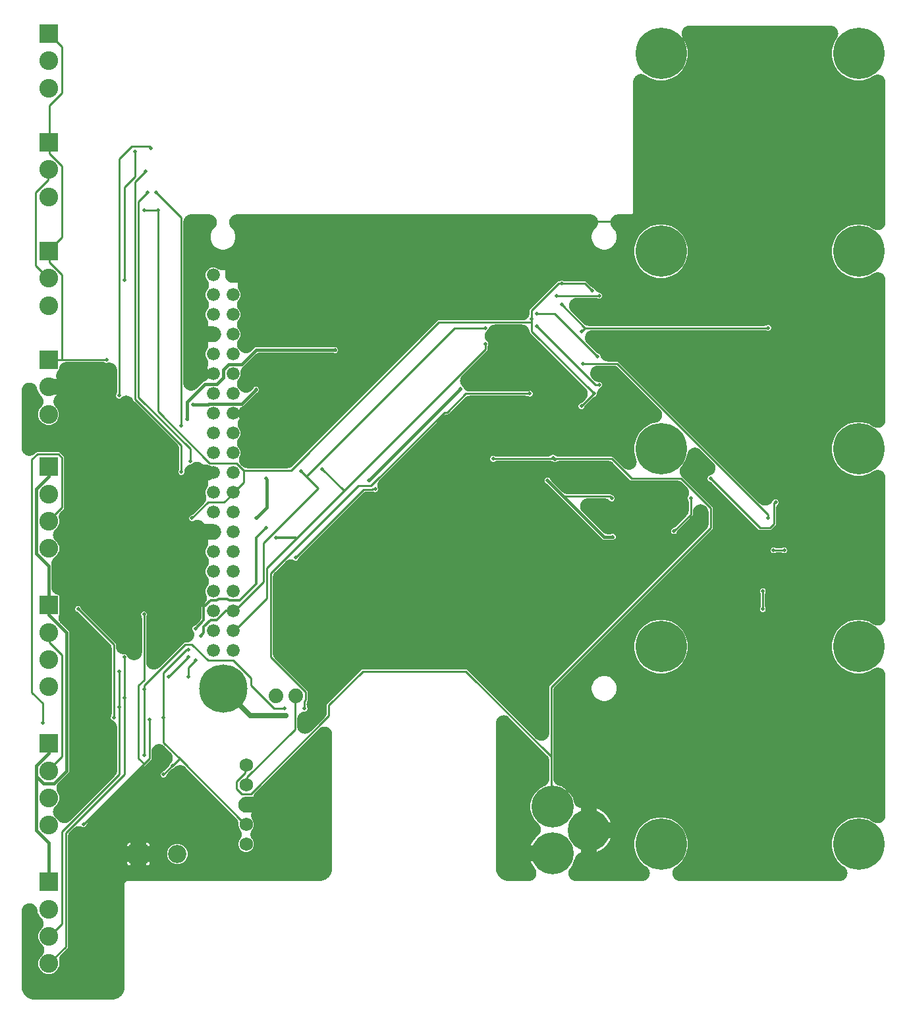
<source format=gbl>
G04 EAGLE Gerber RS-274X export*
G75*
%MOMM*%
%FSLAX34Y34*%
%LPD*%
%INBottom Copper*%
%IPPOS*%
%AMOC8*
5,1,8,0,0,1.08239X$1,22.5*%
G01*
%ADD10C,1.737363*%
%ADD11C,5.394963*%
%ADD12R,2.413000X2.413000*%
%ADD13C,2.413000*%
%ADD14C,6.604000*%
%ADD15C,1.676400*%
%ADD16C,6.197600*%
%ADD17C,1.879600*%
%ADD18R,2.340000X2.340000*%
%ADD19C,2.340000*%
%ADD20C,0.254000*%
%ADD21C,0.482600*%
%ADD22C,0.502400*%
%ADD23C,0.802400*%
%ADD24C,1.270000*%
%ADD25C,0.902400*%
%ADD26C,1.016000*%
%ADD27C,0.304800*%
%ADD28C,0.406400*%
%ADD29C,0.635000*%

G36*
X496132Y-555273D02*
X496132Y-555273D01*
X496177Y-555275D01*
X496581Y-555253D01*
X496987Y-555235D01*
X497032Y-555229D01*
X497077Y-555227D01*
X497477Y-555170D01*
X497881Y-555116D01*
X497925Y-555106D01*
X497969Y-555099D01*
X498363Y-555007D01*
X498760Y-554917D01*
X498803Y-554904D01*
X498847Y-554893D01*
X499232Y-554766D01*
X499618Y-554642D01*
X499660Y-554624D01*
X499702Y-554610D01*
X500076Y-554449D01*
X500448Y-554291D01*
X500488Y-554270D01*
X500530Y-554252D01*
X500888Y-554058D01*
X501244Y-553869D01*
X501282Y-553844D01*
X501322Y-553823D01*
X501662Y-553597D01*
X502000Y-553377D01*
X502035Y-553349D01*
X502073Y-553324D01*
X502391Y-553070D01*
X502709Y-552821D01*
X502742Y-552790D01*
X502777Y-552762D01*
X503070Y-552481D01*
X503366Y-552203D01*
X503396Y-552170D01*
X503428Y-552138D01*
X503694Y-551835D01*
X503965Y-551530D01*
X503992Y-551494D01*
X504022Y-551460D01*
X504259Y-551135D01*
X504503Y-550807D01*
X504526Y-550768D01*
X504553Y-550732D01*
X504762Y-550384D01*
X504974Y-550039D01*
X504994Y-549998D01*
X505017Y-549960D01*
X505195Y-549594D01*
X505375Y-549232D01*
X505392Y-549190D01*
X505411Y-549149D01*
X505556Y-548769D01*
X505703Y-548392D01*
X505716Y-548349D01*
X505732Y-548307D01*
X505842Y-547918D01*
X505956Y-547527D01*
X505965Y-547483D01*
X505977Y-547439D01*
X506052Y-547042D01*
X506131Y-546643D01*
X506136Y-546598D01*
X506144Y-546554D01*
X506183Y-546150D01*
X506227Y-545747D01*
X506227Y-545702D01*
X506232Y-545657D01*
X506235Y-545251D01*
X506243Y-544845D01*
X506239Y-544800D01*
X506240Y-544755D01*
X506207Y-544351D01*
X506179Y-543946D01*
X506171Y-543902D01*
X506168Y-543857D01*
X506100Y-543456D01*
X506035Y-543057D01*
X506024Y-543013D01*
X506017Y-542968D01*
X505913Y-542576D01*
X505814Y-542183D01*
X505799Y-542140D01*
X505787Y-542097D01*
X505650Y-541716D01*
X505515Y-541332D01*
X505497Y-541291D01*
X505481Y-541249D01*
X505310Y-540881D01*
X505143Y-540512D01*
X505121Y-540473D01*
X505102Y-540431D01*
X504898Y-540080D01*
X504699Y-539727D01*
X504674Y-539690D01*
X504651Y-539651D01*
X504418Y-539319D01*
X504188Y-538985D01*
X504159Y-538950D01*
X504133Y-538913D01*
X503871Y-538603D01*
X503612Y-538291D01*
X503581Y-538259D01*
X503551Y-538225D01*
X503262Y-537938D01*
X502978Y-537651D01*
X502944Y-537622D01*
X502911Y-537590D01*
X502598Y-537331D01*
X502289Y-537070D01*
X502252Y-537044D01*
X502217Y-537015D01*
X502105Y-536940D01*
X501552Y-536552D01*
X501301Y-536407D01*
X501167Y-536318D01*
X499645Y-535439D01*
X493261Y-529055D01*
X488746Y-521236D01*
X486409Y-512514D01*
X486409Y-503486D01*
X488746Y-494764D01*
X493261Y-486945D01*
X499645Y-480561D01*
X507464Y-476046D01*
X516186Y-473709D01*
X525214Y-473709D01*
X533936Y-476046D01*
X541755Y-480561D01*
X548139Y-486945D01*
X552654Y-494764D01*
X554991Y-503486D01*
X554991Y-512514D01*
X552654Y-521236D01*
X548139Y-529055D01*
X541755Y-535439D01*
X540233Y-536318D01*
X540195Y-536342D01*
X540156Y-536363D01*
X539817Y-536584D01*
X539474Y-536803D01*
X539438Y-536830D01*
X539400Y-536855D01*
X539082Y-537105D01*
X538760Y-537353D01*
X538727Y-537384D01*
X538691Y-537411D01*
X538395Y-537690D01*
X538098Y-537964D01*
X538067Y-537998D01*
X538034Y-538029D01*
X537764Y-538333D01*
X537492Y-538632D01*
X537465Y-538668D01*
X537435Y-538702D01*
X537192Y-539029D01*
X536948Y-539351D01*
X536924Y-539389D01*
X536897Y-539425D01*
X536685Y-539772D01*
X536470Y-540115D01*
X536450Y-540155D01*
X536426Y-540193D01*
X536246Y-540557D01*
X536062Y-540918D01*
X536045Y-540960D01*
X536025Y-541000D01*
X535877Y-541377D01*
X535726Y-541755D01*
X535713Y-541798D01*
X535697Y-541840D01*
X535583Y-542230D01*
X535466Y-542618D01*
X535457Y-542662D01*
X535444Y-542705D01*
X535365Y-543105D01*
X535283Y-543500D01*
X535278Y-543545D01*
X535269Y-543589D01*
X535226Y-543994D01*
X535179Y-544395D01*
X535178Y-544441D01*
X535173Y-544485D01*
X535166Y-544891D01*
X535155Y-545296D01*
X535158Y-545341D01*
X535157Y-545387D01*
X535186Y-545791D01*
X535211Y-546196D01*
X535218Y-546241D01*
X535221Y-546286D01*
X535286Y-546685D01*
X535347Y-547087D01*
X535358Y-547131D01*
X535365Y-547175D01*
X535464Y-547568D01*
X535561Y-547963D01*
X535575Y-548005D01*
X535586Y-548049D01*
X535720Y-548431D01*
X535851Y-548816D01*
X535870Y-548857D01*
X535885Y-548900D01*
X536052Y-549268D01*
X536217Y-549640D01*
X536239Y-549679D01*
X536257Y-549720D01*
X536457Y-550074D01*
X536653Y-550428D01*
X536679Y-550466D01*
X536701Y-550505D01*
X536930Y-550837D01*
X537158Y-551175D01*
X537187Y-551210D01*
X537212Y-551247D01*
X537470Y-551558D01*
X537727Y-551874D01*
X537759Y-551906D01*
X537788Y-551941D01*
X538072Y-552228D01*
X538356Y-552519D01*
X538391Y-552549D01*
X538422Y-552581D01*
X538732Y-552843D01*
X539040Y-553107D01*
X539076Y-553133D01*
X539111Y-553162D01*
X539443Y-553395D01*
X539773Y-553631D01*
X539812Y-553654D01*
X539848Y-553680D01*
X540200Y-553883D01*
X540549Y-554089D01*
X540590Y-554108D01*
X540629Y-554131D01*
X540997Y-554302D01*
X541363Y-554476D01*
X541406Y-554492D01*
X541446Y-554511D01*
X541827Y-554648D01*
X542208Y-554789D01*
X542252Y-554801D01*
X542294Y-554816D01*
X542686Y-554919D01*
X543078Y-555026D01*
X543122Y-555034D01*
X543166Y-555046D01*
X543564Y-555114D01*
X543965Y-555185D01*
X544010Y-555189D01*
X544054Y-555197D01*
X544189Y-555205D01*
X544863Y-555265D01*
X545152Y-555265D01*
X545313Y-555275D01*
X750087Y-555275D01*
X750132Y-555273D01*
X750177Y-555275D01*
X750581Y-555253D01*
X750987Y-555235D01*
X751032Y-555229D01*
X751077Y-555227D01*
X751477Y-555170D01*
X751881Y-555116D01*
X751925Y-555106D01*
X751969Y-555099D01*
X752363Y-555007D01*
X752760Y-554917D01*
X752803Y-554904D01*
X752847Y-554893D01*
X753232Y-554766D01*
X753618Y-554642D01*
X753660Y-554624D01*
X753702Y-554610D01*
X754076Y-554449D01*
X754448Y-554291D01*
X754488Y-554270D01*
X754530Y-554252D01*
X754888Y-554058D01*
X755244Y-553869D01*
X755282Y-553844D01*
X755322Y-553823D01*
X755662Y-553597D01*
X756000Y-553377D01*
X756035Y-553349D01*
X756073Y-553324D01*
X756391Y-553070D01*
X756709Y-552821D01*
X756742Y-552790D01*
X756777Y-552762D01*
X757070Y-552481D01*
X757366Y-552203D01*
X757396Y-552170D01*
X757428Y-552138D01*
X757694Y-551835D01*
X757965Y-551530D01*
X757992Y-551494D01*
X758022Y-551460D01*
X758259Y-551135D01*
X758503Y-550807D01*
X758526Y-550768D01*
X758553Y-550732D01*
X758762Y-550384D01*
X758974Y-550039D01*
X758994Y-549998D01*
X759017Y-549960D01*
X759195Y-549594D01*
X759375Y-549232D01*
X759392Y-549190D01*
X759411Y-549149D01*
X759556Y-548769D01*
X759703Y-548392D01*
X759716Y-548349D01*
X759732Y-548307D01*
X759842Y-547918D01*
X759956Y-547527D01*
X759965Y-547483D01*
X759977Y-547439D01*
X760052Y-547042D01*
X760131Y-546643D01*
X760136Y-546598D01*
X760144Y-546554D01*
X760183Y-546150D01*
X760227Y-545747D01*
X760227Y-545702D01*
X760232Y-545657D01*
X760235Y-545251D01*
X760243Y-544845D01*
X760239Y-544800D01*
X760240Y-544755D01*
X760207Y-544351D01*
X760179Y-543946D01*
X760171Y-543902D01*
X760168Y-543857D01*
X760100Y-543456D01*
X760035Y-543057D01*
X760024Y-543013D01*
X760017Y-542968D01*
X759913Y-542576D01*
X759814Y-542183D01*
X759799Y-542140D01*
X759787Y-542097D01*
X759650Y-541716D01*
X759515Y-541332D01*
X759497Y-541291D01*
X759481Y-541249D01*
X759310Y-540881D01*
X759143Y-540512D01*
X759121Y-540473D01*
X759102Y-540431D01*
X758898Y-540080D01*
X758699Y-539727D01*
X758674Y-539690D01*
X758651Y-539651D01*
X758418Y-539319D01*
X758188Y-538985D01*
X758159Y-538950D01*
X758133Y-538913D01*
X757871Y-538603D01*
X757612Y-538291D01*
X757581Y-538259D01*
X757551Y-538225D01*
X757262Y-537938D01*
X756978Y-537651D01*
X756944Y-537622D01*
X756911Y-537590D01*
X756598Y-537331D01*
X756289Y-537070D01*
X756252Y-537044D01*
X756217Y-537015D01*
X756105Y-536940D01*
X755552Y-536552D01*
X755301Y-536407D01*
X755167Y-536318D01*
X753645Y-535439D01*
X747261Y-529055D01*
X742746Y-521236D01*
X740409Y-512514D01*
X740409Y-503486D01*
X742746Y-494764D01*
X747261Y-486945D01*
X753645Y-480561D01*
X761464Y-476046D01*
X770186Y-473709D01*
X779214Y-473709D01*
X787936Y-476046D01*
X794036Y-479568D01*
X794117Y-479610D01*
X794193Y-479657D01*
X794516Y-479818D01*
X794836Y-479984D01*
X794920Y-480018D01*
X795000Y-480058D01*
X795337Y-480190D01*
X795670Y-480327D01*
X795756Y-480354D01*
X795840Y-480387D01*
X796186Y-480488D01*
X796530Y-480595D01*
X796618Y-480614D01*
X796705Y-480639D01*
X797059Y-480709D01*
X797411Y-480785D01*
X797500Y-480797D01*
X797589Y-480814D01*
X797948Y-480852D01*
X798305Y-480897D01*
X798396Y-480900D01*
X798485Y-480910D01*
X798846Y-480916D01*
X799206Y-480929D01*
X799296Y-480924D01*
X799387Y-480926D01*
X799747Y-480900D01*
X800106Y-480881D01*
X800196Y-480868D01*
X800286Y-480862D01*
X800641Y-480805D01*
X800998Y-480754D01*
X801087Y-480733D01*
X801175Y-480719D01*
X801524Y-480630D01*
X801876Y-480547D01*
X801962Y-480519D01*
X802049Y-480497D01*
X802389Y-480378D01*
X802732Y-480264D01*
X802814Y-480228D01*
X802900Y-480199D01*
X803228Y-480049D01*
X803559Y-479907D01*
X803638Y-479864D01*
X803720Y-479826D01*
X804034Y-479649D01*
X804351Y-479477D01*
X804426Y-479427D01*
X804505Y-479382D01*
X804801Y-479178D01*
X805102Y-478979D01*
X805173Y-478922D01*
X805247Y-478871D01*
X805524Y-478641D01*
X805806Y-478416D01*
X805871Y-478353D01*
X805941Y-478296D01*
X806197Y-478042D01*
X806457Y-477793D01*
X806517Y-477725D01*
X806581Y-477661D01*
X806813Y-477386D01*
X807051Y-477114D01*
X807104Y-477041D01*
X807162Y-476972D01*
X807369Y-476678D01*
X807582Y-476386D01*
X807629Y-476309D01*
X807680Y-476235D01*
X807860Y-475923D01*
X808046Y-475614D01*
X808086Y-475533D01*
X808131Y-475454D01*
X808283Y-475127D01*
X808440Y-474803D01*
X808473Y-474719D01*
X808511Y-474637D01*
X808633Y-474298D01*
X808761Y-473961D01*
X808786Y-473874D01*
X808816Y-473789D01*
X808908Y-473441D01*
X809006Y-473094D01*
X809023Y-473005D01*
X809046Y-472917D01*
X809106Y-472563D01*
X809173Y-472208D01*
X809182Y-472118D01*
X809197Y-472029D01*
X809208Y-471849D01*
X809261Y-471311D01*
X809264Y-470950D01*
X809275Y-470770D01*
X809275Y-291230D01*
X809271Y-291140D01*
X809274Y-291049D01*
X809251Y-290689D01*
X809235Y-290329D01*
X809223Y-290240D01*
X809218Y-290150D01*
X809164Y-289794D01*
X809116Y-289436D01*
X809096Y-289348D01*
X809082Y-289259D01*
X808997Y-288909D01*
X808917Y-288557D01*
X808890Y-288471D01*
X808868Y-288383D01*
X808752Y-288042D01*
X808642Y-287699D01*
X808607Y-287615D01*
X808578Y-287530D01*
X808431Y-287200D01*
X808291Y-286868D01*
X808249Y-286789D01*
X808212Y-286706D01*
X808037Y-286390D01*
X807869Y-286072D01*
X807820Y-285997D01*
X807776Y-285918D01*
X807573Y-285618D01*
X807377Y-285317D01*
X807321Y-285246D01*
X807271Y-285171D01*
X807043Y-284892D01*
X806821Y-284608D01*
X806759Y-284542D01*
X806702Y-284472D01*
X806451Y-284214D01*
X806203Y-283951D01*
X806136Y-283891D01*
X806073Y-283826D01*
X805800Y-283592D01*
X805530Y-283352D01*
X805458Y-283298D01*
X805389Y-283239D01*
X805096Y-283029D01*
X804807Y-282814D01*
X804730Y-282767D01*
X804657Y-282714D01*
X804346Y-282531D01*
X804039Y-282343D01*
X803958Y-282303D01*
X803880Y-282257D01*
X803554Y-282102D01*
X803232Y-281942D01*
X803148Y-281909D01*
X803066Y-281870D01*
X802727Y-281744D01*
X802392Y-281613D01*
X802306Y-281588D01*
X802221Y-281557D01*
X801873Y-281462D01*
X801527Y-281361D01*
X801438Y-281343D01*
X801351Y-281320D01*
X800997Y-281256D01*
X800643Y-281186D01*
X800553Y-281176D01*
X800464Y-281160D01*
X800105Y-281128D01*
X799747Y-281090D01*
X799656Y-281089D01*
X799566Y-281081D01*
X799206Y-281081D01*
X798845Y-281074D01*
X798755Y-281081D01*
X798665Y-281081D01*
X798305Y-281113D01*
X797946Y-281138D01*
X797858Y-281152D01*
X797767Y-281160D01*
X797411Y-281224D01*
X797057Y-281281D01*
X796969Y-281304D01*
X796880Y-281320D01*
X796532Y-281415D01*
X796183Y-281503D01*
X796098Y-281533D01*
X796011Y-281557D01*
X795673Y-281682D01*
X795332Y-281801D01*
X795250Y-281839D01*
X795166Y-281870D01*
X795004Y-281950D01*
X794512Y-282174D01*
X794198Y-282351D01*
X794036Y-282432D01*
X787936Y-285954D01*
X779214Y-288291D01*
X770186Y-288291D01*
X761464Y-285954D01*
X753645Y-281439D01*
X747261Y-275055D01*
X742746Y-267236D01*
X740409Y-258514D01*
X740409Y-249486D01*
X742746Y-240764D01*
X747261Y-232945D01*
X753645Y-226561D01*
X761464Y-222046D01*
X770186Y-219709D01*
X779214Y-219709D01*
X787936Y-222046D01*
X794036Y-225568D01*
X794117Y-225610D01*
X794193Y-225657D01*
X794516Y-225818D01*
X794836Y-225984D01*
X794920Y-226018D01*
X795000Y-226058D01*
X795337Y-226190D01*
X795670Y-226327D01*
X795756Y-226354D01*
X795840Y-226387D01*
X796186Y-226488D01*
X796530Y-226595D01*
X796618Y-226614D01*
X796705Y-226639D01*
X797059Y-226709D01*
X797411Y-226785D01*
X797500Y-226797D01*
X797589Y-226814D01*
X797948Y-226852D01*
X798305Y-226897D01*
X798396Y-226900D01*
X798485Y-226910D01*
X798846Y-226916D01*
X799206Y-226929D01*
X799296Y-226924D01*
X799387Y-226926D01*
X799747Y-226900D01*
X800106Y-226881D01*
X800196Y-226868D01*
X800286Y-226862D01*
X800641Y-226805D01*
X800998Y-226754D01*
X801087Y-226733D01*
X801175Y-226719D01*
X801524Y-226630D01*
X801876Y-226547D01*
X801962Y-226519D01*
X802049Y-226497D01*
X802389Y-226378D01*
X802732Y-226264D01*
X802814Y-226228D01*
X802900Y-226199D01*
X803228Y-226049D01*
X803559Y-225907D01*
X803638Y-225864D01*
X803720Y-225826D01*
X804034Y-225649D01*
X804351Y-225477D01*
X804426Y-225427D01*
X804505Y-225382D01*
X804801Y-225178D01*
X805102Y-224979D01*
X805173Y-224922D01*
X805247Y-224871D01*
X805524Y-224641D01*
X805806Y-224416D01*
X805871Y-224353D01*
X805941Y-224296D01*
X806197Y-224042D01*
X806457Y-223793D01*
X806517Y-223725D01*
X806581Y-223661D01*
X806813Y-223386D01*
X807051Y-223114D01*
X807104Y-223041D01*
X807162Y-222972D01*
X807369Y-222678D01*
X807582Y-222386D01*
X807629Y-222309D01*
X807680Y-222235D01*
X807860Y-221923D01*
X808046Y-221614D01*
X808086Y-221533D01*
X808131Y-221454D01*
X808283Y-221127D01*
X808440Y-220803D01*
X808473Y-220719D01*
X808511Y-220637D01*
X808633Y-220298D01*
X808761Y-219961D01*
X808786Y-219874D01*
X808816Y-219789D01*
X808908Y-219441D01*
X809006Y-219094D01*
X809023Y-219005D01*
X809046Y-218917D01*
X809106Y-218563D01*
X809173Y-218208D01*
X809182Y-218118D01*
X809197Y-218029D01*
X809208Y-217849D01*
X809261Y-217311D01*
X809264Y-216950D01*
X809275Y-216770D01*
X809275Y-37230D01*
X809271Y-37140D01*
X809274Y-37049D01*
X809251Y-36689D01*
X809235Y-36329D01*
X809223Y-36240D01*
X809218Y-36150D01*
X809164Y-35794D01*
X809116Y-35436D01*
X809096Y-35348D01*
X809082Y-35259D01*
X808997Y-34909D01*
X808917Y-34557D01*
X808890Y-34471D01*
X808868Y-34383D01*
X808752Y-34042D01*
X808642Y-33699D01*
X808607Y-33615D01*
X808578Y-33530D01*
X808431Y-33200D01*
X808291Y-32868D01*
X808249Y-32789D01*
X808212Y-32706D01*
X808037Y-32390D01*
X807869Y-32072D01*
X807820Y-31997D01*
X807776Y-31918D01*
X807573Y-31618D01*
X807377Y-31317D01*
X807321Y-31246D01*
X807271Y-31171D01*
X807043Y-30892D01*
X806821Y-30608D01*
X806759Y-30542D01*
X806702Y-30472D01*
X806451Y-30214D01*
X806203Y-29951D01*
X806136Y-29891D01*
X806073Y-29826D01*
X805800Y-29592D01*
X805530Y-29352D01*
X805458Y-29298D01*
X805389Y-29239D01*
X805096Y-29029D01*
X804807Y-28814D01*
X804730Y-28767D01*
X804657Y-28714D01*
X804346Y-28531D01*
X804039Y-28343D01*
X803958Y-28303D01*
X803880Y-28257D01*
X803554Y-28102D01*
X803232Y-27942D01*
X803148Y-27909D01*
X803066Y-27870D01*
X802727Y-27744D01*
X802392Y-27613D01*
X802306Y-27588D01*
X802221Y-27557D01*
X801873Y-27462D01*
X801527Y-27361D01*
X801438Y-27343D01*
X801351Y-27320D01*
X800997Y-27256D01*
X800643Y-27186D01*
X800553Y-27176D01*
X800464Y-27160D01*
X800105Y-27128D01*
X799747Y-27090D01*
X799656Y-27089D01*
X799566Y-27081D01*
X799206Y-27081D01*
X798845Y-27074D01*
X798755Y-27081D01*
X798665Y-27081D01*
X798305Y-27113D01*
X797946Y-27138D01*
X797858Y-27152D01*
X797767Y-27160D01*
X797411Y-27224D01*
X797057Y-27281D01*
X796969Y-27304D01*
X796880Y-27320D01*
X796532Y-27415D01*
X796183Y-27503D01*
X796098Y-27533D01*
X796011Y-27557D01*
X795673Y-27682D01*
X795332Y-27801D01*
X795250Y-27839D01*
X795166Y-27870D01*
X795004Y-27950D01*
X794512Y-28174D01*
X794198Y-28351D01*
X794036Y-28432D01*
X787936Y-31954D01*
X779214Y-34291D01*
X770186Y-34291D01*
X761464Y-31954D01*
X753645Y-27439D01*
X747261Y-21055D01*
X742746Y-13236D01*
X740409Y-4514D01*
X740409Y4514D01*
X742746Y13236D01*
X747261Y21055D01*
X753645Y27439D01*
X761464Y31954D01*
X770186Y34291D01*
X779214Y34291D01*
X787936Y31954D01*
X794036Y28432D01*
X794117Y28390D01*
X794193Y28343D01*
X794516Y28182D01*
X794836Y28016D01*
X794920Y27982D01*
X795000Y27942D01*
X795337Y27810D01*
X795670Y27673D01*
X795756Y27646D01*
X795840Y27613D01*
X796186Y27512D01*
X796530Y27405D01*
X796618Y27386D01*
X796705Y27361D01*
X797059Y27291D01*
X797411Y27215D01*
X797500Y27203D01*
X797589Y27186D01*
X797948Y27148D01*
X798305Y27103D01*
X798396Y27100D01*
X798485Y27090D01*
X798846Y27084D01*
X799206Y27071D01*
X799296Y27076D01*
X799387Y27074D01*
X799747Y27100D01*
X800106Y27119D01*
X800196Y27132D01*
X800286Y27138D01*
X800641Y27195D01*
X800998Y27246D01*
X801087Y27267D01*
X801175Y27281D01*
X801524Y27370D01*
X801876Y27453D01*
X801962Y27481D01*
X802049Y27503D01*
X802389Y27622D01*
X802732Y27736D01*
X802814Y27772D01*
X802900Y27801D01*
X803228Y27951D01*
X803559Y28093D01*
X803638Y28136D01*
X803720Y28174D01*
X804034Y28351D01*
X804351Y28523D01*
X804426Y28573D01*
X804505Y28618D01*
X804801Y28822D01*
X805102Y29021D01*
X805173Y29078D01*
X805247Y29129D01*
X805524Y29359D01*
X805806Y29584D01*
X805871Y29647D01*
X805941Y29704D01*
X806197Y29958D01*
X806457Y30207D01*
X806517Y30275D01*
X806581Y30339D01*
X806813Y30614D01*
X807051Y30886D01*
X807104Y30959D01*
X807162Y31028D01*
X807369Y31322D01*
X807582Y31614D01*
X807629Y31691D01*
X807680Y31765D01*
X807860Y32077D01*
X808046Y32386D01*
X808086Y32467D01*
X808131Y32546D01*
X808283Y32873D01*
X808440Y33197D01*
X808473Y33281D01*
X808511Y33363D01*
X808633Y33702D01*
X808761Y34039D01*
X808786Y34126D01*
X808816Y34211D01*
X808908Y34559D01*
X809006Y34906D01*
X809023Y34995D01*
X809046Y35083D01*
X809106Y35437D01*
X809173Y35792D01*
X809182Y35882D01*
X809197Y35971D01*
X809208Y36151D01*
X809261Y36689D01*
X809264Y37050D01*
X809275Y37230D01*
X809275Y216770D01*
X809271Y216860D01*
X809274Y216951D01*
X809251Y217311D01*
X809235Y217671D01*
X809223Y217760D01*
X809218Y217850D01*
X809164Y218206D01*
X809116Y218564D01*
X809096Y218652D01*
X809082Y218741D01*
X808997Y219091D01*
X808917Y219443D01*
X808890Y219529D01*
X808868Y219617D01*
X808752Y219958D01*
X808642Y220301D01*
X808607Y220385D01*
X808578Y220470D01*
X808431Y220800D01*
X808291Y221132D01*
X808249Y221211D01*
X808212Y221294D01*
X808037Y221610D01*
X807869Y221928D01*
X807820Y222003D01*
X807776Y222082D01*
X807573Y222382D01*
X807377Y222683D01*
X807321Y222754D01*
X807271Y222829D01*
X807043Y223108D01*
X806821Y223392D01*
X806759Y223458D01*
X806702Y223528D01*
X806451Y223786D01*
X806203Y224049D01*
X806136Y224109D01*
X806073Y224174D01*
X805800Y224408D01*
X805530Y224648D01*
X805458Y224702D01*
X805389Y224761D01*
X805096Y224971D01*
X804807Y225186D01*
X804730Y225233D01*
X804657Y225286D01*
X804346Y225469D01*
X804039Y225657D01*
X803958Y225697D01*
X803880Y225743D01*
X803554Y225898D01*
X803232Y226058D01*
X803148Y226091D01*
X803066Y226130D01*
X802727Y226256D01*
X802392Y226387D01*
X802306Y226412D01*
X802221Y226443D01*
X801873Y226538D01*
X801527Y226639D01*
X801438Y226657D01*
X801351Y226680D01*
X800997Y226744D01*
X800643Y226814D01*
X800553Y226824D01*
X800464Y226840D01*
X800105Y226872D01*
X799747Y226910D01*
X799656Y226911D01*
X799566Y226919D01*
X799206Y226919D01*
X798845Y226926D01*
X798755Y226919D01*
X798665Y226919D01*
X798305Y226887D01*
X797946Y226862D01*
X797858Y226848D01*
X797767Y226840D01*
X797411Y226776D01*
X797057Y226719D01*
X796969Y226696D01*
X796880Y226680D01*
X796532Y226585D01*
X796183Y226497D01*
X796098Y226467D01*
X796011Y226443D01*
X795673Y226318D01*
X795332Y226199D01*
X795250Y226161D01*
X795166Y226130D01*
X795004Y226050D01*
X794512Y225826D01*
X794198Y225649D01*
X794036Y225568D01*
X787936Y222046D01*
X779214Y219709D01*
X770186Y219709D01*
X761464Y222046D01*
X753645Y226561D01*
X747261Y232945D01*
X742746Y240764D01*
X740409Y249486D01*
X740409Y258514D01*
X742746Y267236D01*
X747261Y275055D01*
X753645Y281439D01*
X761464Y285954D01*
X770186Y288291D01*
X779214Y288291D01*
X787936Y285954D01*
X794036Y282432D01*
X794117Y282390D01*
X794193Y282343D01*
X794516Y282182D01*
X794836Y282016D01*
X794920Y281982D01*
X795000Y281942D01*
X795337Y281810D01*
X795670Y281673D01*
X795756Y281646D01*
X795840Y281613D01*
X796186Y281512D01*
X796530Y281405D01*
X796618Y281386D01*
X796705Y281361D01*
X797059Y281291D01*
X797411Y281215D01*
X797500Y281203D01*
X797589Y281186D01*
X797948Y281148D01*
X798305Y281103D01*
X798396Y281100D01*
X798485Y281090D01*
X798846Y281084D01*
X799206Y281071D01*
X799296Y281076D01*
X799387Y281074D01*
X799747Y281100D01*
X800106Y281119D01*
X800196Y281132D01*
X800286Y281138D01*
X800641Y281195D01*
X800998Y281246D01*
X801087Y281267D01*
X801175Y281281D01*
X801524Y281370D01*
X801876Y281453D01*
X801962Y281481D01*
X802049Y281503D01*
X802389Y281622D01*
X802732Y281736D01*
X802814Y281772D01*
X802900Y281801D01*
X803228Y281951D01*
X803559Y282093D01*
X803638Y282136D01*
X803720Y282174D01*
X804034Y282351D01*
X804351Y282523D01*
X804426Y282573D01*
X804505Y282618D01*
X804801Y282822D01*
X805102Y283021D01*
X805173Y283078D01*
X805247Y283129D01*
X805524Y283359D01*
X805806Y283584D01*
X805871Y283647D01*
X805941Y283704D01*
X806197Y283958D01*
X806457Y284207D01*
X806517Y284275D01*
X806581Y284339D01*
X806813Y284614D01*
X807051Y284886D01*
X807104Y284959D01*
X807162Y285028D01*
X807369Y285322D01*
X807582Y285614D01*
X807629Y285691D01*
X807680Y285765D01*
X807860Y286077D01*
X808046Y286386D01*
X808086Y286467D01*
X808131Y286546D01*
X808283Y286873D01*
X808440Y287197D01*
X808473Y287281D01*
X808511Y287363D01*
X808633Y287702D01*
X808761Y288039D01*
X808786Y288126D01*
X808816Y288211D01*
X808908Y288559D01*
X809006Y288906D01*
X809023Y288995D01*
X809046Y289083D01*
X809106Y289437D01*
X809173Y289792D01*
X809182Y289882D01*
X809197Y289971D01*
X809208Y290151D01*
X809261Y290689D01*
X809264Y291050D01*
X809275Y291230D01*
X809275Y470770D01*
X809271Y470860D01*
X809274Y470951D01*
X809251Y471311D01*
X809235Y471671D01*
X809223Y471760D01*
X809218Y471850D01*
X809164Y472206D01*
X809116Y472564D01*
X809096Y472652D01*
X809082Y472741D01*
X808997Y473091D01*
X808917Y473443D01*
X808890Y473529D01*
X808868Y473617D01*
X808752Y473958D01*
X808642Y474301D01*
X808607Y474385D01*
X808578Y474470D01*
X808431Y474800D01*
X808291Y475132D01*
X808249Y475211D01*
X808212Y475294D01*
X808037Y475610D01*
X807869Y475928D01*
X807820Y476003D01*
X807776Y476082D01*
X807573Y476382D01*
X807377Y476683D01*
X807321Y476754D01*
X807271Y476829D01*
X807043Y477108D01*
X806821Y477392D01*
X806759Y477458D01*
X806702Y477528D01*
X806451Y477786D01*
X806203Y478049D01*
X806136Y478109D01*
X806073Y478174D01*
X805800Y478408D01*
X805530Y478648D01*
X805458Y478702D01*
X805389Y478761D01*
X805096Y478971D01*
X804807Y479186D01*
X804730Y479233D01*
X804657Y479286D01*
X804346Y479469D01*
X804039Y479657D01*
X803958Y479697D01*
X803880Y479743D01*
X803554Y479898D01*
X803232Y480058D01*
X803148Y480091D01*
X803066Y480130D01*
X802727Y480256D01*
X802392Y480387D01*
X802306Y480412D01*
X802221Y480443D01*
X801873Y480538D01*
X801527Y480639D01*
X801438Y480657D01*
X801351Y480680D01*
X800997Y480744D01*
X800643Y480814D01*
X800553Y480824D01*
X800464Y480840D01*
X800105Y480872D01*
X799747Y480910D01*
X799656Y480911D01*
X799566Y480919D01*
X799206Y480919D01*
X798845Y480926D01*
X798755Y480919D01*
X798665Y480919D01*
X798305Y480887D01*
X797946Y480862D01*
X797858Y480848D01*
X797767Y480840D01*
X797411Y480776D01*
X797057Y480719D01*
X796969Y480696D01*
X796880Y480680D01*
X796532Y480585D01*
X796183Y480497D01*
X796098Y480467D01*
X796011Y480443D01*
X795673Y480318D01*
X795332Y480199D01*
X795250Y480161D01*
X795166Y480130D01*
X795004Y480050D01*
X794512Y479826D01*
X794198Y479649D01*
X794036Y479568D01*
X787936Y476046D01*
X779214Y473709D01*
X770186Y473709D01*
X761464Y476046D01*
X753645Y480561D01*
X747261Y486945D01*
X742746Y494764D01*
X740409Y503486D01*
X740409Y512514D01*
X742746Y521236D01*
X747002Y528606D01*
X747043Y528687D01*
X747090Y528763D01*
X747251Y529086D01*
X747417Y529406D01*
X747452Y529490D01*
X747492Y529570D01*
X747623Y529905D01*
X747760Y530240D01*
X747787Y530326D01*
X747820Y530410D01*
X747921Y530756D01*
X748028Y531100D01*
X748047Y531188D01*
X748072Y531275D01*
X748143Y531630D01*
X748219Y531981D01*
X748230Y532070D01*
X748247Y532159D01*
X748286Y532518D01*
X748330Y532875D01*
X748334Y532966D01*
X748343Y533055D01*
X748349Y533416D01*
X748362Y533776D01*
X748357Y533866D01*
X748359Y533957D01*
X748333Y534317D01*
X748314Y534676D01*
X748302Y534766D01*
X748295Y534856D01*
X748238Y535211D01*
X748187Y535568D01*
X748166Y535657D01*
X748152Y535745D01*
X748063Y536094D01*
X747981Y536446D01*
X747952Y536532D01*
X747930Y536619D01*
X747811Y536959D01*
X747698Y537302D01*
X747662Y537385D01*
X747632Y537470D01*
X747483Y537798D01*
X747340Y538129D01*
X747297Y538208D01*
X747259Y538290D01*
X747082Y538604D01*
X746910Y538921D01*
X746860Y538996D01*
X746816Y539075D01*
X746612Y539371D01*
X746412Y539672D01*
X746355Y539743D01*
X746304Y539817D01*
X746074Y540094D01*
X745849Y540376D01*
X745787Y540441D01*
X745729Y540511D01*
X745475Y540767D01*
X745226Y541027D01*
X745158Y541087D01*
X745094Y541151D01*
X744819Y541383D01*
X744548Y541621D01*
X744475Y541674D01*
X744406Y541732D01*
X744111Y541939D01*
X743819Y542152D01*
X743742Y542198D01*
X743668Y542250D01*
X743356Y542431D01*
X743047Y542616D01*
X742966Y542656D01*
X742888Y542701D01*
X742560Y542853D01*
X742236Y543010D01*
X742152Y543043D01*
X742070Y543081D01*
X741730Y543203D01*
X741394Y543331D01*
X741307Y543356D01*
X741222Y543386D01*
X740873Y543478D01*
X740527Y543576D01*
X740438Y543593D01*
X740351Y543616D01*
X739996Y543676D01*
X739641Y543743D01*
X739551Y543752D01*
X739462Y543767D01*
X739282Y543778D01*
X738744Y543831D01*
X738384Y543834D01*
X738203Y543845D01*
X557197Y543845D01*
X557106Y543841D01*
X557016Y543844D01*
X556656Y543821D01*
X556296Y543805D01*
X556207Y543793D01*
X556117Y543788D01*
X555760Y543734D01*
X555403Y543686D01*
X555315Y543666D01*
X555225Y543652D01*
X554875Y543567D01*
X554524Y543487D01*
X554438Y543460D01*
X554350Y543438D01*
X554009Y543322D01*
X553665Y543212D01*
X553582Y543177D01*
X553497Y543148D01*
X553167Y543001D01*
X552835Y542861D01*
X552755Y542819D01*
X552673Y542782D01*
X552357Y542607D01*
X552039Y542439D01*
X551964Y542390D01*
X551884Y542346D01*
X551585Y542143D01*
X551284Y541947D01*
X551213Y541891D01*
X551138Y541841D01*
X550858Y541613D01*
X550575Y541391D01*
X550509Y541329D01*
X550439Y541272D01*
X550181Y541021D01*
X549918Y540773D01*
X549858Y540706D01*
X549793Y540643D01*
X549558Y540370D01*
X549318Y540100D01*
X549265Y540028D01*
X549206Y539959D01*
X548996Y539666D01*
X548781Y539377D01*
X548734Y539300D01*
X548681Y539227D01*
X548498Y538916D01*
X548310Y538609D01*
X548269Y538528D01*
X548224Y538450D01*
X548069Y538124D01*
X547908Y537802D01*
X547875Y537718D01*
X547837Y537636D01*
X547711Y537297D01*
X547580Y536962D01*
X547555Y536876D01*
X547523Y536791D01*
X547429Y536443D01*
X547328Y536097D01*
X547310Y536008D01*
X547286Y535921D01*
X547223Y535567D01*
X547153Y535213D01*
X547143Y535123D01*
X547127Y535034D01*
X547095Y534675D01*
X547057Y534317D01*
X547055Y534226D01*
X547047Y534136D01*
X547047Y533776D01*
X547041Y533415D01*
X547047Y533325D01*
X547047Y533235D01*
X547079Y532875D01*
X547105Y532516D01*
X547119Y532428D01*
X547127Y532337D01*
X547191Y531981D01*
X547248Y531627D01*
X547270Y531539D01*
X547286Y531450D01*
X547381Y531102D01*
X547470Y530753D01*
X547500Y530668D01*
X547524Y530581D01*
X547649Y530242D01*
X547768Y529902D01*
X547805Y529820D01*
X547837Y529736D01*
X547917Y529574D01*
X548141Y529082D01*
X548318Y528768D01*
X548398Y528606D01*
X552654Y521236D01*
X554991Y512514D01*
X554991Y503486D01*
X552654Y494764D01*
X548139Y486945D01*
X541755Y480561D01*
X533936Y476046D01*
X525214Y473709D01*
X516186Y473709D01*
X507464Y476046D01*
X500094Y480302D01*
X500013Y480343D01*
X499937Y480390D01*
X499614Y480551D01*
X499294Y480717D01*
X499210Y480752D01*
X499130Y480792D01*
X498795Y480923D01*
X498460Y481060D01*
X498374Y481087D01*
X498290Y481120D01*
X497944Y481221D01*
X497600Y481328D01*
X497512Y481347D01*
X497425Y481372D01*
X497070Y481443D01*
X496719Y481519D01*
X496630Y481530D01*
X496541Y481547D01*
X496182Y481586D01*
X495825Y481630D01*
X495734Y481634D01*
X495645Y481643D01*
X495284Y481649D01*
X494924Y481662D01*
X494834Y481657D01*
X494743Y481659D01*
X494383Y481633D01*
X494024Y481614D01*
X493934Y481602D01*
X493844Y481595D01*
X493489Y481538D01*
X493132Y481487D01*
X493043Y481466D01*
X492955Y481452D01*
X492606Y481363D01*
X492254Y481281D01*
X492168Y481252D01*
X492081Y481230D01*
X491741Y481111D01*
X491398Y480998D01*
X491315Y480962D01*
X491230Y480932D01*
X490902Y480783D01*
X490571Y480640D01*
X490492Y480597D01*
X490410Y480559D01*
X490096Y480382D01*
X489779Y480210D01*
X489704Y480160D01*
X489625Y480116D01*
X489329Y479912D01*
X489028Y479712D01*
X488957Y479655D01*
X488883Y479604D01*
X488606Y479374D01*
X488324Y479149D01*
X488259Y479087D01*
X488189Y479029D01*
X487933Y478775D01*
X487673Y478526D01*
X487613Y478458D01*
X487549Y478394D01*
X487317Y478119D01*
X487079Y477848D01*
X487026Y477775D01*
X486968Y477706D01*
X486761Y477411D01*
X486548Y477119D01*
X486502Y477042D01*
X486450Y476968D01*
X486269Y476656D01*
X486084Y476347D01*
X486044Y476266D01*
X485999Y476188D01*
X485847Y475860D01*
X485690Y475536D01*
X485657Y475452D01*
X485619Y475370D01*
X485497Y475030D01*
X485369Y474694D01*
X485344Y474607D01*
X485314Y474522D01*
X485222Y474173D01*
X485124Y473827D01*
X485107Y473738D01*
X485084Y473651D01*
X485024Y473296D01*
X484957Y472941D01*
X484948Y472851D01*
X484933Y472762D01*
X484922Y472582D01*
X484869Y472044D01*
X484866Y471684D01*
X484855Y471503D01*
X484855Y304099D01*
X484318Y302803D01*
X483327Y301812D01*
X482031Y301275D01*
X465580Y301275D01*
X465512Y301272D01*
X465444Y301274D01*
X465063Y301252D01*
X464679Y301235D01*
X464612Y301226D01*
X464545Y301222D01*
X464167Y301167D01*
X463786Y301116D01*
X463720Y301101D01*
X463653Y301091D01*
X463281Y301002D01*
X462907Y300917D01*
X462842Y300897D01*
X462776Y300881D01*
X462414Y300759D01*
X462049Y300642D01*
X461986Y300615D01*
X461922Y300594D01*
X461571Y300440D01*
X461218Y300291D01*
X461159Y300260D01*
X461096Y300232D01*
X460760Y300048D01*
X460422Y299869D01*
X460366Y299832D01*
X460306Y299799D01*
X459987Y299586D01*
X459667Y299377D01*
X459614Y299335D01*
X459557Y299298D01*
X459259Y299057D01*
X458958Y298821D01*
X458909Y298774D01*
X458856Y298732D01*
X458581Y298466D01*
X458301Y298203D01*
X458256Y298153D01*
X458207Y298106D01*
X457957Y297817D01*
X457702Y297530D01*
X457661Y297476D01*
X457617Y297425D01*
X457393Y297115D01*
X457164Y296807D01*
X457129Y296749D01*
X457089Y296694D01*
X456893Y296365D01*
X456693Y296039D01*
X456663Y295978D01*
X456628Y295920D01*
X456461Y295573D01*
X456291Y295232D01*
X456267Y295169D01*
X456237Y295107D01*
X456103Y294749D01*
X455963Y294392D01*
X455944Y294327D01*
X455920Y294264D01*
X455818Y293895D01*
X455711Y293527D01*
X455698Y293461D01*
X455679Y293395D01*
X455610Y293019D01*
X455536Y292643D01*
X455529Y292575D01*
X455516Y292509D01*
X455481Y292128D01*
X455440Y291747D01*
X455439Y291679D01*
X455433Y291611D01*
X455431Y291229D01*
X455424Y290845D01*
X455429Y290778D01*
X455429Y290710D01*
X455461Y290329D01*
X455488Y289946D01*
X455499Y289880D01*
X455505Y289812D01*
X455571Y289434D01*
X455631Y289057D01*
X455648Y288991D01*
X455660Y288924D01*
X455759Y288554D01*
X455853Y288183D01*
X455876Y288119D01*
X455893Y288054D01*
X456025Y287693D01*
X456151Y287332D01*
X456179Y287271D01*
X456203Y287207D01*
X456366Y286859D01*
X456524Y286512D01*
X456557Y286453D01*
X456586Y286391D01*
X456779Y286060D01*
X456968Y285727D01*
X457006Y285672D01*
X457040Y285613D01*
X457262Y285299D01*
X457479Y284985D01*
X457522Y284933D01*
X457561Y284878D01*
X457670Y284754D01*
X458054Y284291D01*
X458282Y284061D01*
X458396Y283932D01*
X460404Y281925D01*
X462510Y278276D01*
X463601Y274207D01*
X463601Y269993D01*
X462510Y265924D01*
X460404Y262275D01*
X457425Y259296D01*
X453776Y257190D01*
X449707Y256099D01*
X445493Y256099D01*
X441424Y257190D01*
X437775Y259296D01*
X434796Y262275D01*
X432690Y265924D01*
X431599Y269993D01*
X431599Y274207D01*
X432690Y278276D01*
X434796Y281925D01*
X436804Y283932D01*
X436849Y283982D01*
X436899Y284029D01*
X437154Y284315D01*
X437412Y284597D01*
X437453Y284651D01*
X437498Y284702D01*
X437727Y285009D01*
X437959Y285314D01*
X437996Y285371D01*
X438036Y285425D01*
X438236Y285752D01*
X438441Y286075D01*
X438472Y286136D01*
X438507Y286193D01*
X438678Y286536D01*
X438853Y286877D01*
X438878Y286940D01*
X438909Y287000D01*
X439048Y287357D01*
X439192Y287712D01*
X439212Y287777D01*
X439237Y287840D01*
X439344Y288208D01*
X439456Y288574D01*
X439470Y288640D01*
X439489Y288705D01*
X439564Y289082D01*
X439643Y289456D01*
X439651Y289523D01*
X439664Y289589D01*
X439705Y289971D01*
X439751Y290350D01*
X439753Y290418D01*
X439760Y290485D01*
X439767Y290869D01*
X439779Y291251D01*
X439775Y291319D01*
X439776Y291387D01*
X439749Y291769D01*
X439727Y292151D01*
X439717Y292218D01*
X439712Y292286D01*
X439651Y292663D01*
X439595Y293043D01*
X439579Y293109D01*
X439569Y293175D01*
X439475Y293546D01*
X439385Y293919D01*
X439364Y293983D01*
X439347Y294049D01*
X439220Y294410D01*
X439098Y294774D01*
X439071Y294836D01*
X439049Y294900D01*
X438891Y295247D01*
X438737Y295599D01*
X438704Y295659D01*
X438676Y295720D01*
X438488Y296053D01*
X438304Y296390D01*
X438266Y296446D01*
X438232Y296505D01*
X438015Y296820D01*
X437802Y297138D01*
X437759Y297191D01*
X437721Y297247D01*
X437476Y297542D01*
X437236Y297840D01*
X437189Y297889D01*
X437146Y297941D01*
X436876Y298213D01*
X436610Y298488D01*
X436559Y298533D01*
X436511Y298581D01*
X436219Y298828D01*
X435929Y299079D01*
X435874Y299119D01*
X435823Y299162D01*
X435509Y299382D01*
X435199Y299607D01*
X435140Y299641D01*
X435085Y299680D01*
X434753Y299872D01*
X434424Y300068D01*
X434363Y300097D01*
X434304Y300131D01*
X433957Y300293D01*
X433612Y300458D01*
X433548Y300482D01*
X433487Y300511D01*
X433126Y300641D01*
X432768Y300775D01*
X432703Y300793D01*
X432639Y300816D01*
X432269Y300914D01*
X431900Y301016D01*
X431833Y301029D01*
X431768Y301046D01*
X431391Y301110D01*
X431013Y301179D01*
X430946Y301186D01*
X430879Y301197D01*
X430715Y301207D01*
X430116Y301263D01*
X429792Y301265D01*
X429620Y301275D01*
X-24420Y301275D01*
X-24488Y301272D01*
X-24556Y301274D01*
X-24937Y301252D01*
X-25321Y301235D01*
X-25388Y301226D01*
X-25455Y301222D01*
X-25833Y301167D01*
X-26214Y301116D01*
X-26280Y301101D01*
X-26347Y301091D01*
X-26719Y301002D01*
X-27093Y300917D01*
X-27158Y300897D01*
X-27224Y300881D01*
X-27586Y300759D01*
X-27951Y300642D01*
X-28014Y300615D01*
X-28078Y300594D01*
X-28429Y300440D01*
X-28782Y300291D01*
X-28841Y300260D01*
X-28904Y300232D01*
X-29240Y300048D01*
X-29578Y299869D01*
X-29634Y299832D01*
X-29694Y299799D01*
X-30013Y299586D01*
X-30333Y299377D01*
X-30386Y299335D01*
X-30443Y299298D01*
X-30741Y299057D01*
X-31042Y298821D01*
X-31091Y298774D01*
X-31144Y298732D01*
X-31419Y298466D01*
X-31699Y298203D01*
X-31744Y298153D01*
X-31793Y298106D01*
X-32043Y297817D01*
X-32298Y297530D01*
X-32339Y297476D01*
X-32383Y297425D01*
X-32607Y297115D01*
X-32836Y296807D01*
X-32871Y296749D01*
X-32911Y296694D01*
X-33107Y296365D01*
X-33307Y296039D01*
X-33337Y295978D01*
X-33372Y295920D01*
X-33539Y295573D01*
X-33709Y295232D01*
X-33733Y295169D01*
X-33763Y295107D01*
X-33897Y294749D01*
X-34037Y294392D01*
X-34056Y294327D01*
X-34080Y294264D01*
X-34182Y293895D01*
X-34289Y293527D01*
X-34302Y293461D01*
X-34321Y293395D01*
X-34390Y293019D01*
X-34464Y292643D01*
X-34471Y292575D01*
X-34484Y292509D01*
X-34519Y292128D01*
X-34560Y291747D01*
X-34561Y291679D01*
X-34567Y291611D01*
X-34569Y291229D01*
X-34576Y290845D01*
X-34571Y290778D01*
X-34571Y290710D01*
X-34539Y290329D01*
X-34512Y289946D01*
X-34501Y289880D01*
X-34495Y289812D01*
X-34429Y289434D01*
X-34369Y289057D01*
X-34352Y288991D01*
X-34340Y288924D01*
X-34241Y288554D01*
X-34147Y288183D01*
X-34124Y288119D01*
X-34107Y288054D01*
X-33975Y287693D01*
X-33849Y287332D01*
X-33821Y287271D01*
X-33797Y287207D01*
X-33634Y286859D01*
X-33476Y286512D01*
X-33443Y286453D01*
X-33414Y286391D01*
X-33221Y286060D01*
X-33032Y285727D01*
X-32994Y285672D01*
X-32960Y285613D01*
X-32738Y285299D01*
X-32521Y284985D01*
X-32478Y284933D01*
X-32439Y284878D01*
X-32330Y284754D01*
X-31946Y284291D01*
X-31718Y284061D01*
X-31604Y283932D01*
X-29596Y281925D01*
X-27490Y278276D01*
X-26399Y274207D01*
X-26399Y269993D01*
X-27490Y265924D01*
X-29596Y262275D01*
X-32575Y259296D01*
X-36224Y257190D01*
X-40293Y256099D01*
X-44507Y256099D01*
X-48576Y257190D01*
X-52225Y259296D01*
X-55204Y262275D01*
X-57310Y265924D01*
X-58401Y269993D01*
X-58401Y274207D01*
X-57310Y278276D01*
X-55204Y281925D01*
X-53196Y283932D01*
X-53151Y283982D01*
X-53101Y284029D01*
X-52846Y284315D01*
X-52588Y284597D01*
X-52547Y284651D01*
X-52502Y284702D01*
X-52273Y285009D01*
X-52041Y285314D01*
X-52004Y285371D01*
X-51964Y285425D01*
X-51764Y285752D01*
X-51559Y286075D01*
X-51528Y286136D01*
X-51493Y286193D01*
X-51322Y286536D01*
X-51147Y286877D01*
X-51122Y286940D01*
X-51091Y287000D01*
X-50952Y287357D01*
X-50808Y287712D01*
X-50788Y287777D01*
X-50763Y287840D01*
X-50656Y288208D01*
X-50544Y288574D01*
X-50530Y288640D01*
X-50511Y288705D01*
X-50436Y289082D01*
X-50357Y289456D01*
X-50349Y289523D01*
X-50336Y289589D01*
X-50295Y289971D01*
X-50249Y290350D01*
X-50247Y290418D01*
X-50240Y290485D01*
X-50233Y290869D01*
X-50221Y291251D01*
X-50225Y291319D01*
X-50224Y291387D01*
X-50251Y291769D01*
X-50273Y292151D01*
X-50283Y292218D01*
X-50288Y292286D01*
X-50349Y292663D01*
X-50405Y293043D01*
X-50421Y293109D01*
X-50431Y293175D01*
X-50525Y293546D01*
X-50615Y293919D01*
X-50636Y293983D01*
X-50653Y294049D01*
X-50780Y294410D01*
X-50902Y294774D01*
X-50929Y294836D01*
X-50951Y294900D01*
X-51109Y295247D01*
X-51263Y295599D01*
X-51296Y295659D01*
X-51324Y295720D01*
X-51512Y296053D01*
X-51696Y296390D01*
X-51734Y296446D01*
X-51768Y296505D01*
X-51985Y296820D01*
X-52198Y297138D01*
X-52241Y297191D01*
X-52279Y297247D01*
X-52524Y297542D01*
X-52764Y297840D01*
X-52811Y297889D01*
X-52854Y297941D01*
X-53124Y298213D01*
X-53390Y298488D01*
X-53441Y298533D01*
X-53489Y298581D01*
X-53781Y298828D01*
X-54071Y299079D01*
X-54126Y299119D01*
X-54177Y299162D01*
X-54491Y299382D01*
X-54801Y299607D01*
X-54860Y299641D01*
X-54915Y299680D01*
X-55247Y299872D01*
X-55576Y300068D01*
X-55637Y300097D01*
X-55696Y300131D01*
X-56043Y300293D01*
X-56388Y300458D01*
X-56452Y300482D01*
X-56513Y300511D01*
X-56874Y300641D01*
X-57232Y300775D01*
X-57297Y300793D01*
X-57361Y300816D01*
X-57731Y300914D01*
X-58100Y301016D01*
X-58167Y301029D01*
X-58232Y301046D01*
X-58609Y301110D01*
X-58987Y301179D01*
X-59054Y301186D01*
X-59121Y301197D01*
X-59285Y301207D01*
X-59884Y301263D01*
X-60208Y301265D01*
X-60380Y301275D01*
X-83312Y301275D01*
X-83447Y301269D01*
X-83583Y301272D01*
X-83897Y301249D01*
X-84212Y301235D01*
X-84347Y301217D01*
X-84482Y301208D01*
X-84792Y301158D01*
X-85106Y301116D01*
X-85238Y301086D01*
X-85371Y301064D01*
X-85677Y300987D01*
X-85985Y300917D01*
X-86114Y300876D01*
X-86245Y300843D01*
X-86543Y300738D01*
X-86843Y300642D01*
X-86968Y300589D01*
X-87096Y300544D01*
X-87383Y300414D01*
X-87674Y300291D01*
X-87793Y300228D01*
X-87916Y300172D01*
X-88191Y300017D01*
X-88470Y299869D01*
X-88583Y299795D01*
X-88701Y299728D01*
X-88960Y299549D01*
X-89225Y299377D01*
X-89332Y299294D01*
X-89443Y299217D01*
X-89686Y299016D01*
X-89934Y298821D01*
X-90033Y298728D01*
X-90137Y298642D01*
X-90361Y298420D01*
X-90591Y298203D01*
X-90681Y298102D01*
X-90777Y298007D01*
X-90980Y297766D01*
X-91190Y297530D01*
X-91271Y297422D01*
X-91358Y297318D01*
X-91539Y297060D01*
X-91728Y296807D01*
X-91799Y296691D01*
X-91876Y296581D01*
X-92034Y296307D01*
X-92199Y296039D01*
X-92259Y295918D01*
X-92327Y295800D01*
X-92460Y295514D01*
X-92600Y295232D01*
X-92650Y295106D01*
X-92707Y294983D01*
X-92814Y294686D01*
X-92929Y294392D01*
X-92966Y294262D01*
X-93012Y294135D01*
X-93093Y293830D01*
X-93181Y293527D01*
X-93207Y293394D01*
X-93242Y293263D01*
X-93295Y292953D01*
X-93356Y292643D01*
X-93370Y292508D01*
X-93393Y292375D01*
X-93405Y292186D01*
X-93452Y291747D01*
X-93460Y291305D01*
X-93471Y291116D01*
X-93471Y84893D01*
X-93468Y84825D01*
X-93470Y84758D01*
X-93448Y84376D01*
X-93431Y83992D01*
X-93422Y83925D01*
X-93418Y83858D01*
X-93363Y83479D01*
X-93312Y83099D01*
X-93297Y83033D01*
X-93287Y82966D01*
X-93197Y82592D01*
X-93113Y82220D01*
X-93093Y82155D01*
X-93077Y82090D01*
X-92955Y81726D01*
X-92838Y81362D01*
X-92812Y81299D01*
X-92790Y81235D01*
X-92636Y80884D01*
X-92487Y80531D01*
X-92456Y80471D01*
X-92428Y80410D01*
X-92244Y80074D01*
X-92065Y79735D01*
X-92028Y79679D01*
X-91995Y79619D01*
X-91782Y79300D01*
X-91573Y78980D01*
X-91531Y78927D01*
X-91494Y78870D01*
X-91253Y78572D01*
X-91017Y78271D01*
X-90970Y78222D01*
X-90928Y78169D01*
X-90662Y77894D01*
X-90399Y77614D01*
X-90349Y77569D01*
X-90302Y77520D01*
X-90013Y77270D01*
X-89726Y77015D01*
X-89672Y76974D01*
X-89621Y76930D01*
X-89311Y76706D01*
X-89003Y76477D01*
X-88945Y76442D01*
X-88890Y76402D01*
X-88561Y76206D01*
X-88235Y76006D01*
X-88174Y75976D01*
X-88116Y75941D01*
X-87770Y75775D01*
X-87428Y75605D01*
X-87365Y75580D01*
X-87304Y75551D01*
X-86945Y75416D01*
X-86588Y75276D01*
X-86523Y75257D01*
X-86460Y75234D01*
X-86091Y75131D01*
X-85723Y75024D01*
X-85656Y75011D01*
X-85591Y74993D01*
X-85215Y74923D01*
X-84839Y74849D01*
X-84771Y74842D01*
X-84705Y74830D01*
X-84324Y74794D01*
X-83943Y74753D01*
X-83875Y74752D01*
X-83807Y74746D01*
X-83424Y74744D01*
X-83041Y74737D01*
X-82974Y74742D01*
X-82906Y74742D01*
X-82524Y74774D01*
X-82142Y74801D01*
X-82076Y74812D01*
X-82008Y74818D01*
X-81630Y74884D01*
X-81253Y74945D01*
X-81187Y74961D01*
X-81120Y74973D01*
X-80751Y75072D01*
X-80379Y75166D01*
X-80315Y75189D01*
X-80250Y75206D01*
X-79890Y75338D01*
X-79528Y75464D01*
X-79467Y75492D01*
X-79403Y75516D01*
X-79056Y75679D01*
X-78708Y75837D01*
X-78649Y75870D01*
X-78588Y75899D01*
X-78257Y76092D01*
X-77923Y76281D01*
X-77867Y76319D01*
X-77809Y76353D01*
X-77497Y76575D01*
X-77181Y76792D01*
X-77129Y76835D01*
X-77074Y76874D01*
X-76951Y76983D01*
X-76487Y77367D01*
X-76257Y77596D01*
X-76128Y77709D01*
X-68650Y85188D01*
X-68369Y85495D01*
X-68085Y85801D01*
X-68064Y85828D01*
X-68041Y85853D01*
X-67789Y86183D01*
X-67576Y86458D01*
X-67507Y86473D01*
X-67181Y86539D01*
X-67092Y86567D01*
X-66952Y86599D01*
X-66094Y86874D01*
X-66093Y86874D01*
X-66026Y86903D01*
X-65978Y86918D01*
X-65621Y87074D01*
X-65263Y87225D01*
X-65208Y87254D01*
X-65151Y87279D01*
X-64810Y87465D01*
X-64467Y87647D01*
X-64415Y87681D01*
X-64361Y87711D01*
X-64037Y87927D01*
X-63711Y88139D01*
X-63663Y88177D01*
X-63611Y88212D01*
X-63309Y88455D01*
X-63003Y88696D01*
X-62957Y88738D01*
X-62909Y88777D01*
X-62629Y89046D01*
X-62346Y89313D01*
X-62305Y89359D01*
X-62260Y89402D01*
X-62005Y89695D01*
X-61746Y89986D01*
X-61709Y90036D01*
X-61669Y90082D01*
X-61441Y90397D01*
X-61209Y90709D01*
X-61176Y90762D01*
X-61140Y90812D01*
X-60941Y91145D01*
X-60738Y91478D01*
X-60710Y91533D01*
X-60678Y91586D01*
X-60509Y91936D01*
X-60336Y92285D01*
X-60314Y92342D01*
X-60287Y92398D01*
X-60150Y92762D01*
X-60008Y93124D01*
X-59991Y93183D01*
X-59969Y93241D01*
X-59864Y93616D01*
X-59755Y93989D01*
X-59743Y94050D01*
X-59727Y94110D01*
X-59656Y94491D01*
X-59581Y94873D01*
X-59574Y94935D01*
X-59563Y94996D01*
X-59526Y95382D01*
X-59485Y95770D01*
X-59484Y95831D01*
X-59478Y95893D01*
X-59476Y96282D01*
X-59469Y96671D01*
X-59473Y96733D01*
X-59473Y96794D01*
X-59505Y97182D01*
X-59533Y97570D01*
X-59543Y97631D01*
X-59548Y97693D01*
X-59615Y98077D01*
X-59676Y98460D01*
X-59691Y98519D01*
X-59702Y98581D01*
X-59803Y98958D01*
X-59898Y99333D01*
X-59918Y99392D01*
X-59934Y99452D01*
X-60068Y99817D01*
X-60196Y100184D01*
X-60222Y100240D01*
X-60243Y100298D01*
X-60408Y100651D01*
X-60569Y101004D01*
X-60599Y101058D01*
X-60625Y101114D01*
X-60821Y101451D01*
X-61012Y101789D01*
X-61047Y101840D01*
X-61079Y101894D01*
X-61303Y102211D01*
X-61524Y102531D01*
X-61563Y102579D01*
X-61599Y102629D01*
X-61851Y102926D01*
X-62099Y103225D01*
X-62143Y103269D01*
X-62183Y103316D01*
X-62460Y103589D01*
X-62733Y103865D01*
X-62781Y103905D01*
X-62825Y103948D01*
X-62992Y104086D01*
X-62782Y104376D01*
X-62741Y104444D01*
X-62696Y104508D01*
X-62512Y104830D01*
X-62321Y105151D01*
X-62287Y105222D01*
X-62248Y105290D01*
X-62092Y105627D01*
X-61930Y105963D01*
X-61903Y106037D01*
X-61870Y106108D01*
X-61744Y106459D01*
X-61613Y106807D01*
X-61592Y106882D01*
X-61566Y106957D01*
X-61472Y107317D01*
X-61372Y107675D01*
X-61358Y107753D01*
X-61338Y107829D01*
X-61277Y108195D01*
X-61209Y108562D01*
X-61202Y108640D01*
X-61189Y108718D01*
X-61160Y109088D01*
X-61126Y109459D01*
X-61125Y109538D01*
X-61119Y109616D01*
X-61123Y109989D01*
X-61122Y110360D01*
X-61128Y110439D01*
X-61129Y110517D01*
X-61166Y110888D01*
X-61197Y111258D01*
X-61211Y111336D01*
X-61219Y111414D01*
X-61289Y111779D01*
X-61353Y112146D01*
X-61373Y112222D01*
X-61388Y112300D01*
X-61490Y112657D01*
X-61586Y113017D01*
X-61613Y113091D01*
X-61635Y113166D01*
X-61768Y113513D01*
X-61896Y113863D01*
X-61929Y113935D01*
X-61957Y114008D01*
X-62120Y114342D01*
X-62279Y114679D01*
X-62319Y114747D01*
X-62353Y114818D01*
X-62545Y115135D01*
X-62733Y115458D01*
X-62779Y115522D01*
X-62819Y115589D01*
X-63039Y115889D01*
X-63185Y116094D01*
X-64753Y119880D01*
X-64753Y123720D01*
X-63180Y127518D01*
X-63024Y127715D01*
X-62981Y127781D01*
X-62934Y127843D01*
X-62735Y128157D01*
X-62531Y128469D01*
X-62494Y128539D01*
X-62452Y128605D01*
X-62282Y128936D01*
X-62107Y129264D01*
X-62076Y129336D01*
X-62040Y129407D01*
X-61900Y129752D01*
X-61755Y130094D01*
X-61730Y130168D01*
X-61701Y130242D01*
X-61592Y130597D01*
X-61477Y130951D01*
X-61460Y131028D01*
X-61437Y131103D01*
X-61360Y131467D01*
X-61277Y131830D01*
X-61266Y131908D01*
X-61250Y131985D01*
X-61206Y132353D01*
X-61155Y132723D01*
X-61152Y132802D01*
X-61142Y132880D01*
X-61131Y133251D01*
X-61113Y133623D01*
X-61117Y133702D01*
X-61114Y133781D01*
X-61136Y134152D01*
X-61151Y134524D01*
X-61162Y134602D01*
X-61166Y134681D01*
X-61220Y135048D01*
X-61269Y135418D01*
X-61286Y135495D01*
X-61298Y135572D01*
X-61384Y135933D01*
X-61466Y136297D01*
X-61489Y136372D01*
X-61508Y136449D01*
X-61626Y136801D01*
X-61702Y137041D01*
X-55100Y137041D01*
X-54965Y137047D01*
X-54830Y137044D01*
X-54515Y137067D01*
X-54200Y137081D01*
X-54065Y137099D01*
X-53931Y137108D01*
X-53620Y137158D01*
X-53307Y137200D01*
X-53174Y137230D01*
X-53041Y137252D01*
X-52736Y137329D01*
X-52427Y137399D01*
X-52299Y137440D01*
X-52167Y137473D01*
X-51870Y137578D01*
X-51569Y137674D01*
X-51444Y137727D01*
X-51317Y137771D01*
X-51030Y137902D01*
X-50739Y138024D01*
X-50619Y138088D01*
X-50496Y138144D01*
X-50221Y138299D01*
X-49943Y138447D01*
X-49829Y138521D01*
X-49712Y138588D01*
X-49452Y138767D01*
X-49187Y138939D01*
X-49081Y139022D01*
X-48969Y139099D01*
X-48727Y139300D01*
X-48478Y139495D01*
X-48380Y139588D01*
X-48276Y139674D01*
X-48052Y139896D01*
X-47822Y140112D01*
X-47731Y140214D01*
X-47635Y140309D01*
X-47432Y140550D01*
X-47222Y140785D01*
X-47141Y140894D01*
X-47054Y140998D01*
X-46873Y141256D01*
X-46685Y141509D01*
X-46614Y141624D01*
X-46536Y141735D01*
X-46378Y142008D01*
X-46213Y142277D01*
X-46153Y142398D01*
X-46085Y142516D01*
X-45952Y142802D01*
X-45812Y143084D01*
X-45763Y143210D01*
X-45706Y143333D01*
X-45599Y143630D01*
X-45484Y143924D01*
X-45446Y144054D01*
X-45400Y144181D01*
X-45320Y144486D01*
X-45231Y144789D01*
X-45205Y144922D01*
X-45171Y145053D01*
X-45118Y145363D01*
X-45056Y145673D01*
X-45042Y145808D01*
X-45019Y145941D01*
X-45008Y146130D01*
X-44961Y146569D01*
X-44953Y147011D01*
X-44941Y147200D01*
X-44947Y147335D01*
X-44946Y147420D01*
X-44945Y147471D01*
X-44967Y147785D01*
X-44981Y148101D01*
X-44999Y148235D01*
X-45009Y148370D01*
X-45059Y148680D01*
X-45101Y148994D01*
X-45131Y149126D01*
X-45152Y149260D01*
X-45229Y149565D01*
X-45299Y149873D01*
X-45340Y150002D01*
X-45374Y150133D01*
X-45478Y150431D01*
X-45574Y150731D01*
X-45627Y150856D01*
X-45672Y150984D01*
X-45802Y151271D01*
X-45925Y151562D01*
X-45988Y151681D01*
X-46044Y151804D01*
X-46200Y152079D01*
X-46348Y152358D01*
X-46421Y152471D01*
X-46488Y152589D01*
X-46667Y152849D01*
X-46839Y153113D01*
X-46923Y153220D01*
X-47000Y153331D01*
X-47201Y153574D01*
X-47396Y153822D01*
X-47488Y153921D01*
X-47575Y154025D01*
X-47797Y154249D01*
X-48013Y154479D01*
X-48114Y154569D01*
X-48209Y154665D01*
X-48450Y154868D01*
X-48686Y155078D01*
X-48795Y155159D01*
X-48898Y155246D01*
X-49156Y155428D01*
X-49409Y155616D01*
X-49525Y155687D01*
X-49636Y155764D01*
X-49909Y155922D01*
X-50178Y156087D01*
X-50299Y156147D01*
X-50416Y156215D01*
X-50703Y156348D01*
X-50985Y156488D01*
X-51111Y156538D01*
X-51234Y156595D01*
X-51530Y156702D01*
X-51824Y156817D01*
X-51954Y156855D01*
X-52081Y156900D01*
X-52386Y156981D01*
X-52689Y157069D01*
X-52822Y157095D01*
X-52953Y157130D01*
X-53264Y157183D01*
X-53574Y157244D01*
X-53708Y157258D01*
X-53842Y157281D01*
X-54031Y157293D01*
X-54470Y157340D01*
X-54911Y157348D01*
X-55100Y157359D01*
X-61706Y157359D01*
X-61613Y157607D01*
X-61592Y157682D01*
X-61566Y157757D01*
X-61472Y158117D01*
X-61372Y158475D01*
X-61358Y158553D01*
X-61338Y158629D01*
X-61277Y158995D01*
X-61209Y159362D01*
X-61202Y159440D01*
X-61189Y159518D01*
X-61160Y159887D01*
X-61126Y160259D01*
X-61125Y160338D01*
X-61119Y160416D01*
X-61123Y160789D01*
X-61122Y161160D01*
X-61128Y161239D01*
X-61129Y161317D01*
X-61166Y161688D01*
X-61197Y162058D01*
X-61211Y162136D01*
X-61219Y162214D01*
X-61289Y162579D01*
X-61353Y162946D01*
X-61373Y163022D01*
X-61388Y163100D01*
X-61490Y163457D01*
X-61586Y163817D01*
X-61613Y163891D01*
X-61635Y163966D01*
X-61768Y164313D01*
X-61896Y164663D01*
X-61929Y164735D01*
X-61957Y164808D01*
X-62120Y165142D01*
X-62279Y165479D01*
X-62319Y165547D01*
X-62353Y165618D01*
X-62545Y165935D01*
X-62733Y166258D01*
X-62779Y166322D01*
X-62819Y166389D01*
X-63039Y166689D01*
X-63185Y166894D01*
X-64753Y170680D01*
X-64753Y174520D01*
X-63283Y178068D01*
X-63235Y178116D01*
X-63143Y178216D01*
X-63046Y178310D01*
X-62840Y178548D01*
X-62626Y178781D01*
X-62544Y178889D01*
X-62455Y178991D01*
X-62271Y179247D01*
X-62079Y179497D01*
X-62007Y179612D01*
X-61928Y179722D01*
X-61767Y179992D01*
X-61598Y180259D01*
X-61536Y180380D01*
X-61467Y180496D01*
X-61330Y180780D01*
X-61186Y181061D01*
X-61135Y181186D01*
X-61076Y181308D01*
X-60965Y181604D01*
X-60846Y181896D01*
X-60807Y182025D01*
X-60759Y182152D01*
X-60675Y182457D01*
X-60582Y182758D01*
X-60554Y182890D01*
X-60518Y183021D01*
X-60461Y183331D01*
X-60396Y183639D01*
X-60380Y183774D01*
X-60355Y183907D01*
X-60326Y184221D01*
X-60288Y184534D01*
X-60284Y184670D01*
X-60271Y184804D01*
X-60270Y185120D01*
X-60260Y185435D01*
X-60268Y185570D01*
X-60267Y185706D01*
X-60294Y186020D01*
X-60312Y186335D01*
X-60332Y186469D01*
X-60343Y186604D01*
X-60397Y186915D01*
X-60444Y187227D01*
X-60475Y187358D01*
X-60498Y187492D01*
X-60580Y187797D01*
X-60654Y188103D01*
X-60697Y188231D01*
X-60732Y188362D01*
X-60840Y188659D01*
X-60940Y188958D01*
X-60995Y189082D01*
X-61041Y189209D01*
X-61175Y189494D01*
X-61302Y189783D01*
X-61367Y189902D01*
X-61425Y190024D01*
X-61583Y190297D01*
X-61735Y190574D01*
X-61811Y190686D01*
X-61879Y190803D01*
X-62061Y191060D01*
X-62237Y191322D01*
X-62322Y191428D01*
X-62400Y191538D01*
X-62526Y191680D01*
X-62803Y192024D01*
X-63109Y192341D01*
X-63235Y192484D01*
X-63283Y192532D01*
X-64753Y196080D01*
X-64753Y199920D01*
X-63283Y203468D01*
X-63235Y203516D01*
X-63143Y203616D01*
X-63046Y203710D01*
X-62840Y203948D01*
X-62626Y204181D01*
X-62544Y204289D01*
X-62455Y204391D01*
X-62271Y204647D01*
X-62079Y204897D01*
X-62007Y205012D01*
X-61928Y205122D01*
X-61767Y205392D01*
X-61598Y205659D01*
X-61536Y205780D01*
X-61467Y205896D01*
X-61330Y206180D01*
X-61186Y206461D01*
X-61135Y206586D01*
X-61076Y206708D01*
X-60965Y207004D01*
X-60846Y207296D01*
X-60807Y207425D01*
X-60759Y207552D01*
X-60675Y207857D01*
X-60582Y208158D01*
X-60554Y208290D01*
X-60518Y208421D01*
X-60461Y208731D01*
X-60396Y209039D01*
X-60380Y209174D01*
X-60355Y209307D01*
X-60326Y209621D01*
X-60288Y209934D01*
X-60284Y210070D01*
X-60271Y210204D01*
X-60270Y210520D01*
X-60260Y210835D01*
X-60268Y210970D01*
X-60267Y211106D01*
X-60294Y211420D01*
X-60312Y211735D01*
X-60332Y211869D01*
X-60343Y212004D01*
X-60397Y212315D01*
X-60444Y212627D01*
X-60475Y212758D01*
X-60498Y212892D01*
X-60580Y213197D01*
X-60654Y213503D01*
X-60697Y213631D01*
X-60732Y213762D01*
X-60840Y214059D01*
X-60940Y214358D01*
X-60995Y214482D01*
X-61041Y214609D01*
X-61175Y214894D01*
X-61302Y215183D01*
X-61367Y215302D01*
X-61425Y215424D01*
X-61583Y215697D01*
X-61735Y215974D01*
X-61811Y216086D01*
X-61879Y216203D01*
X-62061Y216460D01*
X-62237Y216722D01*
X-62322Y216828D01*
X-62400Y216938D01*
X-62526Y217080D01*
X-62803Y217424D01*
X-63109Y217741D01*
X-63235Y217884D01*
X-63283Y217932D01*
X-64753Y221480D01*
X-64753Y225320D01*
X-63283Y228868D01*
X-60568Y231583D01*
X-57020Y233053D01*
X-53180Y233053D01*
X-49382Y231480D01*
X-49185Y231324D01*
X-49119Y231281D01*
X-49057Y231234D01*
X-48743Y231035D01*
X-48431Y230831D01*
X-48361Y230794D01*
X-48295Y230752D01*
X-47964Y230582D01*
X-47636Y230407D01*
X-47564Y230376D01*
X-47493Y230340D01*
X-47148Y230200D01*
X-46806Y230055D01*
X-46732Y230030D01*
X-46658Y230001D01*
X-46303Y229892D01*
X-45949Y229777D01*
X-45872Y229760D01*
X-45797Y229737D01*
X-45433Y229660D01*
X-45070Y229577D01*
X-44992Y229566D01*
X-44915Y229550D01*
X-44546Y229506D01*
X-44177Y229455D01*
X-44098Y229452D01*
X-44020Y229442D01*
X-43649Y229431D01*
X-43277Y229413D01*
X-43198Y229417D01*
X-43119Y229414D01*
X-42748Y229436D01*
X-42376Y229451D01*
X-42298Y229462D01*
X-42219Y229466D01*
X-41852Y229520D01*
X-41482Y229569D01*
X-41405Y229586D01*
X-41328Y229598D01*
X-40967Y229684D01*
X-40603Y229766D01*
X-40528Y229789D01*
X-40451Y229808D01*
X-40099Y229926D01*
X-39859Y230002D01*
X-39859Y223400D01*
X-39853Y223265D01*
X-39856Y223130D01*
X-39833Y222815D01*
X-39819Y222500D01*
X-39801Y222365D01*
X-39792Y222231D01*
X-39742Y221920D01*
X-39700Y221607D01*
X-39670Y221474D01*
X-39648Y221341D01*
X-39571Y221036D01*
X-39501Y220727D01*
X-39460Y220599D01*
X-39427Y220467D01*
X-39322Y220170D01*
X-39226Y219869D01*
X-39173Y219744D01*
X-39129Y219617D01*
X-38998Y219330D01*
X-38876Y219039D01*
X-38812Y218919D01*
X-38756Y218796D01*
X-38601Y218521D01*
X-38453Y218243D01*
X-38379Y218129D01*
X-38312Y218012D01*
X-38133Y217752D01*
X-37961Y217487D01*
X-37878Y217381D01*
X-37801Y217269D01*
X-37600Y217027D01*
X-37405Y216778D01*
X-37312Y216680D01*
X-37226Y216576D01*
X-37225Y216575D01*
X-37003Y216351D01*
X-36788Y216122D01*
X-36787Y216121D01*
X-36686Y216031D01*
X-36591Y215935D01*
X-36350Y215732D01*
X-36114Y215522D01*
X-36005Y215441D01*
X-35902Y215354D01*
X-35644Y215172D01*
X-35391Y214984D01*
X-35275Y214913D01*
X-35164Y214836D01*
X-34891Y214678D01*
X-34622Y214513D01*
X-34501Y214453D01*
X-34384Y214385D01*
X-34097Y214252D01*
X-33815Y214112D01*
X-33689Y214062D01*
X-33566Y214005D01*
X-33270Y213898D01*
X-32976Y213783D01*
X-32846Y213745D01*
X-32719Y213699D01*
X-32414Y213619D01*
X-32111Y213531D01*
X-31978Y213504D01*
X-31847Y213470D01*
X-31536Y213417D01*
X-31226Y213356D01*
X-31092Y213342D01*
X-30958Y213319D01*
X-30769Y213307D01*
X-30330Y213260D01*
X-29889Y213252D01*
X-29700Y213241D01*
X-23094Y213241D01*
X-23187Y212993D01*
X-23208Y212918D01*
X-23234Y212843D01*
X-23328Y212483D01*
X-23428Y212125D01*
X-23442Y212047D01*
X-23462Y211971D01*
X-23523Y211605D01*
X-23591Y211238D01*
X-23598Y211160D01*
X-23611Y211082D01*
X-23640Y210711D01*
X-23674Y210341D01*
X-23675Y210262D01*
X-23681Y210184D01*
X-23677Y209811D01*
X-23678Y209440D01*
X-23672Y209361D01*
X-23671Y209283D01*
X-23634Y208912D01*
X-23603Y208542D01*
X-23589Y208464D01*
X-23581Y208386D01*
X-23511Y208020D01*
X-23447Y207654D01*
X-23427Y207578D01*
X-23412Y207500D01*
X-23310Y207143D01*
X-23214Y206783D01*
X-23187Y206709D01*
X-23165Y206634D01*
X-23032Y206287D01*
X-22904Y205937D01*
X-22871Y205865D01*
X-22843Y205792D01*
X-22680Y205458D01*
X-22521Y205121D01*
X-22481Y205053D01*
X-22447Y204982D01*
X-22255Y204665D01*
X-22067Y204342D01*
X-22021Y204278D01*
X-21981Y204211D01*
X-21761Y203911D01*
X-21615Y203706D01*
X-20047Y199920D01*
X-20047Y196080D01*
X-21517Y192532D01*
X-21565Y192484D01*
X-21657Y192384D01*
X-21754Y192290D01*
X-21961Y192051D01*
X-22174Y191819D01*
X-22256Y191711D01*
X-22345Y191609D01*
X-22529Y191353D01*
X-22721Y191102D01*
X-22793Y190988D01*
X-22872Y190878D01*
X-23034Y190607D01*
X-23202Y190341D01*
X-23264Y190220D01*
X-23333Y190104D01*
X-23470Y189820D01*
X-23614Y189539D01*
X-23665Y189413D01*
X-23724Y189291D01*
X-23835Y188996D01*
X-23954Y188704D01*
X-23993Y188574D01*
X-24041Y188448D01*
X-24125Y188144D01*
X-24218Y187842D01*
X-24246Y187710D01*
X-24282Y187579D01*
X-24339Y187269D01*
X-24404Y186960D01*
X-24420Y186826D01*
X-24445Y186693D01*
X-24474Y186380D01*
X-24512Y186066D01*
X-24516Y185930D01*
X-24529Y185795D01*
X-24530Y185480D01*
X-24540Y185165D01*
X-24532Y185029D01*
X-24533Y184894D01*
X-24506Y184580D01*
X-24488Y184265D01*
X-24468Y184131D01*
X-24457Y183996D01*
X-24402Y183685D01*
X-24356Y183373D01*
X-24325Y183242D01*
X-24302Y183108D01*
X-24220Y182803D01*
X-24146Y182497D01*
X-24103Y182368D01*
X-24068Y182238D01*
X-23960Y181941D01*
X-23860Y181642D01*
X-23805Y181518D01*
X-23759Y181391D01*
X-23625Y181106D01*
X-23498Y180817D01*
X-23433Y180698D01*
X-23375Y180575D01*
X-23216Y180303D01*
X-23065Y180026D01*
X-22990Y179914D01*
X-22921Y179797D01*
X-22739Y179539D01*
X-22563Y179277D01*
X-22478Y179172D01*
X-22400Y179062D01*
X-22274Y178920D01*
X-21997Y178576D01*
X-21691Y178258D01*
X-21565Y178116D01*
X-21517Y178068D01*
X-20047Y174520D01*
X-20047Y170680D01*
X-21517Y167132D01*
X-21565Y167084D01*
X-21657Y166984D01*
X-21754Y166890D01*
X-21961Y166651D01*
X-22174Y166419D01*
X-22256Y166311D01*
X-22345Y166209D01*
X-22529Y165953D01*
X-22721Y165702D01*
X-22793Y165588D01*
X-22872Y165478D01*
X-23034Y165207D01*
X-23202Y164941D01*
X-23264Y164820D01*
X-23333Y164704D01*
X-23470Y164420D01*
X-23614Y164139D01*
X-23665Y164013D01*
X-23724Y163891D01*
X-23835Y163596D01*
X-23954Y163304D01*
X-23993Y163174D01*
X-24041Y163048D01*
X-24125Y162744D01*
X-24218Y162442D01*
X-24246Y162310D01*
X-24282Y162179D01*
X-24339Y161869D01*
X-24404Y161560D01*
X-24420Y161426D01*
X-24445Y161293D01*
X-24474Y160980D01*
X-24512Y160666D01*
X-24516Y160530D01*
X-24529Y160395D01*
X-24530Y160080D01*
X-24540Y159765D01*
X-24532Y159629D01*
X-24533Y159494D01*
X-24506Y159180D01*
X-24488Y158865D01*
X-24468Y158731D01*
X-24457Y158596D01*
X-24402Y158285D01*
X-24356Y157973D01*
X-24325Y157842D01*
X-24302Y157708D01*
X-24220Y157403D01*
X-24146Y157097D01*
X-24103Y156968D01*
X-24068Y156838D01*
X-23960Y156541D01*
X-23860Y156242D01*
X-23805Y156118D01*
X-23759Y155991D01*
X-23625Y155706D01*
X-23498Y155417D01*
X-23433Y155298D01*
X-23375Y155175D01*
X-23216Y154903D01*
X-23065Y154626D01*
X-22990Y154514D01*
X-22921Y154397D01*
X-22739Y154139D01*
X-22563Y153877D01*
X-22478Y153772D01*
X-22400Y153662D01*
X-22274Y153520D01*
X-21997Y153176D01*
X-21691Y152858D01*
X-21565Y152716D01*
X-21517Y152668D01*
X-20047Y149120D01*
X-20047Y145280D01*
X-21517Y141732D01*
X-21565Y141684D01*
X-21657Y141584D01*
X-21754Y141490D01*
X-21960Y141252D01*
X-22174Y141019D01*
X-22256Y140911D01*
X-22345Y140809D01*
X-22529Y140553D01*
X-22721Y140302D01*
X-22793Y140188D01*
X-22872Y140078D01*
X-23034Y139807D01*
X-23202Y139541D01*
X-23264Y139420D01*
X-23333Y139304D01*
X-23470Y139019D01*
X-23614Y138739D01*
X-23665Y138614D01*
X-23724Y138492D01*
X-23835Y138196D01*
X-23954Y137904D01*
X-23993Y137774D01*
X-24041Y137648D01*
X-24125Y137344D01*
X-24218Y137042D01*
X-24246Y136910D01*
X-24282Y136779D01*
X-24339Y136469D01*
X-24404Y136160D01*
X-24420Y136026D01*
X-24445Y135893D01*
X-24474Y135579D01*
X-24512Y135266D01*
X-24516Y135130D01*
X-24529Y134995D01*
X-24530Y134680D01*
X-24540Y134365D01*
X-24532Y134230D01*
X-24533Y134094D01*
X-24506Y133779D01*
X-24488Y133465D01*
X-24468Y133331D01*
X-24457Y133196D01*
X-24403Y132886D01*
X-24356Y132573D01*
X-24325Y132442D01*
X-24302Y132308D01*
X-24220Y132003D01*
X-24146Y131697D01*
X-24103Y131569D01*
X-24068Y131438D01*
X-23960Y131141D01*
X-23860Y130842D01*
X-23805Y130718D01*
X-23759Y130591D01*
X-23625Y130306D01*
X-23498Y130017D01*
X-23433Y129898D01*
X-23375Y129775D01*
X-23217Y129503D01*
X-23065Y129226D01*
X-22989Y129114D01*
X-22921Y128997D01*
X-22739Y128740D01*
X-22563Y128477D01*
X-22478Y128372D01*
X-22400Y128262D01*
X-22275Y128120D01*
X-21997Y127776D01*
X-21691Y127459D01*
X-21565Y127316D01*
X-20144Y125895D01*
X-20043Y125803D01*
X-19950Y125706D01*
X-19711Y125499D01*
X-19479Y125286D01*
X-19371Y125204D01*
X-19269Y125115D01*
X-19012Y124930D01*
X-18762Y124739D01*
X-18648Y124667D01*
X-18538Y124587D01*
X-18267Y124426D01*
X-18000Y124258D01*
X-17880Y124196D01*
X-17764Y124126D01*
X-17480Y123990D01*
X-17199Y123846D01*
X-17073Y123795D01*
X-16951Y123736D01*
X-16656Y123625D01*
X-16364Y123506D01*
X-16234Y123466D01*
X-16108Y123419D01*
X-15804Y123335D01*
X-15502Y123242D01*
X-15369Y123214D01*
X-15239Y123178D01*
X-14929Y123121D01*
X-14620Y123056D01*
X-14486Y123039D01*
X-14353Y123015D01*
X-14039Y122986D01*
X-13725Y122948D01*
X-13590Y122944D01*
X-13455Y122931D01*
X-13140Y122930D01*
X-12825Y122920D01*
X-12690Y122928D01*
X-12554Y122927D01*
X-12239Y122954D01*
X-11925Y122972D01*
X-11791Y122992D01*
X-11656Y123003D01*
X-11346Y123057D01*
X-11033Y123103D01*
X-10901Y123135D01*
X-10768Y123158D01*
X-10464Y123240D01*
X-10157Y123313D01*
X-10028Y123356D01*
X-9898Y123392D01*
X-9601Y123500D01*
X-9302Y123600D01*
X-9178Y123655D01*
X-9051Y123701D01*
X-8765Y123835D01*
X-8477Y123962D01*
X-8358Y124027D01*
X-8235Y124084D01*
X-7963Y124243D01*
X-7686Y124395D01*
X-7574Y124470D01*
X-7457Y124539D01*
X-7199Y124721D01*
X-6937Y124897D01*
X-6832Y124982D01*
X-6722Y125060D01*
X-6580Y125185D01*
X-6236Y125463D01*
X-5918Y125769D01*
X-5776Y125895D01*
X-1871Y129800D01*
X-657Y130303D01*
X97668Y130303D01*
X97679Y130303D01*
X97691Y130303D01*
X98124Y130323D01*
X98568Y130343D01*
X98580Y130344D01*
X98591Y130345D01*
X99019Y130403D01*
X99462Y130462D01*
X99473Y130465D01*
X99484Y130466D01*
X99906Y130563D01*
X100341Y130661D01*
X100352Y130664D01*
X100363Y130667D01*
X100409Y130682D01*
X100721Y130783D01*
X102352Y130783D01*
X103743Y130207D01*
X104807Y129143D01*
X105383Y127752D01*
X105383Y126248D01*
X104807Y124857D01*
X103743Y123793D01*
X102352Y123217D01*
X100748Y123217D01*
X100709Y123232D01*
X100698Y123235D01*
X100687Y123238D01*
X100268Y123349D01*
X99837Y123463D01*
X99826Y123465D01*
X99815Y123468D01*
X99388Y123540D01*
X98949Y123616D01*
X98938Y123617D01*
X98927Y123619D01*
X98878Y123622D01*
X98051Y123690D01*
X97810Y123688D01*
X97668Y123697D01*
X5576Y123697D01*
X5373Y123688D01*
X5170Y123689D01*
X4923Y123668D01*
X4676Y123657D01*
X4474Y123630D01*
X4272Y123613D01*
X4029Y123571D01*
X3782Y123538D01*
X3584Y123493D01*
X3384Y123458D01*
X3145Y123394D01*
X2903Y123339D01*
X2710Y123277D01*
X2514Y123225D01*
X2281Y123140D01*
X2045Y123064D01*
X1858Y122985D01*
X1667Y122915D01*
X1443Y122810D01*
X1215Y122713D01*
X1035Y122618D01*
X852Y122532D01*
X638Y122407D01*
X419Y122291D01*
X248Y122180D01*
X73Y122078D01*
X-129Y121934D01*
X-337Y121799D01*
X-497Y121674D01*
X-662Y121556D01*
X-791Y121443D01*
X-1046Y121243D01*
X-1485Y120830D01*
X-1608Y120722D01*
X-13925Y108404D01*
X-17072Y105258D01*
X-17209Y105107D01*
X-17353Y104965D01*
X-17513Y104776D01*
X-17680Y104593D01*
X-17803Y104431D01*
X-17934Y104276D01*
X-18077Y104073D01*
X-18227Y103876D01*
X-18336Y103705D01*
X-18452Y103539D01*
X-18576Y103324D01*
X-18709Y103114D01*
X-18801Y102934D01*
X-18903Y102758D01*
X-19008Y102533D01*
X-19121Y102313D01*
X-19197Y102125D01*
X-19283Y101941D01*
X-19367Y101708D01*
X-19460Y101478D01*
X-19520Y101284D01*
X-19588Y101093D01*
X-19651Y100853D01*
X-19724Y100616D01*
X-19766Y100417D01*
X-19818Y100221D01*
X-19859Y99977D01*
X-19911Y99734D01*
X-19935Y99532D01*
X-19969Y99333D01*
X-19980Y99161D01*
X-20018Y98839D01*
X-20037Y98238D01*
X-20047Y98074D01*
X-20047Y94480D01*
X-21517Y90932D01*
X-21565Y90884D01*
X-21657Y90784D01*
X-21754Y90690D01*
X-21960Y90452D01*
X-22174Y90219D01*
X-22256Y90111D01*
X-22345Y90009D01*
X-22529Y89753D01*
X-22721Y89502D01*
X-22793Y89388D01*
X-22872Y89278D01*
X-23034Y89007D01*
X-23202Y88741D01*
X-23264Y88620D01*
X-23333Y88504D01*
X-23470Y88219D01*
X-23614Y87939D01*
X-23665Y87814D01*
X-23724Y87692D01*
X-23835Y87396D01*
X-23954Y87104D01*
X-23993Y86974D01*
X-24041Y86848D01*
X-24125Y86544D01*
X-24218Y86242D01*
X-24246Y86110D01*
X-24282Y85979D01*
X-24339Y85669D01*
X-24404Y85360D01*
X-24420Y85226D01*
X-24445Y85093D01*
X-24474Y84779D01*
X-24512Y84466D01*
X-24516Y84330D01*
X-24529Y84195D01*
X-24530Y83879D01*
X-24540Y83565D01*
X-24532Y83430D01*
X-24533Y83294D01*
X-24506Y82979D01*
X-24488Y82665D01*
X-24468Y82531D01*
X-24457Y82396D01*
X-24403Y82086D01*
X-24356Y81773D01*
X-24325Y81642D01*
X-24302Y81508D01*
X-24220Y81203D01*
X-24146Y80897D01*
X-24103Y80769D01*
X-24068Y80638D01*
X-23960Y80341D01*
X-23860Y80042D01*
X-23805Y79918D01*
X-23759Y79791D01*
X-23625Y79506D01*
X-23498Y79217D01*
X-23433Y79098D01*
X-23375Y78975D01*
X-23216Y78703D01*
X-23065Y78426D01*
X-22989Y78314D01*
X-22921Y78197D01*
X-22739Y77940D01*
X-22563Y77677D01*
X-22478Y77572D01*
X-22400Y77462D01*
X-22275Y77320D01*
X-21997Y76976D01*
X-21691Y76659D01*
X-21565Y76516D01*
X-20144Y75095D01*
X-20043Y75003D01*
X-19950Y74906D01*
X-19712Y74699D01*
X-19479Y74486D01*
X-19371Y74404D01*
X-19269Y74315D01*
X-19013Y74131D01*
X-18762Y73939D01*
X-18648Y73867D01*
X-18538Y73787D01*
X-18267Y73626D01*
X-18000Y73458D01*
X-17880Y73396D01*
X-17764Y73326D01*
X-17479Y73190D01*
X-17199Y73046D01*
X-17074Y72995D01*
X-16951Y72936D01*
X-16656Y72825D01*
X-16364Y72706D01*
X-16234Y72667D01*
X-16108Y72619D01*
X-15804Y72535D01*
X-15502Y72442D01*
X-15370Y72414D01*
X-15239Y72378D01*
X-14929Y72321D01*
X-14620Y72256D01*
X-14486Y72239D01*
X-14353Y72215D01*
X-14039Y72186D01*
X-13725Y72148D01*
X-13590Y72144D01*
X-13455Y72131D01*
X-13140Y72130D01*
X-12825Y72120D01*
X-12690Y72128D01*
X-12554Y72127D01*
X-12239Y72154D01*
X-11925Y72172D01*
X-11791Y72192D01*
X-11656Y72203D01*
X-11345Y72257D01*
X-11033Y72303D01*
X-10902Y72335D01*
X-10768Y72358D01*
X-10463Y72440D01*
X-10157Y72513D01*
X-10028Y72556D01*
X-9898Y72592D01*
X-9601Y72700D01*
X-9302Y72800D01*
X-9178Y72855D01*
X-9051Y72901D01*
X-8766Y73035D01*
X-8477Y73162D01*
X-8358Y73227D01*
X-8235Y73284D01*
X-7963Y73443D01*
X-7686Y73595D01*
X-7574Y73670D01*
X-7457Y73739D01*
X-7200Y73921D01*
X-6937Y74097D01*
X-6832Y74182D01*
X-6722Y74260D01*
X-6580Y74385D01*
X-6236Y74663D01*
X-5918Y74969D01*
X-5776Y75095D01*
X-5116Y75755D01*
X-5108Y75764D01*
X-5100Y75771D01*
X-4806Y76093D01*
X-4507Y76420D01*
X-4500Y76429D01*
X-4493Y76438D01*
X-4226Y76788D01*
X-3960Y77136D01*
X-3954Y77146D01*
X-3947Y77155D01*
X-3718Y77520D01*
X-3479Y77898D01*
X-3474Y77908D01*
X-3467Y77918D01*
X-3446Y77962D01*
X-3296Y78253D01*
X-2143Y79407D01*
X-752Y79983D01*
X752Y79983D01*
X2143Y79407D01*
X3207Y78343D01*
X3783Y76952D01*
X3783Y75448D01*
X3207Y74057D01*
X2072Y72923D01*
X2034Y72905D01*
X2024Y72899D01*
X2014Y72894D01*
X1642Y72677D01*
X1255Y72453D01*
X1245Y72446D01*
X1236Y72440D01*
X882Y72189D01*
X518Y71933D01*
X510Y71925D01*
X500Y71919D01*
X464Y71887D01*
X-169Y71350D01*
X-338Y71178D01*
X-445Y71084D01*
X-15983Y55546D01*
X-16265Y55238D01*
X-16290Y55211D01*
X-16554Y55126D01*
X-16555Y55126D01*
X-16622Y55097D01*
X-16670Y55082D01*
X-16671Y55082D01*
X-17027Y54926D01*
X-17385Y54775D01*
X-17440Y54746D01*
X-17497Y54721D01*
X-17838Y54535D01*
X-18181Y54353D01*
X-18233Y54319D01*
X-18288Y54289D01*
X-18612Y54073D01*
X-18937Y53861D01*
X-18986Y53823D01*
X-19037Y53788D01*
X-19340Y53545D01*
X-19646Y53304D01*
X-19691Y53262D01*
X-19739Y53223D01*
X-20019Y52954D01*
X-20303Y52687D01*
X-20344Y52641D01*
X-20388Y52598D01*
X-20643Y52305D01*
X-20902Y52014D01*
X-20939Y51964D01*
X-20980Y51918D01*
X-21207Y51603D01*
X-21440Y51291D01*
X-21472Y51238D01*
X-21508Y51188D01*
X-21707Y50854D01*
X-21911Y50522D01*
X-21938Y50467D01*
X-21970Y50414D01*
X-22139Y50063D01*
X-22312Y49715D01*
X-22335Y49658D01*
X-22362Y49602D01*
X-22499Y49238D01*
X-22640Y48876D01*
X-22658Y48817D01*
X-22680Y48759D01*
X-22784Y48384D01*
X-22893Y48011D01*
X-22905Y47950D01*
X-22922Y47890D01*
X-22992Y47508D01*
X-23068Y47127D01*
X-23074Y47065D01*
X-23086Y47004D01*
X-23122Y46618D01*
X-23164Y46230D01*
X-23165Y46169D01*
X-23171Y46107D01*
X-23173Y45718D01*
X-23180Y45329D01*
X-23175Y45267D01*
X-23176Y45206D01*
X-23143Y44818D01*
X-23116Y44430D01*
X-23106Y44369D01*
X-23101Y44307D01*
X-23034Y43923D01*
X-22972Y43540D01*
X-22957Y43481D01*
X-22946Y43419D01*
X-22845Y43041D01*
X-22751Y42667D01*
X-22730Y42608D01*
X-22714Y42548D01*
X-22581Y42183D01*
X-22452Y41816D01*
X-22427Y41760D01*
X-22406Y41702D01*
X-22240Y41349D01*
X-22080Y40996D01*
X-22049Y40942D01*
X-22023Y40885D01*
X-21827Y40549D01*
X-21636Y40211D01*
X-21601Y40160D01*
X-21570Y40106D01*
X-21345Y39789D01*
X-21125Y39469D01*
X-21085Y39421D01*
X-21049Y39371D01*
X-20872Y39162D01*
X-21587Y38230D01*
X-21800Y37926D01*
X-22018Y37624D01*
X-22059Y37556D01*
X-22104Y37492D01*
X-22288Y37170D01*
X-22479Y36849D01*
X-22513Y36778D01*
X-22552Y36710D01*
X-22708Y36373D01*
X-22870Y36037D01*
X-22897Y35963D01*
X-22930Y35892D01*
X-23056Y35541D01*
X-23187Y35193D01*
X-23208Y35118D01*
X-23234Y35043D01*
X-23328Y34683D01*
X-23428Y34325D01*
X-23442Y34247D01*
X-23462Y34171D01*
X-23523Y33805D01*
X-23591Y33438D01*
X-23598Y33360D01*
X-23611Y33282D01*
X-23640Y32911D01*
X-23674Y32541D01*
X-23675Y32462D01*
X-23681Y32384D01*
X-23677Y32011D01*
X-23678Y31640D01*
X-23672Y31561D01*
X-23671Y31483D01*
X-23634Y31112D01*
X-23603Y30742D01*
X-23589Y30664D01*
X-23581Y30586D01*
X-23511Y30220D01*
X-23447Y29854D01*
X-23427Y29778D01*
X-23412Y29700D01*
X-23310Y29343D01*
X-23214Y28983D01*
X-23187Y28909D01*
X-23165Y28834D01*
X-23032Y28487D01*
X-22904Y28137D01*
X-22871Y28065D01*
X-22843Y27992D01*
X-22680Y27658D01*
X-22521Y27321D01*
X-22481Y27253D01*
X-22447Y27182D01*
X-22255Y26865D01*
X-22067Y26542D01*
X-22021Y26478D01*
X-21981Y26411D01*
X-21761Y26111D01*
X-21615Y25906D01*
X-20047Y22120D01*
X-20047Y18280D01*
X-21517Y14732D01*
X-21565Y14684D01*
X-21657Y14584D01*
X-21754Y14490D01*
X-21960Y14252D01*
X-22174Y14019D01*
X-22256Y13911D01*
X-22345Y13809D01*
X-22529Y13553D01*
X-22721Y13303D01*
X-22793Y13188D01*
X-22872Y13078D01*
X-23033Y12808D01*
X-23202Y12541D01*
X-23264Y12420D01*
X-23333Y12304D01*
X-23470Y12020D01*
X-23614Y11739D01*
X-23665Y11614D01*
X-23724Y11492D01*
X-23835Y11196D01*
X-23954Y10904D01*
X-23993Y10775D01*
X-24041Y10648D01*
X-24125Y10343D01*
X-24218Y10042D01*
X-24246Y9910D01*
X-24282Y9779D01*
X-24339Y9469D01*
X-24404Y9161D01*
X-24420Y9026D01*
X-24445Y8893D01*
X-24474Y8579D01*
X-24512Y8266D01*
X-24516Y8130D01*
X-24529Y7996D01*
X-24530Y7680D01*
X-24540Y7365D01*
X-24532Y7230D01*
X-24533Y7094D01*
X-24506Y6780D01*
X-24488Y6465D01*
X-24468Y6331D01*
X-24457Y6196D01*
X-24403Y5885D01*
X-24356Y5573D01*
X-24325Y5442D01*
X-24302Y5308D01*
X-24220Y5003D01*
X-24146Y4697D01*
X-24103Y4568D01*
X-24068Y4438D01*
X-23960Y4141D01*
X-23860Y3842D01*
X-23805Y3718D01*
X-23759Y3591D01*
X-23625Y3306D01*
X-23498Y3017D01*
X-23433Y2898D01*
X-23375Y2776D01*
X-23217Y2503D01*
X-23065Y2226D01*
X-22989Y2114D01*
X-22921Y1997D01*
X-22739Y1740D01*
X-22563Y1478D01*
X-22478Y1372D01*
X-22400Y1262D01*
X-22274Y1120D01*
X-21997Y776D01*
X-21691Y459D01*
X-21565Y316D01*
X-21517Y268D01*
X-20047Y-3280D01*
X-20047Y-7120D01*
X-21162Y-9810D01*
X-21297Y-10182D01*
X-21435Y-10550D01*
X-21450Y-10604D01*
X-21469Y-10657D01*
X-21571Y-11040D01*
X-21676Y-11419D01*
X-21686Y-11474D01*
X-21701Y-11528D01*
X-21768Y-11917D01*
X-21839Y-12305D01*
X-21844Y-12361D01*
X-21854Y-12417D01*
X-21886Y-12810D01*
X-21923Y-13203D01*
X-21923Y-13259D01*
X-21928Y-13315D01*
X-21925Y-13711D01*
X-21927Y-14104D01*
X-21922Y-14160D01*
X-21922Y-14216D01*
X-21884Y-14609D01*
X-21851Y-15002D01*
X-21841Y-15058D01*
X-21836Y-15113D01*
X-21764Y-15501D01*
X-21696Y-15890D01*
X-21681Y-15944D01*
X-21671Y-15999D01*
X-21564Y-16380D01*
X-21462Y-16760D01*
X-21443Y-16813D01*
X-21428Y-16867D01*
X-21288Y-17238D01*
X-21153Y-17607D01*
X-21129Y-17658D01*
X-21109Y-17710D01*
X-20937Y-18066D01*
X-20769Y-18423D01*
X-20741Y-18471D01*
X-20717Y-18522D01*
X-20513Y-18862D01*
X-20315Y-19201D01*
X-20283Y-19247D01*
X-20254Y-19295D01*
X-20023Y-19614D01*
X-19794Y-19936D01*
X-19763Y-19971D01*
X-19724Y-20025D01*
X-19132Y-20704D01*
X-19023Y-20809D01*
X-18959Y-20882D01*
X-17925Y-21916D01*
X-17775Y-22053D01*
X-17632Y-22197D01*
X-17443Y-22357D01*
X-17260Y-22524D01*
X-17099Y-22647D01*
X-16944Y-22778D01*
X-16741Y-22921D01*
X-16544Y-23071D01*
X-16372Y-23180D01*
X-16206Y-23296D01*
X-15992Y-23420D01*
X-15782Y-23553D01*
X-15602Y-23645D01*
X-15426Y-23747D01*
X-15201Y-23851D01*
X-14980Y-23965D01*
X-14792Y-24041D01*
X-14608Y-24127D01*
X-14375Y-24211D01*
X-14145Y-24304D01*
X-13951Y-24363D01*
X-13760Y-24432D01*
X-13521Y-24495D01*
X-13284Y-24568D01*
X-13085Y-24610D01*
X-12889Y-24662D01*
X-12644Y-24703D01*
X-12402Y-24755D01*
X-12200Y-24779D01*
X-12000Y-24813D01*
X-11829Y-24824D01*
X-11507Y-24862D01*
X-10906Y-24881D01*
X-10741Y-24891D01*
X39951Y-24891D01*
X40154Y-24882D01*
X40357Y-24883D01*
X40604Y-24862D01*
X40852Y-24851D01*
X41053Y-24824D01*
X41255Y-24807D01*
X41499Y-24765D01*
X41745Y-24732D01*
X41943Y-24687D01*
X42143Y-24652D01*
X42383Y-24588D01*
X42624Y-24533D01*
X42818Y-24471D01*
X43014Y-24419D01*
X43246Y-24334D01*
X43483Y-24258D01*
X43670Y-24179D01*
X43860Y-24109D01*
X44085Y-24004D01*
X44313Y-23907D01*
X44492Y-23812D01*
X44676Y-23726D01*
X44890Y-23601D01*
X45109Y-23485D01*
X45279Y-23374D01*
X45455Y-23272D01*
X45657Y-23128D01*
X45864Y-22993D01*
X46024Y-22868D01*
X46190Y-22750D01*
X46319Y-22637D01*
X46573Y-22437D01*
X47012Y-22025D01*
X47135Y-21916D01*
X231367Y162316D01*
X233511Y164460D01*
X234445Y164847D01*
X341630Y164847D01*
X341765Y164853D01*
X341901Y164850D01*
X342215Y164873D01*
X342530Y164887D01*
X342665Y164905D01*
X342800Y164914D01*
X343110Y164964D01*
X343424Y165006D01*
X343556Y165036D01*
X343689Y165058D01*
X343995Y165135D01*
X344303Y165205D01*
X344432Y165246D01*
X344563Y165279D01*
X344861Y165384D01*
X345161Y165480D01*
X345286Y165533D01*
X345414Y165578D01*
X345701Y165708D01*
X345992Y165831D01*
X346111Y165894D01*
X346234Y165950D01*
X346509Y166105D01*
X346788Y166253D01*
X346901Y166327D01*
X347019Y166394D01*
X347278Y166573D01*
X347543Y166745D01*
X347650Y166828D01*
X347761Y166905D01*
X348004Y167106D01*
X348252Y167301D01*
X348351Y167394D01*
X348455Y167480D01*
X348679Y167702D01*
X348909Y167919D01*
X348999Y168020D01*
X349095Y168115D01*
X349298Y168356D01*
X349508Y168592D01*
X349589Y168700D01*
X349676Y168804D01*
X349857Y169062D01*
X350046Y169315D01*
X350117Y169431D01*
X350194Y169541D01*
X350352Y169815D01*
X350517Y170083D01*
X350577Y170204D01*
X350645Y170322D01*
X350778Y170608D01*
X350918Y170890D01*
X350968Y171016D01*
X351025Y171139D01*
X351132Y171436D01*
X351247Y171730D01*
X351284Y171860D01*
X351330Y171987D01*
X351411Y172292D01*
X351499Y172595D01*
X351525Y172728D01*
X351560Y172859D01*
X351613Y173169D01*
X351674Y173479D01*
X351688Y173614D01*
X351711Y173747D01*
X351723Y173936D01*
X351770Y174375D01*
X351778Y174817D01*
X351789Y175006D01*
X351789Y178813D01*
X352176Y179747D01*
X387181Y214752D01*
X388167Y215160D01*
X388579Y215179D01*
X388591Y215180D01*
X388602Y215181D01*
X389031Y215239D01*
X389473Y215298D01*
X389484Y215301D01*
X389495Y215302D01*
X389918Y215399D01*
X390352Y215497D01*
X390363Y215500D01*
X390374Y215503D01*
X390420Y215519D01*
X391210Y215772D01*
X391432Y215866D01*
X391567Y215912D01*
X392459Y216282D01*
X393925Y216282D01*
X394817Y215912D01*
X394828Y215908D01*
X394838Y215903D01*
X395251Y215755D01*
X395664Y215604D01*
X395675Y215601D01*
X395686Y215598D01*
X396106Y215487D01*
X396535Y215373D01*
X396547Y215371D01*
X396558Y215368D01*
X396986Y215295D01*
X397424Y215220D01*
X397435Y215219D01*
X397446Y215217D01*
X397495Y215214D01*
X398322Y215146D01*
X398563Y215148D01*
X398705Y215139D01*
X423415Y215139D01*
X424349Y214752D01*
X429952Y209149D01*
X429961Y209141D01*
X429968Y209133D01*
X430299Y208832D01*
X430617Y208540D01*
X430626Y208534D01*
X430635Y208526D01*
X430988Y208257D01*
X431333Y207993D01*
X431343Y207987D01*
X431352Y207980D01*
X431723Y207747D01*
X432095Y207512D01*
X432106Y207507D01*
X432115Y207501D01*
X432159Y207479D01*
X432897Y207100D01*
X433120Y207009D01*
X433248Y206947D01*
X434141Y206577D01*
X435310Y205407D01*
X435375Y205282D01*
X435508Y205073D01*
X435632Y204859D01*
X435749Y204693D01*
X435858Y204521D01*
X436009Y204325D01*
X436152Y204122D01*
X436283Y203968D01*
X436407Y203806D01*
X436574Y203624D01*
X436735Y203435D01*
X436879Y203292D01*
X437017Y203143D01*
X437200Y202976D01*
X437376Y202802D01*
X437533Y202673D01*
X437683Y202536D01*
X437880Y202386D01*
X438071Y202228D01*
X438239Y202113D01*
X438400Y201990D01*
X438610Y201859D01*
X438815Y201718D01*
X438992Y201619D01*
X439163Y201511D01*
X439318Y201435D01*
X439600Y201276D01*
X440149Y201029D01*
X440296Y200957D01*
X443285Y199719D01*
X444321Y198683D01*
X444882Y197329D01*
X444882Y195863D01*
X444321Y194509D01*
X443285Y193473D01*
X441931Y192912D01*
X440465Y192912D01*
X439573Y193282D01*
X439562Y193286D01*
X439552Y193291D01*
X439137Y193440D01*
X438726Y193590D01*
X438715Y193592D01*
X438704Y193596D01*
X438276Y193709D01*
X437855Y193821D01*
X437843Y193823D01*
X437832Y193826D01*
X437401Y193899D01*
X436966Y193974D01*
X436955Y193975D01*
X436944Y193977D01*
X436895Y193980D01*
X436068Y194048D01*
X435827Y194046D01*
X435685Y194055D01*
X412422Y194055D01*
X412355Y194052D01*
X412287Y194054D01*
X411906Y194032D01*
X411522Y194015D01*
X411455Y194006D01*
X411387Y194002D01*
X411009Y193947D01*
X410629Y193896D01*
X410563Y193881D01*
X410496Y193871D01*
X410123Y193782D01*
X409750Y193697D01*
X409685Y193677D01*
X409619Y193661D01*
X409256Y193539D01*
X408891Y193422D01*
X408829Y193395D01*
X408765Y193374D01*
X408413Y193220D01*
X408061Y193071D01*
X408001Y193040D01*
X407939Y193013D01*
X407602Y192828D01*
X407265Y192649D01*
X407208Y192612D01*
X407149Y192579D01*
X406830Y192366D01*
X406509Y192157D01*
X406456Y192115D01*
X406400Y192078D01*
X406101Y191837D01*
X405801Y191601D01*
X405751Y191554D01*
X405699Y191512D01*
X405423Y191246D01*
X405144Y190983D01*
X405099Y190933D01*
X405050Y190886D01*
X404800Y190597D01*
X404544Y190310D01*
X404504Y190256D01*
X404460Y190205D01*
X404236Y189895D01*
X404007Y189587D01*
X403971Y189529D01*
X403932Y189474D01*
X403736Y189145D01*
X403535Y188819D01*
X403505Y188758D01*
X403471Y188700D01*
X403305Y188354D01*
X403134Y188012D01*
X403110Y187949D01*
X403080Y187888D01*
X402945Y187529D01*
X402806Y187172D01*
X402787Y187107D01*
X402763Y187044D01*
X402661Y186675D01*
X402553Y186307D01*
X402540Y186240D01*
X402522Y186175D01*
X402453Y185799D01*
X402379Y185423D01*
X402371Y185355D01*
X402359Y185289D01*
X402324Y184908D01*
X402283Y184527D01*
X402282Y184459D01*
X402275Y184392D01*
X402274Y184008D01*
X402267Y183625D01*
X402272Y183558D01*
X402271Y183490D01*
X402304Y183108D01*
X402331Y182726D01*
X402342Y182660D01*
X402347Y182592D01*
X402413Y182215D01*
X402474Y181837D01*
X402491Y181771D01*
X402502Y181704D01*
X402601Y181335D01*
X402696Y180963D01*
X402718Y180899D01*
X402736Y180834D01*
X402867Y180474D01*
X402994Y180112D01*
X403022Y180051D01*
X403045Y179987D01*
X403208Y179641D01*
X403366Y179292D01*
X403400Y179233D01*
X403429Y179172D01*
X403621Y178841D01*
X403810Y178507D01*
X403849Y178451D01*
X403883Y178393D01*
X404104Y178081D01*
X404322Y177765D01*
X404365Y177713D01*
X404404Y177658D01*
X404513Y177535D01*
X404897Y177071D01*
X405125Y176841D01*
X405239Y176712D01*
X420987Y160964D01*
X421137Y160827D01*
X421280Y160683D01*
X421469Y160523D01*
X421652Y160356D01*
X421813Y160233D01*
X421968Y160102D01*
X422171Y159959D01*
X422368Y159809D01*
X422540Y159700D01*
X422706Y159584D01*
X422921Y159460D01*
X423130Y159327D01*
X423310Y159235D01*
X423486Y159133D01*
X423712Y159028D01*
X423932Y158915D01*
X424120Y158839D01*
X424304Y158753D01*
X424537Y158669D01*
X424767Y158576D01*
X424961Y158516D01*
X425152Y158448D01*
X425392Y158385D01*
X425628Y158312D01*
X425827Y158270D01*
X426023Y158218D01*
X426267Y158177D01*
X426510Y158125D01*
X426712Y158101D01*
X426912Y158067D01*
X427083Y158056D01*
X427405Y158018D01*
X428007Y157999D01*
X428171Y157989D01*
X652855Y157989D01*
X652866Y157989D01*
X652878Y157989D01*
X653311Y158009D01*
X653755Y158029D01*
X653767Y158030D01*
X653778Y158031D01*
X654204Y158089D01*
X654649Y158148D01*
X654660Y158151D01*
X654671Y158152D01*
X655098Y158250D01*
X655528Y158347D01*
X655539Y158350D01*
X655550Y158353D01*
X655597Y158369D01*
X656386Y158622D01*
X656608Y158716D01*
X656743Y158762D01*
X657635Y159132D01*
X659101Y159132D01*
X660455Y158571D01*
X661491Y157535D01*
X662052Y156181D01*
X662052Y154715D01*
X661491Y153361D01*
X660455Y152325D01*
X659101Y151764D01*
X657635Y151764D01*
X656743Y152134D01*
X656732Y152138D01*
X656722Y152143D01*
X656309Y152291D01*
X655896Y152442D01*
X655885Y152445D01*
X655874Y152448D01*
X655454Y152559D01*
X655025Y152673D01*
X655013Y152675D01*
X655002Y152678D01*
X654574Y152751D01*
X654136Y152826D01*
X654125Y152827D01*
X654114Y152829D01*
X654065Y152832D01*
X653238Y152900D01*
X652997Y152898D01*
X652855Y152907D01*
X432996Y152907D01*
X432929Y152904D01*
X432861Y152906D01*
X432480Y152884D01*
X432096Y152867D01*
X432029Y152858D01*
X431961Y152854D01*
X431583Y152799D01*
X431203Y152748D01*
X431137Y152733D01*
X431070Y152723D01*
X430697Y152634D01*
X430324Y152549D01*
X430259Y152529D01*
X430193Y152513D01*
X429830Y152391D01*
X429465Y152274D01*
X429403Y152247D01*
X429339Y152226D01*
X428987Y152072D01*
X428635Y151923D01*
X428575Y151892D01*
X428513Y151865D01*
X428176Y151680D01*
X427839Y151501D01*
X427782Y151464D01*
X427723Y151431D01*
X427404Y151218D01*
X427083Y151009D01*
X427030Y150967D01*
X426974Y150930D01*
X426675Y150689D01*
X426375Y150453D01*
X426325Y150406D01*
X426273Y150364D01*
X425997Y150097D01*
X425718Y149835D01*
X425673Y149785D01*
X425624Y149738D01*
X425373Y149448D01*
X425118Y149162D01*
X425078Y149108D01*
X425034Y149057D01*
X424810Y148747D01*
X424581Y148439D01*
X424545Y148381D01*
X424506Y148326D01*
X424310Y147997D01*
X424109Y147671D01*
X424079Y147610D01*
X424045Y147552D01*
X423879Y147206D01*
X423708Y146864D01*
X423684Y146801D01*
X423654Y146740D01*
X423519Y146381D01*
X423380Y146024D01*
X423361Y145959D01*
X423337Y145896D01*
X423235Y145527D01*
X423127Y145159D01*
X423114Y145092D01*
X423096Y145027D01*
X423027Y144651D01*
X422953Y144275D01*
X422945Y144207D01*
X422933Y144141D01*
X422898Y143760D01*
X422857Y143379D01*
X422856Y143311D01*
X422849Y143244D01*
X422848Y142860D01*
X422841Y142477D01*
X422846Y142410D01*
X422845Y142342D01*
X422878Y141960D01*
X422905Y141578D01*
X422916Y141512D01*
X422921Y141444D01*
X422987Y141067D01*
X423048Y140689D01*
X423065Y140623D01*
X423076Y140556D01*
X423175Y140187D01*
X423270Y139815D01*
X423292Y139751D01*
X423310Y139686D01*
X423441Y139326D01*
X423568Y138964D01*
X423596Y138903D01*
X423619Y138839D01*
X423782Y138493D01*
X423940Y138144D01*
X423974Y138085D01*
X424003Y138024D01*
X424195Y137693D01*
X424384Y137359D01*
X424423Y137303D01*
X424457Y137245D01*
X424678Y136933D01*
X424896Y136617D01*
X424939Y136565D01*
X424978Y136510D01*
X425087Y136387D01*
X425471Y135923D01*
X425699Y135693D01*
X425813Y135564D01*
X436810Y124567D01*
X436819Y124559D01*
X436826Y124551D01*
X437149Y124257D01*
X437475Y123958D01*
X437484Y123951D01*
X437493Y123944D01*
X437843Y123678D01*
X438192Y123411D01*
X438201Y123405D01*
X438210Y123398D01*
X438587Y123161D01*
X438953Y122930D01*
X438963Y122925D01*
X438973Y122919D01*
X439018Y122897D01*
X439755Y122518D01*
X439979Y122427D01*
X440106Y122365D01*
X440999Y121995D01*
X442035Y120959D01*
X443037Y118540D01*
X443204Y118183D01*
X443367Y117824D01*
X443394Y117775D01*
X443418Y117724D01*
X443617Y117382D01*
X443810Y117039D01*
X443842Y116993D01*
X443871Y116944D01*
X444099Y116621D01*
X444322Y116297D01*
X444358Y116254D01*
X444390Y116208D01*
X444646Y115906D01*
X444897Y115603D01*
X444937Y115563D01*
X444973Y115520D01*
X445254Y115244D01*
X445532Y114963D01*
X445575Y114927D01*
X445615Y114887D01*
X445918Y114637D01*
X446220Y114382D01*
X446266Y114349D01*
X446310Y114314D01*
X446635Y114090D01*
X446958Y113864D01*
X447006Y113836D01*
X447053Y113804D01*
X447397Y113610D01*
X447738Y113413D01*
X447790Y113389D01*
X447839Y113362D01*
X448198Y113200D01*
X448556Y113033D01*
X448609Y113014D01*
X448660Y112991D01*
X449033Y112861D01*
X449404Y112728D01*
X449458Y112713D01*
X449511Y112695D01*
X449895Y112598D01*
X450275Y112498D01*
X450331Y112489D01*
X450385Y112475D01*
X450775Y112413D01*
X451164Y112347D01*
X451210Y112344D01*
X451276Y112334D01*
X452175Y112272D01*
X452325Y112275D01*
X452423Y112269D01*
X464563Y112269D01*
X465497Y111882D01*
X647439Y-70060D01*
X647680Y-70281D01*
X647915Y-70507D01*
X648012Y-70584D01*
X648104Y-70668D01*
X648363Y-70866D01*
X648618Y-71071D01*
X648722Y-71140D01*
X648820Y-71215D01*
X649096Y-71389D01*
X649368Y-71571D01*
X649477Y-71630D01*
X649582Y-71697D01*
X649873Y-71846D01*
X650159Y-72002D01*
X650273Y-72052D01*
X650383Y-72109D01*
X650686Y-72232D01*
X650986Y-72362D01*
X651103Y-72401D01*
X651218Y-72448D01*
X651531Y-72544D01*
X651841Y-72647D01*
X651962Y-72676D01*
X652080Y-72712D01*
X652400Y-72780D01*
X652718Y-72855D01*
X652841Y-72873D01*
X652962Y-72899D01*
X653287Y-72938D01*
X653610Y-72985D01*
X653734Y-72991D01*
X653857Y-73006D01*
X654184Y-73016D01*
X654510Y-73035D01*
X654634Y-73030D01*
X654758Y-73034D01*
X655083Y-73015D01*
X655410Y-73005D01*
X655534Y-72989D01*
X655657Y-72982D01*
X655980Y-72935D01*
X656305Y-72895D01*
X656426Y-72869D01*
X656549Y-72851D01*
X656867Y-72775D01*
X657186Y-72706D01*
X657305Y-72670D01*
X657426Y-72641D01*
X657736Y-72537D01*
X658048Y-72440D01*
X658162Y-72393D01*
X658280Y-72354D01*
X658579Y-72223D01*
X658882Y-72099D01*
X658992Y-72042D01*
X659106Y-71992D01*
X659392Y-71836D01*
X659682Y-71685D01*
X659787Y-71619D01*
X659896Y-71559D01*
X660168Y-71377D01*
X660443Y-71202D01*
X660542Y-71127D01*
X660645Y-71058D01*
X660899Y-70852D01*
X661158Y-70654D01*
X661250Y-70570D01*
X661346Y-70492D01*
X661582Y-70265D01*
X661822Y-70044D01*
X661906Y-69952D01*
X661995Y-69866D01*
X662209Y-69619D01*
X662429Y-69377D01*
X662504Y-69278D01*
X662585Y-69185D01*
X662672Y-69065D01*
X663040Y-68697D01*
X663048Y-68688D01*
X663056Y-68680D01*
X663351Y-68358D01*
X663649Y-68032D01*
X663656Y-68023D01*
X663663Y-68014D01*
X663929Y-67665D01*
X664196Y-67316D01*
X664202Y-67306D01*
X664209Y-67297D01*
X664443Y-66924D01*
X664643Y-66607D01*
X665877Y-65373D01*
X667268Y-64797D01*
X668772Y-64797D01*
X670163Y-65373D01*
X671227Y-66437D01*
X671803Y-67828D01*
X671803Y-69332D01*
X671227Y-70723D01*
X670996Y-70953D01*
X670859Y-71103D01*
X670715Y-71246D01*
X670555Y-71435D01*
X670388Y-71618D01*
X670265Y-71780D01*
X670134Y-71935D01*
X669991Y-72138D01*
X669841Y-72335D01*
X669732Y-72506D01*
X669616Y-72672D01*
X669492Y-72887D01*
X669359Y-73096D01*
X669267Y-73277D01*
X669165Y-73453D01*
X669060Y-73678D01*
X668947Y-73898D01*
X668871Y-74086D01*
X668785Y-74270D01*
X668701Y-74503D01*
X668608Y-74733D01*
X668548Y-74927D01*
X668480Y-75118D01*
X668417Y-75358D01*
X668344Y-75595D01*
X668302Y-75793D01*
X668250Y-75990D01*
X668209Y-76234D01*
X668157Y-76477D01*
X668133Y-76678D01*
X668099Y-76878D01*
X668088Y-77049D01*
X668050Y-77371D01*
X668031Y-77973D01*
X668021Y-78137D01*
X668021Y-97025D01*
X667634Y-97959D01*
X661839Y-103754D01*
X660905Y-104141D01*
X647195Y-104141D01*
X646261Y-103754D01*
X586485Y-43978D01*
X586476Y-43970D01*
X586469Y-43962D01*
X586148Y-43670D01*
X585820Y-43369D01*
X585811Y-43363D01*
X585802Y-43355D01*
X585451Y-43088D01*
X585103Y-42822D01*
X585094Y-42816D01*
X585085Y-42809D01*
X584712Y-42575D01*
X584341Y-42341D01*
X584331Y-42336D01*
X584322Y-42330D01*
X584277Y-42308D01*
X583540Y-41929D01*
X583317Y-41838D01*
X583189Y-41776D01*
X582057Y-41307D01*
X580993Y-40243D01*
X580417Y-38852D01*
X580417Y-37348D01*
X580993Y-35957D01*
X582057Y-34893D01*
X584294Y-33967D01*
X584589Y-33829D01*
X584890Y-33697D01*
X584999Y-33637D01*
X585111Y-33585D01*
X585393Y-33421D01*
X585680Y-33264D01*
X585783Y-33195D01*
X585890Y-33133D01*
X586157Y-32945D01*
X586429Y-32762D01*
X586525Y-32684D01*
X586626Y-32613D01*
X586875Y-32402D01*
X587130Y-32196D01*
X587220Y-32110D01*
X587314Y-32030D01*
X587543Y-31798D01*
X587779Y-31571D01*
X587860Y-31477D01*
X587947Y-31389D01*
X588155Y-31136D01*
X588369Y-30890D01*
X588442Y-30789D01*
X588521Y-30694D01*
X588706Y-30423D01*
X588897Y-30159D01*
X588960Y-30053D01*
X589031Y-29950D01*
X589191Y-29665D01*
X589358Y-29385D01*
X589412Y-29273D01*
X589473Y-29165D01*
X589607Y-28867D01*
X589749Y-28572D01*
X589792Y-28456D01*
X589843Y-28343D01*
X589951Y-28034D01*
X590066Y-27729D01*
X590099Y-27609D01*
X590139Y-27492D01*
X590219Y-27174D01*
X590307Y-26860D01*
X590329Y-26738D01*
X590359Y-26618D01*
X590410Y-26295D01*
X590470Y-25974D01*
X590481Y-25850D01*
X590501Y-25728D01*
X590523Y-25402D01*
X590553Y-25076D01*
X590554Y-24952D01*
X590562Y-24829D01*
X590556Y-24502D01*
X590557Y-24175D01*
X590547Y-24051D01*
X590544Y-23928D01*
X590509Y-23603D01*
X590481Y-23277D01*
X590460Y-23155D01*
X590447Y-23032D01*
X590382Y-22710D01*
X590326Y-22389D01*
X590294Y-22270D01*
X590270Y-22148D01*
X590177Y-21834D01*
X590093Y-21518D01*
X590050Y-21402D01*
X590015Y-21283D01*
X589896Y-20979D01*
X589783Y-20672D01*
X589731Y-20560D01*
X589685Y-20444D01*
X589539Y-20151D01*
X589400Y-19856D01*
X589338Y-19749D01*
X589282Y-19638D01*
X589110Y-19359D01*
X588946Y-19078D01*
X588874Y-18977D01*
X588809Y-18871D01*
X588613Y-18609D01*
X588425Y-18342D01*
X588360Y-18270D01*
X588270Y-18149D01*
X587669Y-17477D01*
X587620Y-17431D01*
X587590Y-17397D01*
X571600Y-1407D01*
X571533Y-1346D01*
X571471Y-1281D01*
X571201Y-1042D01*
X570935Y-799D01*
X570863Y-744D01*
X570795Y-684D01*
X570505Y-470D01*
X570219Y-251D01*
X570142Y-203D01*
X570070Y-150D01*
X569761Y38D01*
X569457Y230D01*
X569377Y271D01*
X569299Y318D01*
X568975Y477D01*
X568655Y642D01*
X568571Y676D01*
X568490Y716D01*
X568155Y845D01*
X567820Y981D01*
X567734Y1008D01*
X567650Y1040D01*
X567303Y1140D01*
X566958Y1245D01*
X566870Y1264D01*
X566783Y1289D01*
X566429Y1357D01*
X566077Y1432D01*
X565987Y1443D01*
X565898Y1460D01*
X565540Y1497D01*
X565182Y1540D01*
X565092Y1543D01*
X565002Y1552D01*
X564641Y1557D01*
X564281Y1568D01*
X564191Y1563D01*
X564100Y1564D01*
X563741Y1537D01*
X563381Y1516D01*
X563292Y1503D01*
X563202Y1496D01*
X562846Y1437D01*
X562489Y1384D01*
X562402Y1363D01*
X562313Y1348D01*
X561963Y1258D01*
X561613Y1174D01*
X561527Y1146D01*
X561440Y1123D01*
X561100Y1002D01*
X560758Y887D01*
X560676Y851D01*
X560591Y821D01*
X560263Y670D01*
X559933Y526D01*
X559854Y482D01*
X559772Y445D01*
X559458Y266D01*
X559142Y93D01*
X559068Y43D01*
X558989Y-2D01*
X558693Y-209D01*
X558394Y-409D01*
X558323Y-466D01*
X558249Y-517D01*
X557973Y-748D01*
X557692Y-975D01*
X557627Y-1038D01*
X557558Y-1096D01*
X557303Y-1350D01*
X557044Y-1601D01*
X556985Y-1669D01*
X556921Y-1733D01*
X556689Y-2009D01*
X556453Y-2282D01*
X556400Y-2355D01*
X556342Y-2424D01*
X556136Y-2720D01*
X555925Y-3012D01*
X555879Y-3090D01*
X555828Y-3164D01*
X555649Y-3477D01*
X555464Y-3787D01*
X555425Y-3868D01*
X555380Y-3947D01*
X555230Y-4275D01*
X555074Y-4599D01*
X555042Y-4684D01*
X555004Y-4766D01*
X554947Y-4937D01*
X554757Y-5443D01*
X554660Y-5790D01*
X554603Y-5961D01*
X552654Y-13236D01*
X548139Y-21055D01*
X547577Y-21617D01*
X547486Y-21717D01*
X547389Y-21811D01*
X547182Y-22049D01*
X546969Y-22282D01*
X546887Y-22390D01*
X546798Y-22492D01*
X546614Y-22747D01*
X546422Y-22998D01*
X546350Y-23113D01*
X546270Y-23222D01*
X546109Y-23493D01*
X545940Y-23760D01*
X545879Y-23881D01*
X545809Y-23997D01*
X545673Y-24281D01*
X545528Y-24562D01*
X545477Y-24687D01*
X545419Y-24809D01*
X545307Y-25105D01*
X545189Y-25397D01*
X545149Y-25526D01*
X545102Y-25653D01*
X545017Y-25957D01*
X544925Y-26258D01*
X544897Y-26391D01*
X544861Y-26521D01*
X544804Y-26832D01*
X544738Y-27140D01*
X544722Y-27275D01*
X544698Y-27408D01*
X544668Y-27722D01*
X544631Y-28035D01*
X544627Y-28171D01*
X544614Y-28305D01*
X544613Y-28620D01*
X544603Y-28936D01*
X544611Y-29071D01*
X544610Y-29207D01*
X544637Y-29521D01*
X544655Y-29836D01*
X544674Y-29970D01*
X544686Y-30105D01*
X544740Y-30415D01*
X544786Y-30727D01*
X544818Y-30859D01*
X544841Y-30992D01*
X544923Y-31298D01*
X544996Y-31604D01*
X545039Y-31732D01*
X545074Y-31863D01*
X545183Y-32160D01*
X545283Y-32458D01*
X545337Y-32582D01*
X545384Y-32709D01*
X545518Y-32995D01*
X545645Y-33284D01*
X545710Y-33403D01*
X545767Y-33525D01*
X545926Y-33798D01*
X546078Y-34074D01*
X546153Y-34187D01*
X546221Y-34304D01*
X546404Y-34561D01*
X546579Y-34823D01*
X546665Y-34929D01*
X546743Y-35039D01*
X546868Y-35181D01*
X547145Y-35525D01*
X547452Y-35842D01*
X547577Y-35984D01*
X549683Y-38089D01*
X549683Y-38090D01*
X586354Y-74761D01*
X586741Y-75695D01*
X586741Y-102105D01*
X586354Y-103039D01*
X384992Y-304401D01*
X384855Y-304551D01*
X384711Y-304694D01*
X384551Y-304883D01*
X384384Y-305066D01*
X384261Y-305227D01*
X384130Y-305382D01*
X383987Y-305585D01*
X383837Y-305782D01*
X383728Y-305954D01*
X383612Y-306120D01*
X383488Y-306334D01*
X383355Y-306544D01*
X383263Y-306724D01*
X383161Y-306900D01*
X383056Y-307125D01*
X382943Y-307346D01*
X382867Y-307534D01*
X382781Y-307718D01*
X382697Y-307951D01*
X382604Y-308181D01*
X382544Y-308375D01*
X382476Y-308566D01*
X382413Y-308805D01*
X382340Y-309042D01*
X382298Y-309241D01*
X382246Y-309437D01*
X382205Y-309681D01*
X382153Y-309924D01*
X382129Y-310126D01*
X382095Y-310326D01*
X382084Y-310497D01*
X382046Y-310819D01*
X382027Y-311421D01*
X382017Y-311585D01*
X382017Y-423135D01*
X382024Y-423293D01*
X382022Y-423451D01*
X382044Y-423742D01*
X382057Y-424035D01*
X382078Y-424192D01*
X382090Y-424349D01*
X382137Y-424638D01*
X382176Y-424929D01*
X382211Y-425083D01*
X382237Y-425239D01*
X382310Y-425522D01*
X382375Y-425808D01*
X382423Y-425958D01*
X382462Y-426111D01*
X382561Y-426387D01*
X382650Y-426666D01*
X382712Y-426812D01*
X382764Y-426960D01*
X382887Y-427227D01*
X383001Y-427497D01*
X383075Y-427636D01*
X383141Y-427779D01*
X383286Y-428034D01*
X383423Y-428293D01*
X383509Y-428425D01*
X383588Y-428562D01*
X383755Y-428803D01*
X383915Y-429048D01*
X384012Y-429172D01*
X384103Y-429302D01*
X384291Y-429527D01*
X384471Y-429757D01*
X384580Y-429872D01*
X384681Y-429993D01*
X384888Y-430200D01*
X385089Y-430414D01*
X385207Y-430519D01*
X385318Y-430630D01*
X385543Y-430818D01*
X385762Y-431013D01*
X385889Y-431108D01*
X386009Y-431209D01*
X386250Y-431376D01*
X386485Y-431551D01*
X386620Y-431633D01*
X386749Y-431723D01*
X387004Y-431869D01*
X387253Y-432022D01*
X387395Y-432092D01*
X387532Y-432171D01*
X387798Y-432293D01*
X388060Y-432423D01*
X388207Y-432481D01*
X388351Y-432547D01*
X388528Y-432606D01*
X388900Y-432752D01*
X389368Y-432888D01*
X389547Y-432948D01*
X391902Y-433579D01*
X398343Y-437298D01*
X403602Y-442557D01*
X407321Y-448998D01*
X408654Y-453974D01*
X408731Y-454216D01*
X408797Y-454460D01*
X408866Y-454645D01*
X408926Y-454833D01*
X409023Y-455067D01*
X409112Y-455305D01*
X409197Y-455483D01*
X409272Y-455665D01*
X409390Y-455889D01*
X409500Y-456118D01*
X409600Y-456289D01*
X409692Y-456463D01*
X409829Y-456676D01*
X409958Y-456894D01*
X410073Y-457055D01*
X410180Y-457220D01*
X410335Y-457420D01*
X410483Y-457627D01*
X410612Y-457776D01*
X410733Y-457932D01*
X410906Y-458117D01*
X411072Y-458310D01*
X411213Y-458447D01*
X411347Y-458591D01*
X411536Y-458761D01*
X411718Y-458938D01*
X411871Y-459062D01*
X412018Y-459194D01*
X412221Y-459346D01*
X412418Y-459506D01*
X412581Y-459616D01*
X412739Y-459735D01*
X412955Y-459868D01*
X413165Y-460010D01*
X413338Y-460105D01*
X413505Y-460209D01*
X413731Y-460323D01*
X413954Y-460446D01*
X414134Y-460526D01*
X414310Y-460614D01*
X414546Y-460708D01*
X414778Y-460810D01*
X414965Y-460873D01*
X415148Y-460946D01*
X415391Y-461018D01*
X415632Y-461100D01*
X415823Y-461146D01*
X416012Y-461202D01*
X416261Y-461253D01*
X416507Y-461313D01*
X416702Y-461342D01*
X416896Y-461381D01*
X417148Y-461409D01*
X417399Y-461447D01*
X417595Y-461459D01*
X417791Y-461481D01*
X417841Y-461482D01*
X417841Y-489900D01*
X417841Y-518714D01*
X417830Y-518716D01*
X417522Y-518788D01*
X417214Y-518851D01*
X417084Y-518890D01*
X416952Y-518921D01*
X416653Y-519020D01*
X416351Y-519111D01*
X416225Y-519161D01*
X416096Y-519203D01*
X415807Y-519328D01*
X415514Y-519445D01*
X415393Y-519507D01*
X415269Y-519560D01*
X414991Y-519710D01*
X414710Y-519853D01*
X414595Y-519924D01*
X414476Y-519989D01*
X414212Y-520163D01*
X413945Y-520330D01*
X413837Y-520412D01*
X413724Y-520487D01*
X413478Y-520683D01*
X413226Y-520873D01*
X413125Y-520964D01*
X413020Y-521049D01*
X412791Y-521266D01*
X412558Y-521478D01*
X412466Y-521577D01*
X412368Y-521671D01*
X412160Y-521908D01*
X411946Y-522140D01*
X411863Y-522247D01*
X411773Y-522349D01*
X411587Y-522603D01*
X411394Y-522853D01*
X411322Y-522967D01*
X411242Y-523076D01*
X411079Y-523346D01*
X410909Y-523612D01*
X410846Y-523732D01*
X410776Y-523848D01*
X410638Y-524132D01*
X410492Y-524411D01*
X410441Y-524536D01*
X410381Y-524658D01*
X410269Y-524953D01*
X410148Y-525244D01*
X410108Y-525374D01*
X410060Y-525500D01*
X410011Y-525684D01*
X409880Y-526105D01*
X409786Y-526536D01*
X409737Y-526720D01*
X409666Y-527080D01*
X408824Y-529856D01*
X407714Y-532535D01*
X406347Y-535092D01*
X404736Y-537504D01*
X403778Y-538671D01*
X403766Y-538687D01*
X403753Y-538702D01*
X403497Y-539046D01*
X403237Y-539392D01*
X403227Y-539409D01*
X403215Y-539425D01*
X402990Y-539792D01*
X402763Y-540159D01*
X402754Y-540177D01*
X402744Y-540193D01*
X402551Y-540581D01*
X402359Y-540964D01*
X402351Y-540983D01*
X402343Y-541000D01*
X402186Y-541401D01*
X402027Y-541802D01*
X402021Y-541821D01*
X402014Y-541840D01*
X401893Y-542256D01*
X401771Y-542667D01*
X401767Y-542686D01*
X401762Y-542705D01*
X401677Y-543132D01*
X401593Y-543550D01*
X401591Y-543570D01*
X401587Y-543589D01*
X401541Y-544020D01*
X401494Y-544446D01*
X401493Y-544466D01*
X401491Y-544485D01*
X401483Y-544922D01*
X401474Y-545347D01*
X401475Y-545367D01*
X401475Y-545387D01*
X401506Y-545814D01*
X401535Y-546246D01*
X401538Y-546266D01*
X401539Y-546286D01*
X401607Y-546707D01*
X401675Y-547137D01*
X401679Y-547156D01*
X401682Y-547175D01*
X401789Y-547594D01*
X401893Y-548011D01*
X401899Y-548030D01*
X401904Y-548049D01*
X402047Y-548456D01*
X402188Y-548863D01*
X402196Y-548881D01*
X402202Y-548900D01*
X402380Y-549290D01*
X402557Y-549685D01*
X402567Y-549702D01*
X402575Y-549720D01*
X402786Y-550093D01*
X402998Y-550471D01*
X403009Y-550488D01*
X403019Y-550505D01*
X403261Y-550857D01*
X403506Y-551215D01*
X403519Y-551231D01*
X403530Y-551247D01*
X403805Y-551578D01*
X404079Y-551911D01*
X404093Y-551925D01*
X404105Y-551941D01*
X404407Y-552245D01*
X404711Y-552554D01*
X404726Y-552567D01*
X404740Y-552581D01*
X405067Y-552857D01*
X405397Y-553138D01*
X405413Y-553149D01*
X405429Y-553162D01*
X405780Y-553409D01*
X406133Y-553659D01*
X406150Y-553669D01*
X406166Y-553680D01*
X406542Y-553897D01*
X406912Y-554113D01*
X406929Y-554121D01*
X406947Y-554131D01*
X407340Y-554314D01*
X407728Y-554496D01*
X407746Y-554502D01*
X407764Y-554511D01*
X408168Y-554656D01*
X408574Y-554805D01*
X408593Y-554810D01*
X408612Y-554816D01*
X409027Y-554926D01*
X409445Y-555037D01*
X409465Y-555041D01*
X409484Y-555046D01*
X409906Y-555118D01*
X410333Y-555192D01*
X410353Y-555194D01*
X410372Y-555197D01*
X410449Y-555202D01*
X411231Y-555267D01*
X411484Y-555266D01*
X411631Y-555275D01*
X496087Y-555275D01*
X496132Y-555273D01*
G37*
G36*
X366979Y-374972D02*
X366979Y-374972D01*
X367047Y-374973D01*
X367429Y-374946D01*
X367811Y-374924D01*
X367878Y-374914D01*
X367946Y-374909D01*
X368323Y-374848D01*
X368703Y-374792D01*
X368769Y-374777D01*
X368835Y-374766D01*
X369206Y-374672D01*
X369579Y-374582D01*
X369643Y-374561D01*
X369709Y-374544D01*
X370071Y-374417D01*
X370434Y-374296D01*
X370496Y-374268D01*
X370560Y-374246D01*
X370908Y-374088D01*
X371259Y-373934D01*
X371319Y-373901D01*
X371380Y-373874D01*
X371713Y-373685D01*
X372050Y-373501D01*
X372106Y-373463D01*
X372165Y-373430D01*
X372480Y-373213D01*
X372798Y-372999D01*
X372851Y-372957D01*
X372907Y-372918D01*
X373202Y-372674D01*
X373500Y-372433D01*
X373549Y-372386D01*
X373601Y-372343D01*
X373873Y-372074D01*
X374148Y-371807D01*
X374193Y-371756D01*
X374241Y-371709D01*
X374488Y-371416D01*
X374739Y-371126D01*
X374779Y-371072D01*
X374822Y-371020D01*
X375042Y-370707D01*
X375267Y-370396D01*
X375302Y-370338D01*
X375340Y-370282D01*
X375532Y-369951D01*
X375728Y-369621D01*
X375757Y-369560D01*
X375791Y-369502D01*
X375952Y-369154D01*
X376118Y-368809D01*
X376142Y-368745D01*
X376171Y-368684D01*
X376300Y-368325D01*
X376435Y-367965D01*
X376453Y-367900D01*
X376476Y-367836D01*
X376574Y-367466D01*
X376676Y-367097D01*
X376689Y-367030D01*
X376706Y-366965D01*
X376770Y-366588D01*
X376839Y-366210D01*
X376846Y-366143D01*
X376857Y-366076D01*
X376867Y-365912D01*
X376923Y-365313D01*
X376925Y-364989D01*
X376935Y-364818D01*
X376935Y-305819D01*
X377322Y-304885D01*
X578684Y-103523D01*
X578821Y-103373D01*
X578965Y-103230D01*
X579125Y-103041D01*
X579292Y-102858D01*
X579415Y-102697D01*
X579546Y-102542D01*
X579689Y-102339D01*
X579839Y-102142D01*
X579948Y-101970D01*
X580064Y-101804D01*
X580188Y-101590D01*
X580321Y-101380D01*
X580413Y-101200D01*
X580515Y-101024D01*
X580619Y-100799D01*
X580733Y-100578D01*
X580809Y-100390D01*
X580895Y-100206D01*
X580979Y-99973D01*
X581072Y-99743D01*
X581132Y-99549D01*
X581200Y-99358D01*
X581263Y-99119D01*
X581336Y-98882D01*
X581378Y-98683D01*
X581430Y-98487D01*
X581471Y-98243D01*
X581523Y-98000D01*
X581547Y-97798D01*
X581581Y-97598D01*
X581592Y-97427D01*
X581630Y-97105D01*
X581649Y-96503D01*
X581659Y-96339D01*
X581659Y-81461D01*
X581643Y-81090D01*
X581632Y-80718D01*
X581623Y-80639D01*
X581619Y-80560D01*
X581570Y-80191D01*
X581526Y-79823D01*
X581510Y-79745D01*
X581500Y-79667D01*
X581418Y-79304D01*
X581342Y-78940D01*
X581319Y-78865D01*
X581301Y-78788D01*
X581188Y-78434D01*
X581080Y-78078D01*
X581055Y-78020D01*
X581026Y-77929D01*
X580691Y-77136D01*
X580675Y-77099D01*
X580618Y-76991D01*
X580587Y-76917D01*
X580416Y-76611D01*
X580253Y-76303D01*
X580198Y-76218D01*
X580148Y-76130D01*
X579952Y-75840D01*
X579761Y-75547D01*
X579699Y-75468D01*
X579642Y-75384D01*
X579420Y-75113D01*
X579205Y-74839D01*
X579135Y-74765D01*
X579071Y-74686D01*
X578827Y-74437D01*
X578587Y-74182D01*
X578512Y-74114D01*
X578441Y-74042D01*
X578176Y-73815D01*
X577914Y-73582D01*
X577833Y-73522D01*
X577756Y-73456D01*
X577472Y-73253D01*
X577191Y-73045D01*
X577105Y-72992D01*
X577022Y-72933D01*
X576720Y-72756D01*
X576423Y-72573D01*
X576332Y-72529D01*
X576245Y-72477D01*
X575928Y-72328D01*
X575616Y-72172D01*
X575521Y-72135D01*
X575430Y-72092D01*
X575102Y-71971D01*
X574776Y-71844D01*
X574679Y-71816D01*
X574584Y-71781D01*
X574246Y-71689D01*
X573911Y-71591D01*
X573812Y-71572D01*
X573714Y-71545D01*
X573370Y-71484D01*
X573027Y-71417D01*
X572926Y-71406D01*
X572826Y-71388D01*
X572478Y-71358D01*
X572131Y-71321D01*
X572030Y-71319D01*
X571929Y-71310D01*
X571579Y-71311D01*
X571229Y-71305D01*
X571128Y-71312D01*
X571027Y-71312D01*
X570679Y-71344D01*
X570330Y-71369D01*
X570231Y-71385D01*
X570130Y-71394D01*
X569785Y-71457D01*
X569441Y-71512D01*
X569343Y-71537D01*
X569243Y-71555D01*
X568906Y-71648D01*
X568567Y-71734D01*
X568471Y-71767D01*
X568374Y-71794D01*
X568046Y-71916D01*
X567716Y-72032D01*
X567624Y-72074D01*
X567529Y-72109D01*
X567214Y-72260D01*
X566896Y-72404D01*
X566808Y-72454D01*
X566716Y-72498D01*
X566415Y-72676D01*
X566111Y-72848D01*
X566028Y-72906D01*
X565941Y-72957D01*
X565657Y-73161D01*
X565369Y-73360D01*
X565291Y-73424D01*
X565209Y-73483D01*
X564944Y-73712D01*
X564675Y-73935D01*
X564603Y-74006D01*
X564527Y-74072D01*
X564283Y-74324D01*
X564035Y-74569D01*
X563970Y-74647D01*
X563899Y-74719D01*
X563680Y-74991D01*
X563454Y-75258D01*
X563395Y-75341D01*
X563332Y-75420D01*
X563137Y-75710D01*
X562936Y-75996D01*
X562885Y-76083D01*
X562829Y-76167D01*
X562660Y-76473D01*
X562485Y-76776D01*
X562442Y-76868D01*
X562394Y-76957D01*
X562253Y-77276D01*
X562105Y-77594D01*
X562071Y-77689D01*
X562030Y-77782D01*
X561918Y-78113D01*
X561800Y-78442D01*
X561774Y-78540D01*
X561741Y-78635D01*
X561659Y-78975D01*
X561570Y-79313D01*
X561553Y-79413D01*
X561529Y-79511D01*
X561478Y-79857D01*
X561419Y-80202D01*
X561414Y-80282D01*
X561396Y-80403D01*
X561342Y-81302D01*
X561345Y-81397D01*
X561341Y-81460D01*
X561341Y-84645D01*
X560954Y-85579D01*
X543088Y-103445D01*
X543080Y-103454D01*
X543072Y-103461D01*
X542777Y-103785D01*
X542479Y-104110D01*
X542473Y-104119D01*
X542465Y-104128D01*
X542197Y-104480D01*
X541932Y-104827D01*
X541926Y-104836D01*
X541919Y-104845D01*
X541684Y-105219D01*
X541451Y-105589D01*
X541446Y-105599D01*
X541440Y-105608D01*
X541418Y-105653D01*
X541039Y-106390D01*
X540948Y-106613D01*
X540886Y-106741D01*
X540417Y-107873D01*
X539353Y-108937D01*
X537962Y-109513D01*
X536458Y-109513D01*
X535067Y-108937D01*
X534003Y-107873D01*
X533427Y-106482D01*
X533427Y-104978D01*
X534003Y-103587D01*
X535067Y-102523D01*
X536199Y-102054D01*
X536209Y-102050D01*
X536220Y-102046D01*
X536609Y-101863D01*
X537015Y-101673D01*
X537025Y-101667D01*
X537035Y-101662D01*
X537409Y-101444D01*
X537795Y-101221D01*
X537804Y-101214D01*
X537814Y-101208D01*
X538177Y-100951D01*
X538531Y-100701D01*
X538540Y-100694D01*
X538549Y-100687D01*
X538587Y-100653D01*
X539219Y-100118D01*
X539388Y-99947D01*
X539495Y-99852D01*
X553284Y-86063D01*
X553421Y-85913D01*
X553565Y-85770D01*
X553725Y-85581D01*
X553892Y-85398D01*
X554015Y-85237D01*
X554146Y-85082D01*
X554289Y-84879D01*
X554439Y-84682D01*
X554548Y-84510D01*
X554664Y-84344D01*
X554788Y-84130D01*
X554921Y-83920D01*
X555013Y-83740D01*
X555115Y-83564D01*
X555220Y-83339D01*
X555333Y-83118D01*
X555409Y-82930D01*
X555495Y-82746D01*
X555579Y-82513D01*
X555672Y-82283D01*
X555732Y-82089D01*
X555800Y-81898D01*
X555863Y-81659D01*
X555936Y-81422D01*
X555978Y-81223D01*
X556030Y-81027D01*
X556071Y-80783D01*
X556123Y-80540D01*
X556147Y-80338D01*
X556181Y-80138D01*
X556192Y-79967D01*
X556230Y-79645D01*
X556249Y-79043D01*
X556259Y-78879D01*
X556259Y-69272D01*
X556259Y-69260D01*
X556259Y-69249D01*
X556239Y-68817D01*
X556219Y-68371D01*
X556218Y-68360D01*
X556217Y-68349D01*
X556160Y-67930D01*
X556100Y-67478D01*
X556097Y-67467D01*
X556096Y-67456D01*
X555999Y-67032D01*
X555901Y-66599D01*
X555898Y-66588D01*
X555895Y-66577D01*
X555879Y-66530D01*
X555626Y-65741D01*
X555532Y-65518D01*
X555486Y-65384D01*
X555017Y-64252D01*
X555017Y-62748D01*
X555974Y-60437D01*
X556109Y-60066D01*
X556248Y-59697D01*
X556263Y-59643D01*
X556282Y-59590D01*
X556384Y-59207D01*
X556489Y-58828D01*
X556499Y-58773D01*
X556513Y-58718D01*
X556581Y-58329D01*
X556652Y-57942D01*
X556657Y-57886D01*
X556667Y-57830D01*
X556699Y-57437D01*
X556736Y-57044D01*
X556736Y-56988D01*
X556741Y-56932D01*
X556738Y-56540D01*
X556740Y-56143D01*
X556735Y-56087D01*
X556735Y-56031D01*
X556697Y-55638D01*
X556664Y-55245D01*
X556654Y-55190D01*
X556649Y-55134D01*
X556576Y-54746D01*
X556509Y-54357D01*
X556494Y-54303D01*
X556484Y-54248D01*
X556377Y-53867D01*
X556275Y-53487D01*
X556256Y-53434D01*
X556241Y-53380D01*
X556101Y-53011D01*
X555966Y-52640D01*
X555942Y-52589D01*
X555922Y-52537D01*
X555751Y-52182D01*
X555582Y-51824D01*
X555554Y-51776D01*
X555529Y-51725D01*
X555327Y-51387D01*
X555128Y-51046D01*
X555096Y-51000D01*
X555067Y-50952D01*
X554835Y-50633D01*
X554607Y-50311D01*
X554577Y-50276D01*
X554537Y-50222D01*
X553945Y-49543D01*
X553837Y-49438D01*
X553772Y-49365D01*
X548023Y-43616D01*
X547873Y-43479D01*
X547730Y-43335D01*
X547541Y-43175D01*
X547358Y-43008D01*
X547197Y-42885D01*
X547042Y-42754D01*
X546839Y-42611D01*
X546642Y-42461D01*
X546470Y-42352D01*
X546304Y-42236D01*
X546090Y-42112D01*
X545880Y-41979D01*
X545700Y-41887D01*
X545524Y-41785D01*
X545298Y-41680D01*
X545078Y-41567D01*
X544891Y-41491D01*
X544706Y-41405D01*
X544473Y-41321D01*
X544243Y-41228D01*
X544049Y-41168D01*
X543858Y-41100D01*
X543619Y-41037D01*
X543382Y-40964D01*
X543183Y-40922D01*
X542987Y-40870D01*
X542743Y-40829D01*
X542500Y-40777D01*
X542298Y-40753D01*
X542098Y-40719D01*
X541927Y-40708D01*
X541605Y-40670D01*
X541003Y-40651D01*
X540839Y-40641D01*
X482095Y-40641D01*
X481161Y-40254D01*
X459123Y-18216D01*
X458973Y-18079D01*
X458830Y-17935D01*
X458641Y-17775D01*
X458458Y-17608D01*
X458297Y-17485D01*
X458142Y-17354D01*
X457939Y-17211D01*
X457742Y-17061D01*
X457570Y-16952D01*
X457404Y-16836D01*
X457190Y-16712D01*
X456980Y-16579D01*
X456800Y-16487D01*
X456624Y-16385D01*
X456399Y-16280D01*
X456178Y-16167D01*
X455990Y-16091D01*
X455806Y-16005D01*
X455573Y-15921D01*
X455343Y-15828D01*
X455149Y-15768D01*
X454958Y-15700D01*
X454719Y-15637D01*
X454482Y-15564D01*
X454283Y-15522D01*
X454087Y-15470D01*
X453843Y-15429D01*
X453600Y-15377D01*
X453398Y-15353D01*
X453198Y-15319D01*
X453027Y-15308D01*
X452705Y-15270D01*
X452103Y-15251D01*
X451939Y-15241D01*
X391018Y-15241D01*
X391007Y-15241D01*
X390995Y-15241D01*
X390562Y-15261D01*
X390118Y-15281D01*
X390106Y-15282D01*
X390095Y-15283D01*
X389668Y-15341D01*
X389224Y-15400D01*
X389213Y-15403D01*
X389202Y-15404D01*
X388780Y-15501D01*
X388345Y-15599D01*
X388334Y-15602D01*
X388323Y-15605D01*
X388277Y-15620D01*
X387487Y-15874D01*
X387265Y-15968D01*
X387130Y-16014D01*
X384705Y-17019D01*
X383391Y-17019D01*
X380966Y-16014D01*
X380955Y-16010D01*
X380945Y-16005D01*
X380534Y-15857D01*
X380118Y-15706D01*
X380107Y-15703D01*
X380097Y-15700D01*
X379678Y-15589D01*
X379247Y-15475D01*
X379236Y-15473D01*
X379225Y-15470D01*
X378798Y-15398D01*
X378359Y-15322D01*
X378348Y-15321D01*
X378337Y-15319D01*
X378288Y-15316D01*
X377461Y-15248D01*
X377220Y-15250D01*
X377078Y-15241D01*
X310572Y-15241D01*
X310560Y-15241D01*
X310549Y-15241D01*
X310117Y-15261D01*
X309671Y-15281D01*
X309660Y-15282D01*
X309649Y-15283D01*
X309225Y-15340D01*
X308778Y-15400D01*
X308767Y-15403D01*
X308756Y-15404D01*
X308332Y-15501D01*
X307899Y-15599D01*
X307888Y-15602D01*
X307877Y-15605D01*
X307830Y-15621D01*
X307041Y-15874D01*
X306818Y-15968D01*
X306684Y-16014D01*
X305552Y-16483D01*
X304048Y-16483D01*
X302657Y-15907D01*
X301593Y-14843D01*
X301017Y-13452D01*
X301017Y-11948D01*
X301593Y-10557D01*
X302657Y-9493D01*
X304048Y-8917D01*
X305552Y-8917D01*
X306684Y-9386D01*
X306695Y-9390D01*
X306705Y-9395D01*
X307115Y-9543D01*
X307531Y-9694D01*
X307542Y-9697D01*
X307553Y-9700D01*
X307972Y-9811D01*
X308402Y-9925D01*
X308414Y-9927D01*
X308424Y-9930D01*
X308854Y-10003D01*
X309290Y-10078D01*
X309302Y-10079D01*
X309313Y-10081D01*
X309362Y-10084D01*
X310189Y-10152D01*
X310430Y-10150D01*
X310572Y-10159D01*
X373475Y-10159D01*
X373678Y-10150D01*
X373881Y-10151D01*
X374128Y-10130D01*
X374375Y-10119D01*
X374577Y-10092D01*
X374779Y-10075D01*
X375023Y-10033D01*
X375269Y-10000D01*
X375467Y-9955D01*
X375667Y-9920D01*
X375906Y-9856D01*
X376148Y-9801D01*
X376341Y-9739D01*
X376537Y-9687D01*
X376770Y-9602D01*
X377006Y-9526D01*
X377193Y-9447D01*
X377384Y-9377D01*
X377608Y-9272D01*
X377837Y-9175D01*
X378016Y-9080D01*
X378200Y-8994D01*
X378414Y-8869D01*
X378633Y-8753D01*
X378803Y-8642D01*
X378978Y-8540D01*
X379151Y-8417D01*
X381010Y-7647D01*
X382514Y-7647D01*
X384364Y-8413D01*
X384418Y-8448D01*
X384584Y-8564D01*
X384799Y-8688D01*
X385008Y-8821D01*
X385189Y-8913D01*
X385365Y-9015D01*
X385590Y-9120D01*
X385810Y-9233D01*
X385998Y-9309D01*
X386182Y-9395D01*
X386415Y-9479D01*
X386645Y-9572D01*
X386839Y-9632D01*
X387030Y-9700D01*
X387270Y-9763D01*
X387507Y-9836D01*
X387705Y-9878D01*
X387902Y-9930D01*
X388146Y-9971D01*
X388389Y-10023D01*
X388590Y-10047D01*
X388790Y-10081D01*
X388961Y-10092D01*
X389283Y-10130D01*
X389885Y-10149D01*
X390049Y-10159D01*
X457705Y-10159D01*
X458639Y-10546D01*
X460783Y-12690D01*
X471972Y-23879D01*
X472005Y-23909D01*
X472036Y-23942D01*
X472337Y-24213D01*
X472637Y-24487D01*
X472673Y-24514D01*
X472706Y-24545D01*
X473031Y-24788D01*
X473353Y-25034D01*
X473391Y-25058D01*
X473427Y-25085D01*
X473773Y-25300D01*
X474115Y-25516D01*
X474155Y-25536D01*
X474193Y-25560D01*
X474556Y-25742D01*
X474916Y-25928D01*
X474958Y-25945D01*
X474999Y-25965D01*
X475376Y-26114D01*
X475751Y-26267D01*
X475795Y-26280D01*
X475837Y-26297D01*
X476225Y-26412D01*
X476613Y-26531D01*
X476657Y-26540D01*
X476701Y-26553D01*
X477098Y-26633D01*
X477495Y-26718D01*
X477540Y-26723D01*
X477584Y-26732D01*
X477986Y-26777D01*
X478390Y-26825D01*
X478435Y-26827D01*
X478480Y-26832D01*
X478884Y-26841D01*
X479291Y-26853D01*
X479336Y-26851D01*
X479381Y-26852D01*
X479786Y-26825D01*
X480190Y-26801D01*
X480235Y-26795D01*
X480280Y-26792D01*
X480681Y-26729D01*
X481082Y-26670D01*
X481126Y-26659D01*
X481171Y-26652D01*
X481564Y-26554D01*
X481959Y-26460D01*
X482001Y-26445D01*
X482045Y-26434D01*
X482428Y-26302D01*
X482813Y-26173D01*
X482854Y-26155D01*
X482897Y-26140D01*
X483268Y-25974D01*
X483639Y-25811D01*
X483678Y-25790D01*
X483719Y-25771D01*
X484074Y-25573D01*
X484429Y-25378D01*
X484467Y-25353D01*
X484506Y-25331D01*
X484841Y-25102D01*
X485178Y-24877D01*
X485213Y-24848D01*
X485250Y-24823D01*
X485564Y-24565D01*
X485879Y-24311D01*
X485912Y-24279D01*
X485947Y-24251D01*
X486237Y-23965D01*
X486528Y-23685D01*
X486557Y-23651D01*
X486590Y-23619D01*
X486852Y-23310D01*
X487118Y-23004D01*
X487145Y-22967D01*
X487174Y-22933D01*
X487408Y-22603D01*
X487646Y-22273D01*
X487669Y-22234D01*
X487695Y-22198D01*
X487899Y-21848D01*
X488107Y-21499D01*
X488127Y-21458D01*
X488149Y-21419D01*
X488321Y-21053D01*
X488498Y-20686D01*
X488514Y-20644D01*
X488533Y-20603D01*
X488672Y-20223D01*
X488815Y-19843D01*
X488827Y-19799D01*
X488842Y-19757D01*
X488947Y-19365D01*
X489056Y-18974D01*
X489064Y-18930D01*
X489075Y-18886D01*
X489145Y-18487D01*
X489219Y-18088D01*
X489223Y-18043D01*
X489231Y-17998D01*
X489265Y-17594D01*
X489303Y-17190D01*
X489303Y-17145D01*
X489307Y-17100D01*
X489305Y-16698D01*
X489307Y-16289D01*
X489303Y-16244D01*
X489302Y-16199D01*
X489265Y-15796D01*
X489231Y-15391D01*
X489223Y-15347D01*
X489219Y-15302D01*
X489192Y-15169D01*
X489075Y-14503D01*
X489000Y-14223D01*
X488968Y-14065D01*
X486409Y-4514D01*
X486409Y4514D01*
X488746Y13236D01*
X493261Y21055D01*
X499645Y27439D01*
X507464Y31954D01*
X514739Y33903D01*
X514825Y33930D01*
X514913Y33951D01*
X515254Y34066D01*
X515598Y34175D01*
X515682Y34209D01*
X515767Y34238D01*
X516097Y34383D01*
X516430Y34521D01*
X516510Y34564D01*
X516593Y34600D01*
X516908Y34773D01*
X517228Y34941D01*
X517304Y34990D01*
X517383Y35033D01*
X517682Y35233D01*
X517986Y35429D01*
X518057Y35484D01*
X518132Y35534D01*
X518412Y35761D01*
X518697Y35982D01*
X518763Y36044D01*
X518833Y36100D01*
X519093Y36351D01*
X519357Y36597D01*
X519417Y36664D01*
X519482Y36726D01*
X519717Y36998D01*
X519959Y37267D01*
X520013Y37339D01*
X520072Y37407D01*
X520283Y37699D01*
X520500Y37988D01*
X520547Y38065D01*
X520600Y38138D01*
X520784Y38448D01*
X520974Y38754D01*
X521015Y38835D01*
X521061Y38912D01*
X521217Y39238D01*
X521379Y39559D01*
X521412Y39643D01*
X521452Y39725D01*
X521579Y40063D01*
X521711Y40397D01*
X521737Y40484D01*
X521769Y40568D01*
X521865Y40916D01*
X521968Y41261D01*
X521986Y41350D01*
X522010Y41437D01*
X522075Y41791D01*
X522146Y42145D01*
X522156Y42235D01*
X522173Y42323D01*
X522206Y42682D01*
X522246Y43041D01*
X522248Y43131D01*
X522257Y43221D01*
X522258Y43582D01*
X522266Y43942D01*
X522260Y44031D01*
X522261Y44122D01*
X522230Y44482D01*
X522206Y44841D01*
X522192Y44930D01*
X522185Y45020D01*
X522122Y45375D01*
X522067Y45731D01*
X522045Y45819D01*
X522029Y45908D01*
X521936Y46256D01*
X521849Y46606D01*
X521819Y46691D01*
X521796Y46778D01*
X521672Y47117D01*
X521554Y47458D01*
X521518Y47540D01*
X521487Y47625D01*
X521333Y47951D01*
X521186Y48280D01*
X521142Y48359D01*
X521103Y48441D01*
X520922Y48751D01*
X520745Y49067D01*
X520694Y49141D01*
X520649Y49219D01*
X520441Y49513D01*
X520237Y49811D01*
X520180Y49881D01*
X520128Y49954D01*
X520008Y50090D01*
X519665Y50507D01*
X519413Y50764D01*
X519293Y50900D01*
X465981Y104212D01*
X465831Y104349D01*
X465688Y104493D01*
X465499Y104653D01*
X465316Y104820D01*
X465155Y104943D01*
X465000Y105074D01*
X464797Y105217D01*
X464600Y105367D01*
X464428Y105476D01*
X464262Y105592D01*
X464048Y105716D01*
X463838Y105849D01*
X463658Y105941D01*
X463482Y106043D01*
X463257Y106148D01*
X463036Y106261D01*
X462848Y106337D01*
X462664Y106423D01*
X462431Y106507D01*
X462201Y106600D01*
X462007Y106660D01*
X461816Y106728D01*
X461577Y106791D01*
X461340Y106864D01*
X461141Y106906D01*
X460945Y106958D01*
X460701Y106999D01*
X460458Y107051D01*
X460256Y107075D01*
X460056Y107109D01*
X459885Y107120D01*
X459563Y107158D01*
X458961Y107177D01*
X458797Y107187D01*
X439854Y107187D01*
X439787Y107184D01*
X439719Y107186D01*
X439337Y107164D01*
X438954Y107147D01*
X438887Y107138D01*
X438819Y107134D01*
X438440Y107079D01*
X438061Y107028D01*
X437994Y107013D01*
X437928Y107003D01*
X437555Y106914D01*
X437182Y106829D01*
X437117Y106809D01*
X437051Y106793D01*
X436688Y106671D01*
X436323Y106554D01*
X436261Y106527D01*
X436197Y106506D01*
X435846Y106352D01*
X435493Y106203D01*
X435433Y106172D01*
X435371Y106144D01*
X435035Y105960D01*
X434697Y105781D01*
X434640Y105744D01*
X434581Y105711D01*
X434263Y105498D01*
X433941Y105289D01*
X433888Y105247D01*
X433832Y105210D01*
X433534Y104969D01*
X433233Y104733D01*
X433183Y104686D01*
X433130Y104644D01*
X432855Y104378D01*
X432576Y104115D01*
X432531Y104065D01*
X432482Y104018D01*
X432232Y103729D01*
X431976Y103442D01*
X431936Y103388D01*
X431891Y103337D01*
X431668Y103027D01*
X431439Y102719D01*
X431403Y102661D01*
X431364Y102606D01*
X431168Y102277D01*
X430967Y101951D01*
X430937Y101890D01*
X430903Y101832D01*
X430737Y101487D01*
X430566Y101144D01*
X430541Y101080D01*
X430512Y101019D01*
X430377Y100661D01*
X430238Y100304D01*
X430219Y100239D01*
X430195Y100176D01*
X430093Y99807D01*
X429985Y99439D01*
X429972Y99372D01*
X429954Y99307D01*
X429885Y98930D01*
X429811Y98555D01*
X429803Y98487D01*
X429791Y98421D01*
X429755Y98039D01*
X429715Y97659D01*
X429714Y97591D01*
X429707Y97523D01*
X429706Y97141D01*
X429699Y96757D01*
X429704Y96690D01*
X429703Y96622D01*
X429736Y96240D01*
X429763Y95858D01*
X429773Y95792D01*
X429779Y95724D01*
X429845Y95346D01*
X429906Y94969D01*
X429923Y94903D01*
X429934Y94836D01*
X430034Y94466D01*
X430128Y94095D01*
X430150Y94031D01*
X430168Y93966D01*
X430299Y93605D01*
X430426Y93244D01*
X430454Y93183D01*
X430477Y93119D01*
X430640Y92772D01*
X430798Y92424D01*
X430832Y92365D01*
X430861Y92303D01*
X431054Y91972D01*
X431242Y91639D01*
X431281Y91583D01*
X431315Y91525D01*
X431537Y91212D01*
X431754Y90897D01*
X431797Y90845D01*
X431836Y90790D01*
X431945Y90666D01*
X432329Y90203D01*
X432557Y89973D01*
X432671Y89844D01*
X433560Y88955D01*
X433710Y88818D01*
X433853Y88674D01*
X434042Y88515D01*
X434225Y88347D01*
X434386Y88223D01*
X434541Y88093D01*
X434744Y87950D01*
X434941Y87800D01*
X435113Y87691D01*
X435279Y87575D01*
X435493Y87451D01*
X435703Y87318D01*
X435883Y87226D01*
X436059Y87124D01*
X436285Y87019D01*
X436505Y86906D01*
X436693Y86830D01*
X436877Y86744D01*
X437110Y86660D01*
X437340Y86567D01*
X437534Y86507D01*
X437725Y86439D01*
X437964Y86376D01*
X438202Y86303D01*
X438400Y86261D01*
X438596Y86209D01*
X438840Y86168D01*
X439083Y86116D01*
X439285Y86092D01*
X439485Y86058D01*
X439656Y86047D01*
X439978Y86009D01*
X440579Y85990D01*
X440744Y85980D01*
X441931Y85980D01*
X443285Y85419D01*
X444321Y84383D01*
X444882Y83029D01*
X444882Y81563D01*
X444321Y80209D01*
X443106Y78994D01*
X442794Y78818D01*
X442748Y78786D01*
X442699Y78758D01*
X442376Y78530D01*
X442052Y78306D01*
X442009Y78271D01*
X441963Y78238D01*
X441662Y77983D01*
X441358Y77731D01*
X441318Y77692D01*
X441275Y77655D01*
X440997Y77374D01*
X440718Y77097D01*
X440682Y77054D01*
X440642Y77014D01*
X440391Y76709D01*
X440137Y76408D01*
X440104Y76362D01*
X440069Y76318D01*
X439845Y75993D01*
X439619Y75670D01*
X439591Y75622D01*
X439559Y75575D01*
X439365Y75232D01*
X439168Y74890D01*
X439144Y74839D01*
X439117Y74790D01*
X438954Y74430D01*
X438788Y74072D01*
X438769Y74020D01*
X438746Y73968D01*
X438616Y73595D01*
X438483Y73225D01*
X438468Y73170D01*
X438450Y73117D01*
X438354Y72734D01*
X438253Y72353D01*
X438244Y72298D01*
X438230Y72243D01*
X438168Y71854D01*
X438102Y71464D01*
X438099Y71419D01*
X438089Y71353D01*
X438027Y70454D01*
X438030Y70303D01*
X438024Y70206D01*
X438024Y70133D01*
X437463Y68779D01*
X436427Y67743D01*
X435534Y67373D01*
X435524Y67369D01*
X435513Y67365D01*
X435124Y67182D01*
X434718Y66992D01*
X434708Y66986D01*
X434697Y66981D01*
X434327Y66765D01*
X433938Y66540D01*
X433929Y66533D01*
X433919Y66527D01*
X433564Y66276D01*
X433202Y66020D01*
X433193Y66013D01*
X433184Y66006D01*
X433147Y65973D01*
X432514Y65437D01*
X432345Y65266D01*
X432238Y65171D01*
X424033Y56966D01*
X424025Y56957D01*
X424017Y56950D01*
X423724Y56629D01*
X423424Y56301D01*
X423417Y56292D01*
X423410Y56283D01*
X423146Y55936D01*
X422877Y55584D01*
X422871Y55575D01*
X422864Y55566D01*
X422632Y55196D01*
X422396Y54823D01*
X422391Y54812D01*
X422385Y54803D01*
X422363Y54758D01*
X421984Y54021D01*
X421893Y53798D01*
X421831Y53670D01*
X421461Y52777D01*
X420425Y51741D01*
X419071Y51180D01*
X417605Y51180D01*
X416251Y51741D01*
X415215Y52777D01*
X414654Y54131D01*
X414654Y55597D01*
X415215Y56951D01*
X416251Y57987D01*
X417144Y58357D01*
X417154Y58361D01*
X417165Y58365D01*
X417557Y58550D01*
X417960Y58738D01*
X417970Y58744D01*
X417981Y58749D01*
X418355Y58967D01*
X418740Y59190D01*
X418749Y59197D01*
X418759Y59203D01*
X419116Y59456D01*
X419476Y59710D01*
X419485Y59718D01*
X419494Y59724D01*
X419531Y59757D01*
X420164Y60293D01*
X420333Y60465D01*
X420440Y60559D01*
X423563Y63682D01*
X423655Y63782D01*
X423752Y63876D01*
X423958Y64114D01*
X424172Y64347D01*
X424254Y64455D01*
X424342Y64557D01*
X424527Y64812D01*
X424719Y65064D01*
X424791Y65178D01*
X424870Y65288D01*
X425032Y65559D01*
X425200Y65826D01*
X425262Y65946D01*
X425331Y66062D01*
X425468Y66347D01*
X425612Y66627D01*
X425663Y66753D01*
X425722Y66874D01*
X425833Y67170D01*
X425952Y67462D01*
X425991Y67591D01*
X426039Y67718D01*
X426123Y68022D01*
X426216Y68324D01*
X426244Y68456D01*
X426280Y68587D01*
X426337Y68897D01*
X426402Y69206D01*
X426418Y69340D01*
X426443Y69473D01*
X426472Y69787D01*
X426510Y70100D01*
X426514Y70236D01*
X426527Y70371D01*
X426528Y70686D01*
X426538Y71001D01*
X426530Y71136D01*
X426531Y71272D01*
X426504Y71586D01*
X426486Y71901D01*
X426466Y72035D01*
X426455Y72170D01*
X426400Y72481D01*
X426354Y72793D01*
X426323Y72924D01*
X426300Y73058D01*
X426218Y73363D01*
X426144Y73669D01*
X426101Y73798D01*
X426066Y73928D01*
X425958Y74225D01*
X425857Y74524D01*
X425803Y74648D01*
X425757Y74775D01*
X425623Y75060D01*
X425496Y75349D01*
X425431Y75468D01*
X425373Y75591D01*
X425215Y75862D01*
X425063Y76140D01*
X424987Y76252D01*
X424919Y76369D01*
X424737Y76626D01*
X424561Y76889D01*
X424476Y76994D01*
X424398Y77104D01*
X424272Y77246D01*
X423995Y77590D01*
X423689Y77907D01*
X423563Y78050D01*
X352176Y149437D01*
X351751Y150462D01*
X351749Y150506D01*
X351731Y150641D01*
X351722Y150776D01*
X351672Y151086D01*
X351630Y151400D01*
X351600Y151532D01*
X351578Y151665D01*
X351501Y151971D01*
X351431Y152279D01*
X351390Y152408D01*
X351357Y152539D01*
X351252Y152837D01*
X351156Y153137D01*
X351103Y153262D01*
X351058Y153390D01*
X350928Y153677D01*
X350805Y153968D01*
X350742Y154087D01*
X350686Y154210D01*
X350531Y154485D01*
X350383Y154764D01*
X350309Y154877D01*
X350242Y154995D01*
X350063Y155254D01*
X349891Y155519D01*
X349808Y155626D01*
X349731Y155737D01*
X349530Y155980D01*
X349335Y156228D01*
X349242Y156327D01*
X349156Y156431D01*
X348934Y156655D01*
X348717Y156885D01*
X348616Y156975D01*
X348521Y157071D01*
X348280Y157274D01*
X348044Y157484D01*
X347936Y157565D01*
X347832Y157652D01*
X347574Y157833D01*
X347321Y158022D01*
X347205Y158093D01*
X347095Y158170D01*
X346821Y158328D01*
X346553Y158493D01*
X346432Y158553D01*
X346314Y158621D01*
X346028Y158754D01*
X345746Y158894D01*
X345620Y158944D01*
X345497Y159001D01*
X345200Y159108D01*
X344906Y159223D01*
X344776Y159260D01*
X344649Y159306D01*
X344344Y159387D01*
X344041Y159475D01*
X343908Y159501D01*
X343777Y159536D01*
X343467Y159589D01*
X343157Y159650D01*
X343022Y159664D01*
X342889Y159687D01*
X342700Y159699D01*
X342261Y159746D01*
X341819Y159754D01*
X341630Y159765D01*
X307458Y159765D01*
X307063Y159748D01*
X306669Y159735D01*
X306614Y159728D01*
X306557Y159725D01*
X306166Y159673D01*
X305775Y159625D01*
X305720Y159613D01*
X305664Y159606D01*
X305279Y159519D01*
X304893Y159436D01*
X304840Y159420D01*
X304785Y159407D01*
X304409Y159287D01*
X304032Y159170D01*
X303980Y159149D01*
X303927Y159132D01*
X303563Y158978D01*
X303198Y158829D01*
X303148Y158803D01*
X303096Y158781D01*
X302748Y158597D01*
X302397Y158415D01*
X302350Y158385D01*
X302300Y158359D01*
X301970Y158144D01*
X301637Y157932D01*
X301592Y157898D01*
X301545Y157867D01*
X301235Y157624D01*
X300922Y157383D01*
X300880Y157345D01*
X300836Y157311D01*
X300548Y157040D01*
X300258Y156774D01*
X300220Y156732D01*
X300179Y156693D01*
X299916Y156398D01*
X299651Y156107D01*
X299617Y156063D01*
X299579Y156020D01*
X299344Y155703D01*
X299106Y155390D01*
X299076Y155342D01*
X299042Y155297D01*
X298836Y154960D01*
X298626Y154627D01*
X298606Y154586D01*
X298571Y154529D01*
X298169Y153722D01*
X298115Y153581D01*
X298072Y153494D01*
X298017Y153361D01*
X297000Y152345D01*
X296909Y152245D01*
X296811Y152151D01*
X296605Y151913D01*
X296392Y151680D01*
X296309Y151572D01*
X296221Y151470D01*
X296037Y151215D01*
X295845Y150964D01*
X295772Y150849D01*
X295693Y150739D01*
X295532Y150468D01*
X295363Y150202D01*
X295302Y150081D01*
X295232Y149965D01*
X295095Y149680D01*
X294951Y149400D01*
X294900Y149275D01*
X294842Y149153D01*
X294730Y148856D01*
X294612Y148565D01*
X294572Y148436D01*
X294525Y148309D01*
X294440Y148005D01*
X294348Y147703D01*
X294320Y147571D01*
X294284Y147440D01*
X294227Y147130D01*
X294161Y146821D01*
X294145Y146687D01*
X294121Y146554D01*
X294091Y146239D01*
X294054Y145927D01*
X294049Y145792D01*
X294037Y145657D01*
X294035Y145341D01*
X294026Y145026D01*
X294033Y144891D01*
X294033Y144755D01*
X294059Y144440D01*
X294078Y144126D01*
X294097Y143992D01*
X294109Y143857D01*
X294163Y143546D01*
X294209Y143234D01*
X294241Y143103D01*
X294264Y142969D01*
X294346Y142664D01*
X294419Y142358D01*
X294462Y142229D01*
X294497Y142099D01*
X294605Y141803D01*
X294706Y141503D01*
X294760Y141379D01*
X294807Y141252D01*
X294941Y140967D01*
X295067Y140678D01*
X295133Y140559D01*
X295190Y140437D01*
X295349Y140164D01*
X295501Y139887D01*
X295576Y139775D01*
X295644Y139658D01*
X295827Y139401D01*
X296002Y139139D01*
X296087Y139033D01*
X296166Y138923D01*
X296291Y138780D01*
X296568Y138437D01*
X296875Y138120D01*
X297000Y137977D01*
X298017Y136961D01*
X298578Y135607D01*
X298578Y134141D01*
X298208Y133249D01*
X298204Y133238D01*
X298199Y133228D01*
X298048Y132808D01*
X297900Y132402D01*
X297897Y132391D01*
X297894Y132380D01*
X297783Y131960D01*
X297669Y131531D01*
X297667Y131519D01*
X297664Y131508D01*
X297591Y131080D01*
X297516Y130642D01*
X297515Y130631D01*
X297513Y130620D01*
X297510Y130571D01*
X297442Y129744D01*
X297444Y129503D01*
X297435Y129361D01*
X297435Y127511D01*
X297048Y126577D01*
X265274Y94803D01*
X265183Y94703D01*
X265085Y94609D01*
X264879Y94371D01*
X264666Y94138D01*
X264583Y94030D01*
X264495Y93928D01*
X264310Y93673D01*
X264119Y93422D01*
X264046Y93307D01*
X263967Y93197D01*
X263806Y92927D01*
X263637Y92660D01*
X263575Y92539D01*
X263506Y92423D01*
X263369Y92138D01*
X263225Y91858D01*
X263174Y91733D01*
X263115Y91611D01*
X263004Y91315D01*
X262886Y91023D01*
X262846Y90894D01*
X262798Y90767D01*
X262714Y90463D01*
X262622Y90161D01*
X262594Y90029D01*
X262557Y89898D01*
X262500Y89588D01*
X262435Y89280D01*
X262419Y89145D01*
X262394Y89012D01*
X262365Y88699D01*
X262327Y88385D01*
X262323Y88249D01*
X262311Y88115D01*
X262309Y87800D01*
X262299Y87484D01*
X262307Y87349D01*
X262307Y87213D01*
X262333Y86899D01*
X262351Y86584D01*
X262371Y86450D01*
X262382Y86315D01*
X262437Y86005D01*
X262483Y85692D01*
X262514Y85561D01*
X262538Y85427D01*
X262619Y85123D01*
X262693Y84816D01*
X262736Y84688D01*
X262771Y84557D01*
X262879Y84260D01*
X262980Y83962D01*
X263034Y83837D01*
X263081Y83710D01*
X263215Y83425D01*
X263341Y83136D01*
X263406Y83017D01*
X263464Y82895D01*
X263623Y82622D01*
X263774Y82346D01*
X263850Y82233D01*
X263918Y82116D01*
X264101Y81858D01*
X264276Y81597D01*
X264361Y81491D01*
X264439Y81381D01*
X264565Y81239D01*
X264842Y80895D01*
X265149Y80577D01*
X265274Y80436D01*
X266103Y79606D01*
X266237Y79320D01*
X266400Y78962D01*
X266427Y78913D01*
X266451Y78862D01*
X266649Y78520D01*
X266843Y78177D01*
X266875Y78131D01*
X266904Y78082D01*
X267132Y77759D01*
X267355Y77435D01*
X267391Y77392D01*
X267423Y77346D01*
X267679Y77044D01*
X267930Y76741D01*
X267970Y76701D01*
X268006Y76658D01*
X268287Y76381D01*
X268565Y76101D01*
X268608Y76065D01*
X268648Y76025D01*
X268951Y75775D01*
X269253Y75520D01*
X269300Y75487D01*
X269343Y75452D01*
X269669Y75228D01*
X269991Y75002D01*
X270039Y74974D01*
X270086Y74942D01*
X270430Y74748D01*
X270771Y74551D01*
X270823Y74527D01*
X270872Y74500D01*
X271231Y74338D01*
X271589Y74171D01*
X271642Y74152D01*
X271693Y74129D01*
X272066Y73999D01*
X272437Y73866D01*
X272491Y73851D01*
X272544Y73833D01*
X272927Y73737D01*
X273308Y73636D01*
X273364Y73627D01*
X273419Y73613D01*
X273808Y73551D01*
X274197Y73485D01*
X274243Y73482D01*
X274309Y73472D01*
X275208Y73410D01*
X275359Y73413D01*
X275456Y73407D01*
X346531Y73407D01*
X346543Y73407D01*
X346554Y73407D01*
X346988Y73427D01*
X347431Y73447D01*
X347443Y73448D01*
X347454Y73449D01*
X347883Y73507D01*
X348325Y73566D01*
X348336Y73569D01*
X348347Y73570D01*
X348770Y73667D01*
X349204Y73765D01*
X349215Y73768D01*
X349226Y73771D01*
X349272Y73787D01*
X350062Y74040D01*
X350284Y74134D01*
X350419Y74180D01*
X351311Y74550D01*
X352777Y74550D01*
X354131Y73989D01*
X355167Y72953D01*
X355728Y71599D01*
X355728Y70133D01*
X355167Y68779D01*
X354131Y67743D01*
X352777Y67182D01*
X351311Y67182D01*
X350419Y67552D01*
X350408Y67556D01*
X350398Y67561D01*
X349983Y67710D01*
X349572Y67860D01*
X349561Y67862D01*
X349550Y67866D01*
X349122Y67979D01*
X348701Y68091D01*
X348689Y68093D01*
X348678Y68096D01*
X348247Y68169D01*
X347812Y68244D01*
X347801Y68245D01*
X347790Y68247D01*
X347741Y68250D01*
X346914Y68318D01*
X346673Y68316D01*
X346531Y68325D01*
X275009Y68325D01*
X274806Y68316D01*
X274603Y68317D01*
X274356Y68296D01*
X274108Y68285D01*
X273907Y68258D01*
X273705Y68241D01*
X273461Y68199D01*
X273215Y68166D01*
X273017Y68121D01*
X272817Y68086D01*
X272577Y68022D01*
X272336Y67967D01*
X272142Y67905D01*
X271946Y67853D01*
X271714Y67768D01*
X271477Y67692D01*
X271290Y67613D01*
X271100Y67543D01*
X270875Y67438D01*
X270647Y67341D01*
X270468Y67246D01*
X270284Y67160D01*
X270070Y67035D01*
X269851Y66919D01*
X269681Y66808D01*
X269505Y66706D01*
X269303Y66562D01*
X269096Y66427D01*
X268936Y66302D01*
X268770Y66184D01*
X268641Y66071D01*
X268387Y65871D01*
X267948Y65459D01*
X267825Y65350D01*
X247311Y44836D01*
X246213Y44381D01*
X246026Y44365D01*
X245782Y44323D01*
X245536Y44290D01*
X245338Y44245D01*
X245138Y44210D01*
X244898Y44146D01*
X244657Y44091D01*
X244463Y44029D01*
X244267Y43977D01*
X244035Y43892D01*
X243798Y43816D01*
X243611Y43737D01*
X243421Y43667D01*
X243196Y43562D01*
X242968Y43465D01*
X242789Y43370D01*
X242605Y43284D01*
X242390Y43159D01*
X242172Y43043D01*
X242002Y42932D01*
X241827Y42830D01*
X241624Y42686D01*
X241417Y42551D01*
X241257Y42426D01*
X241091Y42308D01*
X240962Y42195D01*
X240708Y41995D01*
X240269Y41583D01*
X240146Y41474D01*
X159088Y-39585D01*
X158821Y-39876D01*
X158552Y-40164D01*
X158517Y-40208D01*
X158479Y-40250D01*
X158239Y-40564D01*
X157997Y-40874D01*
X157966Y-40921D01*
X157932Y-40966D01*
X157721Y-41300D01*
X157507Y-41630D01*
X157481Y-41680D01*
X157451Y-41728D01*
X157270Y-42078D01*
X157086Y-42427D01*
X157064Y-42479D01*
X157039Y-42529D01*
X156890Y-42895D01*
X156738Y-43259D01*
X156720Y-43312D01*
X156699Y-43364D01*
X156584Y-43741D01*
X156464Y-44117D01*
X156452Y-44172D01*
X156435Y-44226D01*
X156354Y-44612D01*
X156268Y-44997D01*
X156260Y-45053D01*
X156249Y-45108D01*
X156201Y-45502D01*
X156150Y-45891D01*
X156148Y-45947D01*
X156141Y-46003D01*
X156129Y-46398D01*
X156112Y-46791D01*
X156115Y-46847D01*
X156113Y-46904D01*
X156136Y-47298D01*
X156154Y-47691D01*
X156162Y-47747D01*
X156165Y-47803D01*
X156223Y-48194D01*
X156276Y-48584D01*
X156288Y-48639D01*
X156296Y-48695D01*
X156388Y-49079D01*
X156476Y-49463D01*
X156491Y-49507D01*
X156506Y-49572D01*
X156793Y-50426D01*
X156854Y-50564D01*
X156885Y-50656D01*
X156952Y-50817D01*
X156952Y-52322D01*
X156376Y-53712D01*
X155312Y-54776D01*
X153922Y-55352D01*
X152415Y-55352D01*
X152406Y-55347D01*
X151997Y-55200D01*
X151580Y-55048D01*
X151569Y-55045D01*
X151558Y-55042D01*
X151141Y-54932D01*
X150709Y-54817D01*
X150697Y-54815D01*
X150686Y-54812D01*
X150260Y-54740D01*
X149820Y-54664D01*
X149809Y-54663D01*
X149798Y-54661D01*
X149749Y-54658D01*
X148922Y-54590D01*
X148681Y-54592D01*
X148539Y-54583D01*
X143719Y-54583D01*
X143516Y-54592D01*
X143313Y-54591D01*
X143066Y-54612D01*
X142818Y-54623D01*
X142617Y-54650D01*
X142415Y-54667D01*
X142171Y-54709D01*
X141925Y-54742D01*
X141727Y-54787D01*
X141527Y-54822D01*
X141287Y-54886D01*
X141046Y-54941D01*
X140852Y-55003D01*
X140656Y-55055D01*
X140424Y-55140D01*
X140187Y-55216D01*
X140000Y-55295D01*
X139810Y-55365D01*
X139585Y-55470D01*
X139357Y-55567D01*
X139178Y-55662D01*
X138994Y-55748D01*
X138779Y-55873D01*
X138561Y-55989D01*
X138391Y-56100D01*
X138215Y-56202D01*
X138013Y-56346D01*
X137806Y-56481D01*
X137646Y-56606D01*
X137480Y-56724D01*
X137351Y-56837D01*
X137097Y-57037D01*
X136658Y-57449D01*
X136535Y-57558D01*
X56678Y-137415D01*
X56670Y-137424D01*
X56662Y-137432D01*
X56369Y-137753D01*
X56069Y-138080D01*
X56062Y-138089D01*
X56055Y-138098D01*
X55790Y-138446D01*
X55522Y-138797D01*
X55516Y-138806D01*
X55509Y-138815D01*
X55277Y-139184D01*
X55041Y-139559D01*
X55035Y-139569D01*
X55029Y-139578D01*
X55008Y-139622D01*
X54629Y-140360D01*
X54538Y-140583D01*
X54475Y-140711D01*
X54007Y-141843D01*
X52943Y-142907D01*
X51552Y-143483D01*
X50048Y-143483D01*
X48635Y-142898D01*
X48264Y-142763D01*
X47895Y-142624D01*
X47841Y-142609D01*
X47788Y-142590D01*
X47405Y-142488D01*
X47026Y-142383D01*
X46971Y-142373D01*
X46917Y-142359D01*
X46527Y-142291D01*
X46140Y-142220D01*
X46084Y-142215D01*
X46028Y-142205D01*
X45634Y-142173D01*
X45243Y-142136D01*
X45186Y-142136D01*
X45130Y-142131D01*
X44736Y-142134D01*
X44341Y-142132D01*
X44285Y-142137D01*
X44229Y-142137D01*
X43837Y-142175D01*
X43443Y-142208D01*
X43388Y-142218D01*
X43332Y-142223D01*
X42944Y-142295D01*
X42555Y-142363D01*
X42501Y-142378D01*
X42446Y-142388D01*
X42065Y-142495D01*
X41685Y-142597D01*
X41632Y-142616D01*
X41578Y-142631D01*
X41207Y-142771D01*
X40838Y-142906D01*
X40788Y-142930D01*
X40735Y-142950D01*
X40378Y-143122D01*
X40023Y-143290D01*
X39974Y-143318D01*
X39923Y-143342D01*
X39585Y-143545D01*
X39244Y-143744D01*
X39198Y-143776D01*
X39150Y-143805D01*
X38830Y-144037D01*
X38509Y-144265D01*
X38474Y-144295D01*
X38420Y-144335D01*
X37741Y-144927D01*
X37636Y-145036D01*
X37563Y-145100D01*
X24566Y-158097D01*
X24429Y-158247D01*
X24285Y-158390D01*
X24125Y-158579D01*
X23958Y-158762D01*
X23835Y-158923D01*
X23704Y-159078D01*
X23561Y-159281D01*
X23411Y-159478D01*
X23302Y-159650D01*
X23186Y-159816D01*
X23062Y-160031D01*
X22929Y-160240D01*
X22837Y-160420D01*
X22735Y-160596D01*
X22630Y-160822D01*
X22517Y-161042D01*
X22441Y-161230D01*
X22355Y-161414D01*
X22271Y-161647D01*
X22178Y-161877D01*
X22118Y-162071D01*
X22050Y-162262D01*
X21987Y-162502D01*
X21914Y-162738D01*
X21872Y-162937D01*
X21820Y-163133D01*
X21779Y-163377D01*
X21727Y-163620D01*
X21703Y-163822D01*
X21669Y-164022D01*
X21658Y-164193D01*
X21620Y-164515D01*
X21601Y-165117D01*
X21591Y-165281D01*
X21591Y-262529D01*
X21600Y-262732D01*
X21599Y-262935D01*
X21620Y-263182D01*
X21631Y-263429D01*
X21658Y-263631D01*
X21675Y-263833D01*
X21717Y-264077D01*
X21750Y-264323D01*
X21795Y-264521D01*
X21830Y-264721D01*
X21894Y-264960D01*
X21949Y-265202D01*
X22011Y-265395D01*
X22063Y-265591D01*
X22148Y-265824D01*
X22224Y-266060D01*
X22303Y-266247D01*
X22373Y-266438D01*
X22478Y-266662D01*
X22575Y-266890D01*
X22670Y-267070D01*
X22756Y-267253D01*
X22881Y-267467D01*
X22997Y-267686D01*
X23108Y-267857D01*
X23210Y-268032D01*
X23354Y-268234D01*
X23489Y-268442D01*
X23614Y-268601D01*
X23732Y-268767D01*
X23845Y-268896D01*
X24045Y-269151D01*
X24457Y-269589D01*
X24566Y-269713D01*
X65654Y-310800D01*
X66041Y-311734D01*
X66041Y-323266D01*
X65798Y-323852D01*
X65794Y-323863D01*
X65789Y-323873D01*
X65640Y-324288D01*
X65490Y-324699D01*
X65488Y-324710D01*
X65484Y-324721D01*
X65371Y-325151D01*
X65259Y-325570D01*
X65257Y-325581D01*
X65254Y-325592D01*
X65181Y-326025D01*
X65106Y-326458D01*
X65105Y-326470D01*
X65103Y-326481D01*
X65100Y-326530D01*
X65032Y-327356D01*
X65034Y-327598D01*
X65025Y-327740D01*
X65025Y-327984D01*
X65025Y-327996D01*
X65025Y-328007D01*
X65045Y-328439D01*
X65065Y-328885D01*
X65066Y-328896D01*
X65067Y-328907D01*
X65124Y-329331D01*
X65184Y-329778D01*
X65187Y-329789D01*
X65188Y-329800D01*
X65285Y-330226D01*
X65383Y-330657D01*
X65386Y-330668D01*
X65389Y-330679D01*
X65405Y-330726D01*
X65658Y-331515D01*
X65752Y-331738D01*
X65798Y-331872D01*
X66267Y-333004D01*
X66267Y-334508D01*
X65691Y-335899D01*
X64627Y-336963D01*
X63236Y-337539D01*
X62992Y-337539D01*
X62857Y-337545D01*
X62721Y-337542D01*
X62407Y-337565D01*
X62092Y-337579D01*
X61957Y-337597D01*
X61822Y-337606D01*
X61512Y-337656D01*
X61198Y-337698D01*
X61066Y-337728D01*
X60933Y-337750D01*
X60627Y-337827D01*
X60319Y-337897D01*
X60190Y-337938D01*
X60059Y-337971D01*
X59761Y-338076D01*
X59461Y-338172D01*
X59336Y-338225D01*
X59208Y-338270D01*
X58921Y-338400D01*
X58630Y-338523D01*
X58511Y-338586D01*
X58388Y-338642D01*
X58113Y-338797D01*
X57834Y-338945D01*
X57721Y-339019D01*
X57603Y-339086D01*
X57344Y-339265D01*
X57079Y-339437D01*
X56972Y-339520D01*
X56861Y-339597D01*
X56618Y-339798D01*
X56370Y-339993D01*
X56271Y-340086D01*
X56167Y-340172D01*
X55943Y-340394D01*
X55713Y-340611D01*
X55623Y-340712D01*
X55527Y-340807D01*
X55324Y-341048D01*
X55114Y-341284D01*
X55033Y-341392D01*
X54946Y-341496D01*
X54765Y-341754D01*
X54576Y-342007D01*
X54505Y-342123D01*
X54428Y-342233D01*
X54270Y-342507D01*
X54105Y-342775D01*
X54045Y-342896D01*
X53977Y-343014D01*
X53844Y-343300D01*
X53704Y-343582D01*
X53654Y-343708D01*
X53597Y-343831D01*
X53490Y-344128D01*
X53375Y-344422D01*
X53338Y-344552D01*
X53292Y-344679D01*
X53211Y-344984D01*
X53123Y-345287D01*
X53097Y-345420D01*
X53062Y-345551D01*
X53009Y-345861D01*
X52948Y-346171D01*
X52934Y-346306D01*
X52911Y-346439D01*
X52899Y-346628D01*
X52852Y-347067D01*
X52844Y-347509D01*
X52833Y-347698D01*
X52833Y-355928D01*
X52836Y-355995D01*
X52834Y-356063D01*
X52856Y-356444D01*
X52873Y-356828D01*
X52882Y-356895D01*
X52886Y-356963D01*
X52941Y-357341D01*
X52992Y-357721D01*
X53007Y-357787D01*
X53017Y-357854D01*
X53106Y-358226D01*
X53191Y-358600D01*
X53211Y-358665D01*
X53227Y-358731D01*
X53349Y-359093D01*
X53466Y-359459D01*
X53493Y-359521D01*
X53514Y-359585D01*
X53668Y-359936D01*
X53817Y-360289D01*
X53848Y-360349D01*
X53875Y-360411D01*
X54060Y-360747D01*
X54239Y-361085D01*
X54276Y-361142D01*
X54309Y-361201D01*
X54522Y-361520D01*
X54731Y-361841D01*
X54773Y-361894D01*
X54810Y-361950D01*
X55051Y-362249D01*
X55287Y-362549D01*
X55334Y-362599D01*
X55376Y-362651D01*
X55642Y-362927D01*
X55905Y-363206D01*
X55955Y-363251D01*
X56002Y-363300D01*
X56291Y-363550D01*
X56578Y-363806D01*
X56632Y-363846D01*
X56683Y-363890D01*
X56993Y-364115D01*
X57301Y-364343D01*
X57359Y-364379D01*
X57414Y-364418D01*
X57743Y-364615D01*
X58069Y-364815D01*
X58130Y-364845D01*
X58188Y-364879D01*
X58534Y-365046D01*
X58876Y-365216D01*
X58939Y-365240D01*
X59000Y-365270D01*
X59360Y-365405D01*
X59716Y-365544D01*
X59781Y-365563D01*
X59844Y-365587D01*
X60213Y-365689D01*
X60581Y-365797D01*
X60648Y-365810D01*
X60713Y-365828D01*
X61089Y-365897D01*
X61465Y-365971D01*
X61533Y-365979D01*
X61599Y-365991D01*
X61981Y-366026D01*
X62361Y-366067D01*
X62429Y-366068D01*
X62496Y-366075D01*
X62880Y-366076D01*
X63263Y-366083D01*
X63330Y-366078D01*
X63398Y-366079D01*
X63780Y-366046D01*
X64162Y-366019D01*
X64228Y-366008D01*
X64296Y-366003D01*
X64674Y-365937D01*
X65051Y-365876D01*
X65117Y-365859D01*
X65184Y-365848D01*
X65554Y-365748D01*
X65925Y-365654D01*
X65989Y-365632D01*
X66054Y-365614D01*
X66414Y-365483D01*
X66776Y-365356D01*
X66837Y-365328D01*
X66901Y-365305D01*
X67247Y-365142D01*
X67596Y-364984D01*
X67655Y-364950D01*
X67716Y-364921D01*
X68047Y-364729D01*
X68381Y-364540D01*
X68437Y-364501D01*
X68495Y-364467D01*
X68808Y-364245D01*
X69123Y-364028D01*
X69175Y-363985D01*
X69230Y-363946D01*
X69354Y-363837D01*
X69817Y-363453D01*
X70047Y-363225D01*
X70176Y-363111D01*
X88210Y-345077D01*
X88347Y-344927D01*
X88491Y-344785D01*
X88651Y-344595D01*
X88818Y-344412D01*
X88941Y-344251D01*
X89072Y-344096D01*
X89215Y-343893D01*
X89365Y-343696D01*
X89474Y-343524D01*
X89590Y-343358D01*
X89714Y-343144D01*
X89847Y-342934D01*
X89939Y-342754D01*
X90041Y-342578D01*
X90146Y-342353D01*
X90259Y-342132D01*
X90335Y-341944D01*
X90421Y-341760D01*
X90505Y-341527D01*
X90598Y-341297D01*
X90658Y-341103D01*
X90726Y-340912D01*
X90789Y-340673D01*
X90862Y-340436D01*
X90904Y-340237D01*
X90956Y-340041D01*
X90997Y-339797D01*
X91049Y-339554D01*
X91073Y-339352D01*
X91107Y-339152D01*
X91118Y-338981D01*
X91156Y-338659D01*
X91175Y-338057D01*
X91185Y-337894D01*
X91185Y-328679D01*
X91572Y-327745D01*
X135721Y-283596D01*
X136655Y-283209D01*
X270253Y-283209D01*
X271187Y-283596D01*
X359592Y-372001D01*
X359642Y-372047D01*
X359689Y-372096D01*
X359975Y-372351D01*
X360257Y-372610D01*
X360311Y-372651D01*
X360362Y-372696D01*
X360669Y-372924D01*
X360974Y-373157D01*
X361031Y-373193D01*
X361085Y-373233D01*
X361411Y-373433D01*
X361735Y-373638D01*
X361796Y-373669D01*
X361853Y-373705D01*
X362196Y-373875D01*
X362537Y-374050D01*
X362600Y-374076D01*
X362660Y-374106D01*
X363017Y-374245D01*
X363372Y-374390D01*
X363437Y-374409D01*
X363500Y-374434D01*
X363868Y-374541D01*
X364234Y-374654D01*
X364300Y-374668D01*
X364365Y-374687D01*
X364741Y-374761D01*
X365116Y-374840D01*
X365183Y-374848D01*
X365249Y-374861D01*
X365629Y-374902D01*
X366010Y-374948D01*
X366078Y-374950D01*
X366145Y-374957D01*
X366528Y-374964D01*
X366911Y-374976D01*
X366979Y-374972D01*
G37*
G36*
X-246328Y-480912D02*
X-246328Y-480912D01*
X-246001Y-480913D01*
X-245877Y-480903D01*
X-245754Y-480900D01*
X-245429Y-480865D01*
X-245103Y-480837D01*
X-244981Y-480816D01*
X-244858Y-480803D01*
X-244537Y-480738D01*
X-244215Y-480682D01*
X-244095Y-480650D01*
X-243974Y-480626D01*
X-243660Y-480533D01*
X-243344Y-480449D01*
X-243228Y-480406D01*
X-243109Y-480371D01*
X-242804Y-480251D01*
X-242498Y-480139D01*
X-242386Y-480087D01*
X-242271Y-480041D01*
X-241978Y-479895D01*
X-241682Y-479756D01*
X-241575Y-479694D01*
X-241465Y-479638D01*
X-241186Y-479467D01*
X-240904Y-479302D01*
X-240803Y-479230D01*
X-240697Y-479165D01*
X-240435Y-478970D01*
X-240168Y-478780D01*
X-240095Y-478716D01*
X-239975Y-478626D01*
X-239303Y-478025D01*
X-239258Y-477976D01*
X-239223Y-477946D01*
X-181538Y-420261D01*
X-181401Y-420111D01*
X-181257Y-419968D01*
X-181097Y-419779D01*
X-180930Y-419596D01*
X-180807Y-419435D01*
X-180676Y-419280D01*
X-180533Y-419077D01*
X-180383Y-418880D01*
X-180274Y-418708D01*
X-180158Y-418542D01*
X-180034Y-418328D01*
X-179901Y-418118D01*
X-179809Y-417938D01*
X-179707Y-417762D01*
X-179602Y-417537D01*
X-179489Y-417316D01*
X-179413Y-417128D01*
X-179327Y-416944D01*
X-179243Y-416711D01*
X-179150Y-416481D01*
X-179090Y-416287D01*
X-179022Y-416096D01*
X-178959Y-415857D01*
X-178886Y-415620D01*
X-178856Y-415479D01*
X-178853Y-415468D01*
X-178843Y-415417D01*
X-178792Y-415225D01*
X-178751Y-414981D01*
X-178699Y-414738D01*
X-178685Y-414618D01*
X-178678Y-414584D01*
X-178670Y-414504D01*
X-178641Y-414336D01*
X-178630Y-414165D01*
X-178592Y-413843D01*
X-178589Y-413746D01*
X-178582Y-413688D01*
X-178576Y-413352D01*
X-178573Y-413241D01*
X-178563Y-413077D01*
X-178563Y-357750D01*
X-178580Y-357355D01*
X-178593Y-356961D01*
X-178600Y-356906D01*
X-178603Y-356849D01*
X-178655Y-356458D01*
X-178703Y-356067D01*
X-178715Y-356012D01*
X-178722Y-355956D01*
X-178809Y-355571D01*
X-178892Y-355185D01*
X-178908Y-355132D01*
X-178921Y-355077D01*
X-179041Y-354701D01*
X-179158Y-354324D01*
X-179179Y-354272D01*
X-179196Y-354219D01*
X-179350Y-353855D01*
X-179499Y-353490D01*
X-179525Y-353440D01*
X-179547Y-353388D01*
X-179731Y-353040D01*
X-179913Y-352689D01*
X-179943Y-352642D01*
X-179969Y-352592D01*
X-180184Y-352263D01*
X-180396Y-351929D01*
X-180430Y-351884D01*
X-180461Y-351837D01*
X-180704Y-351527D01*
X-180945Y-351214D01*
X-180983Y-351172D01*
X-181017Y-351128D01*
X-181288Y-350840D01*
X-181554Y-350550D01*
X-181596Y-350512D01*
X-181635Y-350471D01*
X-181930Y-350208D01*
X-182221Y-349943D01*
X-182265Y-349909D01*
X-182308Y-349871D01*
X-182625Y-349636D01*
X-182938Y-349398D01*
X-182986Y-349368D01*
X-183031Y-349334D01*
X-183368Y-349128D01*
X-183701Y-348918D01*
X-183742Y-348898D01*
X-183799Y-348863D01*
X-184606Y-348461D01*
X-184747Y-348407D01*
X-184834Y-348364D01*
X-184967Y-348309D01*
X-186003Y-347273D01*
X-186564Y-345919D01*
X-186564Y-344453D01*
X-186194Y-343561D01*
X-186190Y-343550D01*
X-186185Y-343540D01*
X-186037Y-343127D01*
X-185886Y-342714D01*
X-185883Y-342703D01*
X-185880Y-342692D01*
X-185771Y-342278D01*
X-185655Y-341843D01*
X-185653Y-341831D01*
X-185650Y-341820D01*
X-185577Y-341392D01*
X-185502Y-340954D01*
X-185501Y-340943D01*
X-185499Y-340932D01*
X-185496Y-340883D01*
X-185428Y-340056D01*
X-185430Y-339815D01*
X-185421Y-339673D01*
X-185421Y-256721D01*
X-185430Y-256518D01*
X-185429Y-256315D01*
X-185450Y-256068D01*
X-185461Y-255820D01*
X-185488Y-255619D01*
X-185505Y-255417D01*
X-185547Y-255173D01*
X-185580Y-254927D01*
X-185625Y-254729D01*
X-185660Y-254529D01*
X-185724Y-254289D01*
X-185779Y-254048D01*
X-185841Y-253854D01*
X-185893Y-253658D01*
X-185978Y-253426D01*
X-186054Y-253189D01*
X-186133Y-253002D01*
X-186203Y-252812D01*
X-186308Y-252587D01*
X-186405Y-252359D01*
X-186500Y-252180D01*
X-186586Y-251996D01*
X-186711Y-251781D01*
X-186827Y-251563D01*
X-186938Y-251393D01*
X-187040Y-251217D01*
X-187184Y-251015D01*
X-187319Y-250808D01*
X-187444Y-250648D01*
X-187562Y-250482D01*
X-187675Y-250353D01*
X-187875Y-250099D01*
X-188288Y-249660D01*
X-188396Y-249537D01*
X-226498Y-211435D01*
X-226507Y-211427D01*
X-226514Y-211419D01*
X-226839Y-211123D01*
X-227163Y-210826D01*
X-227172Y-210819D01*
X-227181Y-210812D01*
X-227524Y-210551D01*
X-227880Y-210279D01*
X-227889Y-210273D01*
X-227898Y-210266D01*
X-228265Y-210036D01*
X-228641Y-209798D01*
X-228652Y-209793D01*
X-228661Y-209787D01*
X-228706Y-209765D01*
X-229443Y-209386D01*
X-229666Y-209295D01*
X-229794Y-209233D01*
X-230687Y-208863D01*
X-231723Y-207827D01*
X-232284Y-206473D01*
X-232284Y-205007D01*
X-231723Y-203653D01*
X-230687Y-202617D01*
X-229333Y-202056D01*
X-227867Y-202056D01*
X-226513Y-202617D01*
X-225477Y-203653D01*
X-225107Y-204546D01*
X-225103Y-204556D01*
X-225099Y-204567D01*
X-224916Y-204956D01*
X-224726Y-205362D01*
X-224720Y-205372D01*
X-224715Y-205383D01*
X-224497Y-205756D01*
X-224274Y-206142D01*
X-224267Y-206151D01*
X-224261Y-206161D01*
X-224006Y-206520D01*
X-223754Y-206878D01*
X-223747Y-206887D01*
X-223740Y-206896D01*
X-223707Y-206933D01*
X-223171Y-207566D01*
X-223000Y-207735D01*
X-222905Y-207842D01*
X-180726Y-250021D01*
X-180339Y-250955D01*
X-180339Y-253619D01*
X-180333Y-253754D01*
X-180336Y-253890D01*
X-180313Y-254204D01*
X-180299Y-254519D01*
X-180281Y-254654D01*
X-180272Y-254789D01*
X-180222Y-255099D01*
X-180180Y-255413D01*
X-180150Y-255545D01*
X-180128Y-255678D01*
X-180051Y-255984D01*
X-179981Y-256292D01*
X-179940Y-256421D01*
X-179907Y-256552D01*
X-179802Y-256850D01*
X-179706Y-257150D01*
X-179653Y-257275D01*
X-179608Y-257403D01*
X-179478Y-257690D01*
X-179355Y-257981D01*
X-179292Y-258100D01*
X-179236Y-258223D01*
X-179081Y-258498D01*
X-178933Y-258777D01*
X-178859Y-258890D01*
X-178792Y-259008D01*
X-178613Y-259267D01*
X-178441Y-259532D01*
X-178358Y-259639D01*
X-178281Y-259750D01*
X-178080Y-259993D01*
X-177885Y-260241D01*
X-177792Y-260340D01*
X-177706Y-260444D01*
X-177484Y-260668D01*
X-177267Y-260898D01*
X-177166Y-260988D01*
X-177071Y-261084D01*
X-176830Y-261287D01*
X-176594Y-261497D01*
X-176486Y-261578D01*
X-176382Y-261665D01*
X-176124Y-261846D01*
X-175871Y-262035D01*
X-175755Y-262106D01*
X-175645Y-262183D01*
X-175371Y-262341D01*
X-175103Y-262506D01*
X-174982Y-262566D01*
X-174864Y-262634D01*
X-174578Y-262767D01*
X-174296Y-262907D01*
X-174170Y-262957D01*
X-174047Y-263014D01*
X-173750Y-263121D01*
X-173456Y-263236D01*
X-173326Y-263273D01*
X-173199Y-263319D01*
X-172894Y-263400D01*
X-172591Y-263488D01*
X-172458Y-263514D01*
X-172327Y-263549D01*
X-172017Y-263602D01*
X-171707Y-263663D01*
X-171572Y-263677D01*
X-171439Y-263700D01*
X-171250Y-263712D01*
X-170811Y-263759D01*
X-170369Y-263767D01*
X-170180Y-263778D01*
X-168431Y-263778D01*
X-167077Y-264339D01*
X-166026Y-265390D01*
X-165994Y-265459D01*
X-165893Y-265697D01*
X-165804Y-265866D01*
X-165722Y-266040D01*
X-165592Y-266265D01*
X-165471Y-266493D01*
X-165366Y-266654D01*
X-165270Y-266820D01*
X-165120Y-267032D01*
X-164979Y-267249D01*
X-164861Y-267399D01*
X-164750Y-267556D01*
X-164583Y-267754D01*
X-164423Y-267958D01*
X-164291Y-268097D01*
X-164167Y-268244D01*
X-163983Y-268425D01*
X-163805Y-268615D01*
X-163662Y-268742D01*
X-163526Y-268877D01*
X-163326Y-269042D01*
X-163132Y-269214D01*
X-162979Y-269328D01*
X-162831Y-269450D01*
X-162617Y-269597D01*
X-162409Y-269752D01*
X-162246Y-269852D01*
X-162088Y-269960D01*
X-161862Y-270087D01*
X-161641Y-270223D01*
X-161469Y-270308D01*
X-161302Y-270402D01*
X-161066Y-270509D01*
X-160834Y-270624D01*
X-160655Y-270694D01*
X-160481Y-270773D01*
X-160235Y-270858D01*
X-159994Y-270952D01*
X-159810Y-271006D01*
X-159629Y-271069D01*
X-159378Y-271132D01*
X-159129Y-271205D01*
X-158941Y-271242D01*
X-158755Y-271289D01*
X-158499Y-271330D01*
X-158245Y-271380D01*
X-158054Y-271400D01*
X-157865Y-271430D01*
X-157606Y-271448D01*
X-157349Y-271476D01*
X-157157Y-271479D01*
X-156966Y-271492D01*
X-156707Y-271487D01*
X-156447Y-271492D01*
X-156256Y-271478D01*
X-156065Y-271474D01*
X-155807Y-271446D01*
X-155548Y-271428D01*
X-155359Y-271397D01*
X-155169Y-271376D01*
X-154914Y-271325D01*
X-154659Y-271284D01*
X-154473Y-271237D01*
X-154285Y-271200D01*
X-154036Y-271126D01*
X-153785Y-271063D01*
X-153604Y-270999D01*
X-153420Y-270945D01*
X-153179Y-270850D01*
X-152934Y-270764D01*
X-152760Y-270685D01*
X-152582Y-270615D01*
X-152350Y-270499D01*
X-152114Y-270392D01*
X-151947Y-270298D01*
X-151776Y-270212D01*
X-151555Y-270076D01*
X-151329Y-269948D01*
X-151171Y-269839D01*
X-151008Y-269739D01*
X-150800Y-269584D01*
X-150587Y-269437D01*
X-150440Y-269315D01*
X-150286Y-269200D01*
X-150093Y-269027D01*
X-149893Y-268861D01*
X-149757Y-268727D01*
X-149614Y-268599D01*
X-149437Y-268409D01*
X-149253Y-268227D01*
X-149130Y-268081D01*
X-148999Y-267941D01*
X-148839Y-267736D01*
X-148672Y-267538D01*
X-148562Y-267382D01*
X-148444Y-267230D01*
X-148303Y-267013D01*
X-148154Y-266801D01*
X-148058Y-266635D01*
X-147954Y-266474D01*
X-147833Y-266245D01*
X-147703Y-266020D01*
X-147622Y-265846D01*
X-147533Y-265677D01*
X-147433Y-265438D01*
X-147323Y-265203D01*
X-147258Y-265023D01*
X-147184Y-264846D01*
X-147106Y-264599D01*
X-147018Y-264355D01*
X-146969Y-264170D01*
X-146911Y-263987D01*
X-146854Y-263734D01*
X-146788Y-263483D01*
X-146756Y-263295D01*
X-146714Y-263107D01*
X-146680Y-262850D01*
X-146637Y-262595D01*
X-146628Y-262453D01*
X-146597Y-262214D01*
X-146562Y-261385D01*
X-146559Y-261336D01*
X-146559Y-218111D01*
X-146559Y-218099D01*
X-146559Y-218088D01*
X-146579Y-217654D01*
X-146599Y-217211D01*
X-146600Y-217199D01*
X-146601Y-217188D01*
X-146659Y-216759D01*
X-146718Y-216317D01*
X-146721Y-216306D01*
X-146722Y-216295D01*
X-146816Y-215883D01*
X-146917Y-215438D01*
X-146920Y-215427D01*
X-146923Y-215416D01*
X-146939Y-215370D01*
X-147192Y-214580D01*
X-147286Y-214358D01*
X-147332Y-214223D01*
X-147702Y-213331D01*
X-147702Y-211865D01*
X-147141Y-210511D01*
X-146105Y-209475D01*
X-144751Y-208914D01*
X-143285Y-208914D01*
X-141931Y-209475D01*
X-140895Y-210511D01*
X-140334Y-211865D01*
X-140334Y-213331D01*
X-140704Y-214223D01*
X-140708Y-214234D01*
X-140713Y-214244D01*
X-140863Y-214662D01*
X-141012Y-215070D01*
X-141014Y-215081D01*
X-141018Y-215092D01*
X-141131Y-215520D01*
X-141243Y-215941D01*
X-141245Y-215953D01*
X-141248Y-215964D01*
X-141321Y-216395D01*
X-141396Y-216830D01*
X-141397Y-216841D01*
X-141399Y-216852D01*
X-141402Y-216901D01*
X-141470Y-217728D01*
X-141468Y-217969D01*
X-141477Y-218111D01*
X-141477Y-273378D01*
X-141474Y-273445D01*
X-141476Y-273513D01*
X-141454Y-273894D01*
X-141437Y-274278D01*
X-141428Y-274345D01*
X-141424Y-274413D01*
X-141369Y-274791D01*
X-141318Y-275171D01*
X-141303Y-275237D01*
X-141293Y-275304D01*
X-141204Y-275677D01*
X-141119Y-276050D01*
X-141099Y-276115D01*
X-141083Y-276181D01*
X-140961Y-276544D01*
X-140844Y-276909D01*
X-140817Y-276971D01*
X-140796Y-277035D01*
X-140642Y-277387D01*
X-140493Y-277739D01*
X-140462Y-277799D01*
X-140435Y-277861D01*
X-140250Y-278198D01*
X-140071Y-278535D01*
X-140034Y-278592D01*
X-140001Y-278651D01*
X-139788Y-278970D01*
X-139579Y-279291D01*
X-139537Y-279344D01*
X-139500Y-279400D01*
X-139259Y-279699D01*
X-139023Y-279999D01*
X-138976Y-280049D01*
X-138934Y-280101D01*
X-138668Y-280377D01*
X-138405Y-280656D01*
X-138355Y-280701D01*
X-138308Y-280750D01*
X-138019Y-281000D01*
X-137732Y-281256D01*
X-137678Y-281296D01*
X-137627Y-281340D01*
X-137317Y-281565D01*
X-137009Y-281793D01*
X-136951Y-281829D01*
X-136896Y-281868D01*
X-136567Y-282065D01*
X-136241Y-282265D01*
X-136180Y-282295D01*
X-136122Y-282329D01*
X-135776Y-282496D01*
X-135434Y-282666D01*
X-135371Y-282690D01*
X-135310Y-282720D01*
X-134950Y-282855D01*
X-134594Y-282994D01*
X-134529Y-283013D01*
X-134466Y-283037D01*
X-134097Y-283139D01*
X-133729Y-283247D01*
X-133662Y-283260D01*
X-133597Y-283278D01*
X-133221Y-283347D01*
X-132845Y-283421D01*
X-132777Y-283429D01*
X-132711Y-283441D01*
X-132330Y-283476D01*
X-131949Y-283517D01*
X-131881Y-283518D01*
X-131814Y-283525D01*
X-131430Y-283526D01*
X-131047Y-283533D01*
X-130980Y-283528D01*
X-130912Y-283529D01*
X-130530Y-283496D01*
X-130148Y-283469D01*
X-130082Y-283458D01*
X-130014Y-283453D01*
X-129636Y-283387D01*
X-129259Y-283326D01*
X-129193Y-283309D01*
X-129126Y-283298D01*
X-128756Y-283198D01*
X-128385Y-283104D01*
X-128321Y-283082D01*
X-128256Y-283064D01*
X-127896Y-282933D01*
X-127534Y-282806D01*
X-127473Y-282778D01*
X-127409Y-282755D01*
X-127063Y-282592D01*
X-126714Y-282434D01*
X-126655Y-282400D01*
X-126594Y-282371D01*
X-126263Y-282179D01*
X-125929Y-281990D01*
X-125873Y-281951D01*
X-125815Y-281917D01*
X-125502Y-281695D01*
X-125187Y-281478D01*
X-125135Y-281435D01*
X-125080Y-281396D01*
X-124956Y-281287D01*
X-124493Y-280903D01*
X-124263Y-280675D01*
X-124134Y-280561D01*
X-92879Y-249306D01*
X-91945Y-248919D01*
X-89553Y-248919D01*
X-89226Y-248905D01*
X-88900Y-248898D01*
X-88777Y-248885D01*
X-88653Y-248879D01*
X-88329Y-248836D01*
X-88004Y-248800D01*
X-87882Y-248776D01*
X-87759Y-248760D01*
X-87440Y-248688D01*
X-87120Y-248624D01*
X-87001Y-248589D01*
X-86880Y-248561D01*
X-86569Y-248462D01*
X-86255Y-248369D01*
X-86140Y-248324D01*
X-86022Y-248286D01*
X-85721Y-248159D01*
X-85417Y-248039D01*
X-85306Y-247983D01*
X-85192Y-247935D01*
X-84904Y-247782D01*
X-84611Y-247636D01*
X-84505Y-247571D01*
X-84396Y-247513D01*
X-84122Y-247335D01*
X-83843Y-247163D01*
X-83744Y-247089D01*
X-83640Y-247021D01*
X-83383Y-246820D01*
X-83121Y-246624D01*
X-83029Y-246541D01*
X-82931Y-246465D01*
X-82693Y-246241D01*
X-82450Y-246023D01*
X-82365Y-245932D01*
X-82274Y-245847D01*
X-82057Y-245603D01*
X-81834Y-245365D01*
X-81757Y-245267D01*
X-81675Y-245174D01*
X-81480Y-244912D01*
X-81279Y-244654D01*
X-81212Y-244551D01*
X-81137Y-244451D01*
X-80967Y-244172D01*
X-80789Y-243898D01*
X-80731Y-243788D01*
X-80666Y-243683D01*
X-80521Y-243390D01*
X-80368Y-243101D01*
X-80320Y-242987D01*
X-80265Y-242876D01*
X-80146Y-242571D01*
X-80019Y-242270D01*
X-79982Y-242152D01*
X-79937Y-242036D01*
X-79845Y-241723D01*
X-79746Y-241411D01*
X-79719Y-241290D01*
X-79684Y-241171D01*
X-79621Y-240850D01*
X-79550Y-240531D01*
X-79533Y-240409D01*
X-79509Y-240287D01*
X-79475Y-239961D01*
X-79432Y-239638D01*
X-79427Y-239514D01*
X-79414Y-239391D01*
X-79408Y-239063D01*
X-79394Y-238737D01*
X-79400Y-238614D01*
X-79398Y-238489D01*
X-79421Y-238163D01*
X-79436Y-237837D01*
X-79453Y-237714D01*
X-79461Y-237590D01*
X-79513Y-237268D01*
X-79558Y-236944D01*
X-79585Y-236823D01*
X-79605Y-236701D01*
X-79685Y-236384D01*
X-79758Y-236065D01*
X-79789Y-235973D01*
X-79827Y-235827D01*
X-80125Y-234976D01*
X-80152Y-234916D01*
X-80167Y-234872D01*
X-81507Y-231638D01*
X-81507Y-230134D01*
X-80931Y-228743D01*
X-79867Y-227679D01*
X-79349Y-227464D01*
X-79338Y-227460D01*
X-79327Y-227456D01*
X-78933Y-227270D01*
X-78532Y-227083D01*
X-78522Y-227077D01*
X-78512Y-227072D01*
X-78141Y-226856D01*
X-77752Y-226631D01*
X-77743Y-226624D01*
X-77733Y-226618D01*
X-77372Y-226363D01*
X-77016Y-226111D01*
X-77007Y-226104D01*
X-76998Y-226097D01*
X-76960Y-226064D01*
X-76329Y-225528D01*
X-76159Y-225357D01*
X-76053Y-225262D01*
X-72808Y-222018D01*
X-72671Y-221868D01*
X-72527Y-221725D01*
X-72367Y-221536D01*
X-72200Y-221353D01*
X-72077Y-221192D01*
X-71946Y-221037D01*
X-71803Y-220834D01*
X-71653Y-220637D01*
X-71544Y-220465D01*
X-71428Y-220299D01*
X-71304Y-220084D01*
X-71171Y-219875D01*
X-71079Y-219694D01*
X-70977Y-219518D01*
X-70872Y-219293D01*
X-70759Y-219073D01*
X-70683Y-218885D01*
X-70597Y-218701D01*
X-70514Y-218469D01*
X-70420Y-218238D01*
X-70361Y-218044D01*
X-70292Y-217853D01*
X-70229Y-217613D01*
X-70156Y-217376D01*
X-70114Y-217178D01*
X-70062Y-216982D01*
X-70021Y-216738D01*
X-69969Y-216495D01*
X-69945Y-216293D01*
X-69911Y-216093D01*
X-69900Y-215922D01*
X-69862Y-215600D01*
X-69843Y-214998D01*
X-69833Y-214834D01*
X-69833Y-202899D01*
X-69407Y-201872D01*
X-65951Y-198416D01*
X-65685Y-198126D01*
X-65415Y-197837D01*
X-65380Y-197792D01*
X-65342Y-197751D01*
X-65104Y-197438D01*
X-64860Y-197126D01*
X-64830Y-197079D01*
X-64795Y-197034D01*
X-64585Y-196702D01*
X-64370Y-196370D01*
X-64344Y-196320D01*
X-64314Y-196272D01*
X-64134Y-195922D01*
X-63949Y-195573D01*
X-63928Y-195521D01*
X-63902Y-195471D01*
X-63754Y-195107D01*
X-63601Y-194742D01*
X-63584Y-194688D01*
X-63563Y-194636D01*
X-63447Y-194259D01*
X-63327Y-193883D01*
X-63315Y-193828D01*
X-63299Y-193774D01*
X-63217Y-193389D01*
X-63131Y-193003D01*
X-63124Y-192947D01*
X-63112Y-192892D01*
X-63065Y-192501D01*
X-63013Y-192110D01*
X-63011Y-192054D01*
X-63004Y-191998D01*
X-62992Y-191603D01*
X-62975Y-191209D01*
X-62978Y-191153D01*
X-62976Y-191097D01*
X-62999Y-190703D01*
X-63017Y-190309D01*
X-63025Y-190253D01*
X-63028Y-190197D01*
X-63086Y-189807D01*
X-63139Y-189416D01*
X-63151Y-189361D01*
X-63160Y-189305D01*
X-63252Y-188922D01*
X-63339Y-188537D01*
X-63354Y-188494D01*
X-63370Y-188429D01*
X-63657Y-187574D01*
X-63717Y-187436D01*
X-63749Y-187344D01*
X-64753Y-184920D01*
X-64753Y-181080D01*
X-63283Y-177532D01*
X-63235Y-177484D01*
X-63143Y-177384D01*
X-63046Y-177290D01*
X-62840Y-177052D01*
X-62626Y-176819D01*
X-62544Y-176711D01*
X-62455Y-176609D01*
X-62271Y-176353D01*
X-62079Y-176103D01*
X-62007Y-175988D01*
X-61928Y-175878D01*
X-61767Y-175608D01*
X-61598Y-175341D01*
X-61536Y-175220D01*
X-61467Y-175104D01*
X-61330Y-174820D01*
X-61186Y-174539D01*
X-61135Y-174414D01*
X-61076Y-174292D01*
X-60965Y-173996D01*
X-60846Y-173704D01*
X-60807Y-173575D01*
X-60759Y-173448D01*
X-60675Y-173143D01*
X-60582Y-172842D01*
X-60554Y-172710D01*
X-60518Y-172579D01*
X-60461Y-172269D01*
X-60396Y-171961D01*
X-60380Y-171826D01*
X-60355Y-171693D01*
X-60326Y-171379D01*
X-60288Y-171066D01*
X-60284Y-170930D01*
X-60271Y-170796D01*
X-60270Y-170480D01*
X-60260Y-170165D01*
X-60268Y-170030D01*
X-60267Y-169894D01*
X-60294Y-169580D01*
X-60312Y-169265D01*
X-60332Y-169131D01*
X-60343Y-168996D01*
X-60397Y-168685D01*
X-60444Y-168373D01*
X-60475Y-168242D01*
X-60498Y-168108D01*
X-60580Y-167803D01*
X-60654Y-167497D01*
X-60697Y-167369D01*
X-60732Y-167238D01*
X-60840Y-166941D01*
X-60940Y-166642D01*
X-60995Y-166518D01*
X-61041Y-166391D01*
X-61175Y-166106D01*
X-61302Y-165817D01*
X-61367Y-165698D01*
X-61425Y-165576D01*
X-61583Y-165303D01*
X-61735Y-165026D01*
X-61811Y-164914D01*
X-61879Y-164797D01*
X-62061Y-164540D01*
X-62237Y-164278D01*
X-62322Y-164172D01*
X-62400Y-164062D01*
X-62526Y-163920D01*
X-62803Y-163576D01*
X-63109Y-163259D01*
X-63235Y-163116D01*
X-63283Y-163068D01*
X-64753Y-159520D01*
X-64753Y-155680D01*
X-63283Y-152132D01*
X-63235Y-152084D01*
X-63143Y-151984D01*
X-63046Y-151890D01*
X-62840Y-151652D01*
X-62626Y-151419D01*
X-62544Y-151311D01*
X-62455Y-151209D01*
X-62271Y-150953D01*
X-62079Y-150703D01*
X-62007Y-150588D01*
X-61928Y-150478D01*
X-61767Y-150208D01*
X-61598Y-149941D01*
X-61536Y-149820D01*
X-61467Y-149704D01*
X-61330Y-149420D01*
X-61186Y-149139D01*
X-61135Y-149014D01*
X-61076Y-148892D01*
X-60965Y-148596D01*
X-60846Y-148304D01*
X-60807Y-148175D01*
X-60759Y-148048D01*
X-60675Y-147743D01*
X-60582Y-147442D01*
X-60554Y-147310D01*
X-60518Y-147179D01*
X-60461Y-146869D01*
X-60396Y-146561D01*
X-60380Y-146426D01*
X-60355Y-146293D01*
X-60326Y-145979D01*
X-60288Y-145666D01*
X-60284Y-145530D01*
X-60271Y-145396D01*
X-60270Y-145080D01*
X-60260Y-144765D01*
X-60268Y-144630D01*
X-60267Y-144494D01*
X-60294Y-144180D01*
X-60312Y-143865D01*
X-60332Y-143731D01*
X-60343Y-143596D01*
X-60397Y-143285D01*
X-60444Y-142973D01*
X-60475Y-142842D01*
X-60498Y-142708D01*
X-60580Y-142403D01*
X-60654Y-142097D01*
X-60697Y-141969D01*
X-60732Y-141838D01*
X-60840Y-141541D01*
X-60940Y-141242D01*
X-60995Y-141118D01*
X-61041Y-140991D01*
X-61175Y-140706D01*
X-61302Y-140417D01*
X-61367Y-140298D01*
X-61425Y-140176D01*
X-61583Y-139903D01*
X-61735Y-139626D01*
X-61811Y-139514D01*
X-61879Y-139397D01*
X-62061Y-139140D01*
X-62237Y-138878D01*
X-62322Y-138772D01*
X-62400Y-138662D01*
X-62526Y-138520D01*
X-62803Y-138176D01*
X-63109Y-137859D01*
X-63235Y-137716D01*
X-63283Y-137668D01*
X-64753Y-134120D01*
X-64753Y-130280D01*
X-63180Y-126482D01*
X-63024Y-126285D01*
X-62981Y-126219D01*
X-62934Y-126157D01*
X-62735Y-125843D01*
X-62531Y-125531D01*
X-62494Y-125461D01*
X-62452Y-125395D01*
X-62282Y-125064D01*
X-62107Y-124736D01*
X-62076Y-124664D01*
X-62040Y-124593D01*
X-61900Y-124248D01*
X-61755Y-123906D01*
X-61730Y-123832D01*
X-61701Y-123758D01*
X-61592Y-123403D01*
X-61477Y-123049D01*
X-61460Y-122972D01*
X-61437Y-122897D01*
X-61360Y-122533D01*
X-61277Y-122170D01*
X-61266Y-122092D01*
X-61250Y-122015D01*
X-61206Y-121646D01*
X-61155Y-121277D01*
X-61152Y-121198D01*
X-61142Y-121120D01*
X-61131Y-120749D01*
X-61113Y-120377D01*
X-61117Y-120298D01*
X-61114Y-120219D01*
X-61136Y-119848D01*
X-61151Y-119476D01*
X-61162Y-119398D01*
X-61166Y-119319D01*
X-61220Y-118952D01*
X-61269Y-118582D01*
X-61286Y-118505D01*
X-61298Y-118428D01*
X-61384Y-118067D01*
X-61466Y-117703D01*
X-61489Y-117628D01*
X-61508Y-117551D01*
X-61626Y-117199D01*
X-61702Y-116959D01*
X-55100Y-116959D01*
X-54965Y-116953D01*
X-54830Y-116956D01*
X-54515Y-116933D01*
X-54200Y-116919D01*
X-54065Y-116901D01*
X-53931Y-116892D01*
X-53620Y-116842D01*
X-53307Y-116800D01*
X-53174Y-116770D01*
X-53041Y-116748D01*
X-52736Y-116671D01*
X-52427Y-116601D01*
X-52299Y-116560D01*
X-52167Y-116527D01*
X-51870Y-116422D01*
X-51569Y-116326D01*
X-51444Y-116273D01*
X-51317Y-116229D01*
X-51030Y-116098D01*
X-50739Y-115976D01*
X-50619Y-115912D01*
X-50496Y-115856D01*
X-50221Y-115701D01*
X-49943Y-115553D01*
X-49829Y-115479D01*
X-49712Y-115412D01*
X-49452Y-115233D01*
X-49187Y-115061D01*
X-49081Y-114978D01*
X-48969Y-114901D01*
X-48727Y-114700D01*
X-48478Y-114505D01*
X-48380Y-114412D01*
X-48276Y-114326D01*
X-48052Y-114104D01*
X-47822Y-113888D01*
X-47731Y-113786D01*
X-47635Y-113691D01*
X-47432Y-113450D01*
X-47222Y-113215D01*
X-47141Y-113106D01*
X-47054Y-113002D01*
X-46873Y-112744D01*
X-46685Y-112491D01*
X-46614Y-112375D01*
X-46536Y-112265D01*
X-46378Y-111992D01*
X-46213Y-111723D01*
X-46153Y-111602D01*
X-46085Y-111484D01*
X-45952Y-111198D01*
X-45812Y-110916D01*
X-45763Y-110790D01*
X-45706Y-110667D01*
X-45599Y-110370D01*
X-45484Y-110076D01*
X-45446Y-109946D01*
X-45400Y-109819D01*
X-45320Y-109514D01*
X-45231Y-109211D01*
X-45205Y-109078D01*
X-45171Y-108947D01*
X-45118Y-108637D01*
X-45056Y-108327D01*
X-45042Y-108192D01*
X-45019Y-108059D01*
X-45008Y-107870D01*
X-44961Y-107431D01*
X-44953Y-106989D01*
X-44941Y-106800D01*
X-44947Y-106665D01*
X-44945Y-106534D01*
X-44945Y-106529D01*
X-44967Y-106215D01*
X-44981Y-105899D01*
X-44999Y-105765D01*
X-45009Y-105630D01*
X-45059Y-105320D01*
X-45101Y-105006D01*
X-45131Y-104874D01*
X-45152Y-104740D01*
X-45229Y-104435D01*
X-45299Y-104127D01*
X-45340Y-103998D01*
X-45374Y-103867D01*
X-45478Y-103569D01*
X-45574Y-103269D01*
X-45627Y-103144D01*
X-45672Y-103016D01*
X-45802Y-102729D01*
X-45925Y-102438D01*
X-45988Y-102319D01*
X-46044Y-102196D01*
X-46200Y-101921D01*
X-46348Y-101642D01*
X-46421Y-101529D01*
X-46488Y-101411D01*
X-46667Y-101151D01*
X-46839Y-100887D01*
X-46923Y-100780D01*
X-47000Y-100669D01*
X-47201Y-100426D01*
X-47396Y-100178D01*
X-47488Y-100079D01*
X-47575Y-99975D01*
X-47797Y-99751D01*
X-48013Y-99521D01*
X-48114Y-99431D01*
X-48209Y-99335D01*
X-48450Y-99132D01*
X-48686Y-98922D01*
X-48795Y-98841D01*
X-48898Y-98754D01*
X-49156Y-98572D01*
X-49409Y-98384D01*
X-49525Y-98313D01*
X-49636Y-98236D01*
X-49909Y-98078D01*
X-50178Y-97913D01*
X-50299Y-97853D01*
X-50416Y-97785D01*
X-50703Y-97652D01*
X-50985Y-97512D01*
X-51111Y-97462D01*
X-51234Y-97405D01*
X-51530Y-97298D01*
X-51824Y-97183D01*
X-51954Y-97145D01*
X-52081Y-97099D01*
X-52386Y-97019D01*
X-52689Y-96931D01*
X-52822Y-96904D01*
X-52953Y-96870D01*
X-53264Y-96817D01*
X-53574Y-96756D01*
X-53708Y-96742D01*
X-53842Y-96719D01*
X-54031Y-96707D01*
X-54470Y-96660D01*
X-54911Y-96652D01*
X-55100Y-96641D01*
X-66436Y-96641D01*
X-66441Y-96632D01*
X-66577Y-96360D01*
X-66653Y-96236D01*
X-66723Y-96107D01*
X-66890Y-95852D01*
X-67050Y-95593D01*
X-67138Y-95476D01*
X-67218Y-95353D01*
X-67407Y-95115D01*
X-67589Y-94871D01*
X-67686Y-94762D01*
X-67778Y-94647D01*
X-67987Y-94426D01*
X-68190Y-94199D01*
X-68297Y-94099D01*
X-68398Y-93993D01*
X-68626Y-93792D01*
X-68848Y-93584D01*
X-68963Y-93493D01*
X-69073Y-93396D01*
X-69318Y-93216D01*
X-69558Y-93029D01*
X-69681Y-92949D01*
X-69799Y-92862D01*
X-70059Y-92704D01*
X-70315Y-92539D01*
X-70444Y-92470D01*
X-70570Y-92394D01*
X-70843Y-92260D01*
X-71112Y-92118D01*
X-71247Y-92061D01*
X-71378Y-91997D01*
X-71662Y-91887D01*
X-71943Y-91769D01*
X-72082Y-91725D01*
X-72219Y-91672D01*
X-72512Y-91588D01*
X-72802Y-91496D01*
X-72945Y-91464D01*
X-73085Y-91423D01*
X-73385Y-91366D01*
X-73681Y-91299D01*
X-73826Y-91280D01*
X-73970Y-91252D01*
X-74274Y-91221D01*
X-74575Y-91182D01*
X-74721Y-91176D01*
X-74867Y-91161D01*
X-75171Y-91157D01*
X-75476Y-91144D01*
X-75622Y-91151D01*
X-75768Y-91149D01*
X-76072Y-91172D01*
X-76376Y-91186D01*
X-76521Y-91205D01*
X-76667Y-91217D01*
X-76968Y-91266D01*
X-77269Y-91307D01*
X-77411Y-91340D01*
X-77556Y-91364D01*
X-77851Y-91440D01*
X-78148Y-91508D01*
X-78254Y-91544D01*
X-78429Y-91589D01*
X-79278Y-91891D01*
X-79314Y-91908D01*
X-79341Y-91917D01*
X-81563Y-92838D01*
X-83029Y-92838D01*
X-84383Y-92277D01*
X-85419Y-91241D01*
X-85980Y-89887D01*
X-85980Y-88421D01*
X-85419Y-87067D01*
X-84383Y-86031D01*
X-83490Y-85661D01*
X-83480Y-85657D01*
X-83469Y-85653D01*
X-83082Y-85471D01*
X-82674Y-85280D01*
X-82664Y-85274D01*
X-82653Y-85269D01*
X-82283Y-85053D01*
X-81894Y-84828D01*
X-81885Y-84821D01*
X-81875Y-84815D01*
X-81527Y-84568D01*
X-81158Y-84308D01*
X-81149Y-84300D01*
X-81140Y-84294D01*
X-81104Y-84262D01*
X-80470Y-83725D01*
X-80301Y-83553D01*
X-80194Y-83459D01*
X-66595Y-69860D01*
X-66330Y-69570D01*
X-66059Y-69281D01*
X-66025Y-69237D01*
X-65987Y-69195D01*
X-65747Y-68882D01*
X-65505Y-68571D01*
X-65474Y-68524D01*
X-65440Y-68479D01*
X-65229Y-68146D01*
X-65015Y-67814D01*
X-64988Y-67764D01*
X-64958Y-67717D01*
X-64778Y-67367D01*
X-64594Y-67017D01*
X-64572Y-66965D01*
X-64546Y-66915D01*
X-64398Y-66550D01*
X-64245Y-66186D01*
X-64228Y-66133D01*
X-64207Y-66080D01*
X-64091Y-65704D01*
X-63972Y-65327D01*
X-63959Y-65272D01*
X-63943Y-65219D01*
X-63861Y-64833D01*
X-63775Y-64448D01*
X-63768Y-64392D01*
X-63756Y-64337D01*
X-63709Y-63944D01*
X-63658Y-63554D01*
X-63655Y-63498D01*
X-63649Y-63442D01*
X-63636Y-63047D01*
X-63620Y-62654D01*
X-63622Y-62597D01*
X-63621Y-62541D01*
X-63643Y-62147D01*
X-63662Y-61753D01*
X-63669Y-61698D01*
X-63673Y-61641D01*
X-63730Y-61250D01*
X-63783Y-60860D01*
X-63796Y-60806D01*
X-63804Y-60750D01*
X-63896Y-60366D01*
X-63984Y-59982D01*
X-63998Y-59938D01*
X-64014Y-59873D01*
X-64301Y-59019D01*
X-64361Y-58881D01*
X-64393Y-58789D01*
X-64753Y-57920D01*
X-64753Y-54080D01*
X-63180Y-50282D01*
X-63024Y-50085D01*
X-62981Y-50019D01*
X-62934Y-49957D01*
X-62735Y-49643D01*
X-62531Y-49331D01*
X-62494Y-49261D01*
X-62452Y-49195D01*
X-62282Y-48864D01*
X-62107Y-48536D01*
X-62076Y-48464D01*
X-62040Y-48393D01*
X-61900Y-48048D01*
X-61755Y-47706D01*
X-61730Y-47632D01*
X-61701Y-47558D01*
X-61592Y-47203D01*
X-61477Y-46849D01*
X-61460Y-46772D01*
X-61437Y-46697D01*
X-61360Y-46333D01*
X-61277Y-45970D01*
X-61266Y-45892D01*
X-61250Y-45815D01*
X-61206Y-45446D01*
X-61155Y-45077D01*
X-61152Y-44998D01*
X-61142Y-44920D01*
X-61131Y-44550D01*
X-61113Y-44177D01*
X-61117Y-44098D01*
X-61114Y-44019D01*
X-61136Y-43648D01*
X-61151Y-43276D01*
X-61162Y-43198D01*
X-61166Y-43119D01*
X-61220Y-42753D01*
X-61269Y-42382D01*
X-61286Y-42305D01*
X-61298Y-42228D01*
X-61384Y-41867D01*
X-61466Y-41503D01*
X-61489Y-41428D01*
X-61508Y-41351D01*
X-61626Y-40999D01*
X-61727Y-40683D01*
X-61679Y-40677D01*
X-61361Y-40642D01*
X-61234Y-40617D01*
X-61105Y-40600D01*
X-60791Y-40529D01*
X-60477Y-40466D01*
X-60352Y-40430D01*
X-60226Y-40401D01*
X-59920Y-40303D01*
X-59612Y-40213D01*
X-59491Y-40166D01*
X-59367Y-40126D01*
X-59071Y-40001D01*
X-58773Y-39884D01*
X-58656Y-39826D01*
X-58537Y-39776D01*
X-58254Y-39625D01*
X-57966Y-39482D01*
X-57855Y-39414D01*
X-57741Y-39353D01*
X-57472Y-39178D01*
X-57198Y-39010D01*
X-57094Y-38932D01*
X-56985Y-38861D01*
X-56733Y-38663D01*
X-56475Y-38471D01*
X-56379Y-38385D01*
X-56277Y-38305D01*
X-56042Y-38085D01*
X-55803Y-37871D01*
X-55714Y-37776D01*
X-55620Y-37688D01*
X-55406Y-37447D01*
X-55187Y-37213D01*
X-55107Y-37111D01*
X-55020Y-37015D01*
X-54829Y-36757D01*
X-54631Y-36504D01*
X-54560Y-36395D01*
X-54483Y-36291D01*
X-54315Y-36017D01*
X-54140Y-35748D01*
X-54079Y-35633D01*
X-54012Y-35523D01*
X-53869Y-35236D01*
X-53718Y-34951D01*
X-53668Y-34832D01*
X-53610Y-34716D01*
X-53494Y-34417D01*
X-53369Y-34121D01*
X-53329Y-33997D01*
X-53282Y-33876D01*
X-53192Y-33568D01*
X-53094Y-33262D01*
X-53066Y-33136D01*
X-53029Y-33011D01*
X-52967Y-32696D01*
X-52897Y-32383D01*
X-52880Y-32254D01*
X-52855Y-32127D01*
X-52820Y-31808D01*
X-52778Y-31489D01*
X-52773Y-31359D01*
X-52759Y-31231D01*
X-52753Y-30910D01*
X-52739Y-30589D01*
X-52745Y-30459D01*
X-52743Y-30330D01*
X-52766Y-30009D01*
X-52780Y-29688D01*
X-52798Y-29560D01*
X-52807Y-29431D01*
X-52858Y-29114D01*
X-52901Y-28795D01*
X-52930Y-28669D01*
X-52950Y-28541D01*
X-53029Y-28230D01*
X-53100Y-27916D01*
X-53140Y-27793D01*
X-53172Y-27667D01*
X-53278Y-27364D01*
X-53377Y-27058D01*
X-53427Y-26939D01*
X-53470Y-26817D01*
X-53603Y-26525D01*
X-53728Y-26228D01*
X-53789Y-26114D01*
X-53843Y-25996D01*
X-54000Y-25717D01*
X-54152Y-25433D01*
X-54222Y-25324D01*
X-54286Y-25211D01*
X-54468Y-24947D01*
X-54644Y-24678D01*
X-54724Y-24576D01*
X-54798Y-24469D01*
X-55002Y-24222D01*
X-55201Y-23970D01*
X-55290Y-23875D01*
X-55373Y-23775D01*
X-55599Y-23547D01*
X-55819Y-23314D01*
X-55916Y-23227D01*
X-56007Y-23135D01*
X-56253Y-22928D01*
X-56493Y-22715D01*
X-56597Y-22638D01*
X-56696Y-22554D01*
X-56959Y-22369D01*
X-57217Y-22178D01*
X-57328Y-22110D01*
X-57434Y-22036D01*
X-57712Y-21875D01*
X-57986Y-21708D01*
X-58077Y-21664D01*
X-58214Y-21585D01*
X-59032Y-21206D01*
X-59032Y-21205D01*
X-59033Y-21205D01*
X-59088Y-21185D01*
X-59125Y-21168D01*
X-59126Y-21167D01*
X-59504Y-21035D01*
X-59880Y-20899D01*
X-59929Y-20887D01*
X-59977Y-20870D01*
X-60366Y-20772D01*
X-60752Y-20670D01*
X-60802Y-20662D01*
X-60851Y-20649D01*
X-61247Y-20586D01*
X-61641Y-20519D01*
X-61682Y-20516D01*
X-61741Y-20507D01*
X-62640Y-20444D01*
X-62798Y-20447D01*
X-62899Y-20441D01*
X-68015Y-20441D01*
X-68080Y-20365D01*
X-68257Y-20146D01*
X-68375Y-20024D01*
X-68485Y-19896D01*
X-68687Y-19700D01*
X-68883Y-19497D01*
X-69011Y-19387D01*
X-69132Y-19269D01*
X-69351Y-19091D01*
X-69564Y-18907D01*
X-69701Y-18807D01*
X-69832Y-18701D01*
X-70066Y-18544D01*
X-70295Y-18379D01*
X-70440Y-18292D01*
X-70580Y-18198D01*
X-70827Y-18062D01*
X-71069Y-17918D01*
X-71222Y-17845D01*
X-71369Y-17763D01*
X-71627Y-17650D01*
X-71881Y-17527D01*
X-72040Y-17468D01*
X-72194Y-17400D01*
X-72461Y-17309D01*
X-72725Y-17210D01*
X-72888Y-17165D01*
X-73048Y-17111D01*
X-73322Y-17045D01*
X-73594Y-16969D01*
X-73760Y-16939D01*
X-73924Y-16899D01*
X-74203Y-16857D01*
X-74480Y-16806D01*
X-74648Y-16791D01*
X-74815Y-16766D01*
X-75097Y-16749D01*
X-75377Y-16723D01*
X-75546Y-16722D01*
X-75715Y-16712D01*
X-75997Y-16720D01*
X-76279Y-16719D01*
X-76447Y-16733D01*
X-76616Y-16738D01*
X-76896Y-16771D01*
X-77177Y-16794D01*
X-77343Y-16824D01*
X-77511Y-16843D01*
X-77787Y-16901D01*
X-78065Y-16950D01*
X-78228Y-16993D01*
X-78393Y-17028D01*
X-78663Y-17110D01*
X-78935Y-17183D01*
X-79094Y-17241D01*
X-79256Y-17290D01*
X-79517Y-17396D01*
X-79782Y-17493D01*
X-79934Y-17564D01*
X-80091Y-17628D01*
X-80343Y-17756D01*
X-80597Y-17876D01*
X-80743Y-17961D01*
X-80894Y-18038D01*
X-81133Y-18188D01*
X-81376Y-18330D01*
X-81514Y-18428D01*
X-81657Y-18518D01*
X-81882Y-18689D01*
X-82111Y-18851D01*
X-82207Y-18936D01*
X-82374Y-19063D01*
X-82398Y-19084D01*
X-84560Y-19980D01*
X-84842Y-20044D01*
X-84971Y-20085D01*
X-85102Y-20118D01*
X-85400Y-20223D01*
X-85700Y-20319D01*
X-85825Y-20372D01*
X-85953Y-20417D01*
X-86240Y-20547D01*
X-86531Y-20670D01*
X-86650Y-20733D01*
X-86773Y-20789D01*
X-87048Y-20944D01*
X-87327Y-21092D01*
X-87440Y-21166D01*
X-87558Y-21233D01*
X-87817Y-21412D01*
X-88082Y-21584D01*
X-88189Y-21667D01*
X-88300Y-21744D01*
X-88543Y-21945D01*
X-88791Y-22140D01*
X-88890Y-22233D01*
X-88994Y-22319D01*
X-89218Y-22541D01*
X-89448Y-22758D01*
X-89538Y-22859D01*
X-89634Y-22954D01*
X-89837Y-23195D01*
X-90047Y-23431D01*
X-90128Y-23539D01*
X-90215Y-23643D01*
X-90396Y-23901D01*
X-90585Y-24154D01*
X-90656Y-24270D01*
X-90733Y-24380D01*
X-90891Y-24654D01*
X-91056Y-24922D01*
X-91116Y-25043D01*
X-91184Y-25161D01*
X-91317Y-25447D01*
X-91457Y-25729D01*
X-91507Y-25855D01*
X-91564Y-25978D01*
X-91671Y-26275D01*
X-91786Y-26569D01*
X-91823Y-26699D01*
X-91869Y-26826D01*
X-91950Y-27131D01*
X-92038Y-27434D01*
X-92064Y-27567D01*
X-92099Y-27698D01*
X-92152Y-28008D01*
X-92213Y-28318D01*
X-92227Y-28453D01*
X-92250Y-28586D01*
X-92262Y-28775D01*
X-92309Y-29214D01*
X-92317Y-29656D01*
X-92328Y-29845D01*
X-92328Y-30451D01*
X-92889Y-31805D01*
X-93925Y-32841D01*
X-95279Y-33402D01*
X-96745Y-33402D01*
X-98099Y-32841D01*
X-99135Y-31805D01*
X-99696Y-30451D01*
X-99696Y-28985D01*
X-99326Y-28093D01*
X-99322Y-28082D01*
X-99317Y-28072D01*
X-99171Y-27667D01*
X-99018Y-27246D01*
X-99015Y-27235D01*
X-99012Y-27224D01*
X-98901Y-26804D01*
X-98787Y-26375D01*
X-98785Y-26363D01*
X-98782Y-26352D01*
X-98709Y-25924D01*
X-98634Y-25486D01*
X-98633Y-25475D01*
X-98631Y-25464D01*
X-98628Y-25415D01*
X-98560Y-24588D01*
X-98562Y-24347D01*
X-98553Y-24205D01*
X-98553Y-689D01*
X-98562Y-486D01*
X-98561Y-283D01*
X-98582Y-36D01*
X-98593Y212D01*
X-98620Y413D01*
X-98637Y615D01*
X-98679Y859D01*
X-98712Y1105D01*
X-98757Y1303D01*
X-98792Y1503D01*
X-98856Y1743D01*
X-98911Y1984D01*
X-98973Y2178D01*
X-99025Y2374D01*
X-99110Y2606D01*
X-99186Y2843D01*
X-99265Y3030D01*
X-99335Y3220D01*
X-99440Y3445D01*
X-99537Y3673D01*
X-99632Y3852D01*
X-99718Y4036D01*
X-99843Y4250D01*
X-99959Y4469D01*
X-100070Y4639D01*
X-100172Y4815D01*
X-100316Y5017D01*
X-100451Y5225D01*
X-100576Y5384D01*
X-100694Y5550D01*
X-100807Y5679D01*
X-101007Y5933D01*
X-101419Y6372D01*
X-101528Y6495D01*
X-155458Y60425D01*
X-157636Y62603D01*
X-157683Y62709D01*
X-157742Y62818D01*
X-157795Y62930D01*
X-157959Y63213D01*
X-158116Y63499D01*
X-158185Y63602D01*
X-158247Y63710D01*
X-158435Y63976D01*
X-158618Y64248D01*
X-158696Y64345D01*
X-158767Y64446D01*
X-158978Y64695D01*
X-159184Y64950D01*
X-159270Y65039D01*
X-159350Y65133D01*
X-159583Y65363D01*
X-159809Y65598D01*
X-159903Y65679D01*
X-159991Y65766D01*
X-160244Y65975D01*
X-160490Y66189D01*
X-160591Y66261D01*
X-160686Y66340D01*
X-160956Y66525D01*
X-161221Y66717D01*
X-161327Y66780D01*
X-161430Y66850D01*
X-161715Y67010D01*
X-161995Y67178D01*
X-162107Y67231D01*
X-162215Y67292D01*
X-162513Y67426D01*
X-162808Y67568D01*
X-162924Y67612D01*
X-163037Y67663D01*
X-163346Y67770D01*
X-163651Y67885D01*
X-163771Y67918D01*
X-163888Y67959D01*
X-164205Y68039D01*
X-164520Y68126D01*
X-164642Y68148D01*
X-164762Y68179D01*
X-165085Y68230D01*
X-165406Y68289D01*
X-165530Y68301D01*
X-165652Y68320D01*
X-165978Y68343D01*
X-166304Y68373D01*
X-166428Y68374D01*
X-166551Y68382D01*
X-166878Y68376D01*
X-167205Y68377D01*
X-167328Y68367D01*
X-167452Y68364D01*
X-167778Y68329D01*
X-168103Y68301D01*
X-168225Y68280D01*
X-168348Y68266D01*
X-168669Y68202D01*
X-168991Y68146D01*
X-169111Y68114D01*
X-169232Y68089D01*
X-169546Y67997D01*
X-169862Y67913D01*
X-169978Y67870D01*
X-170097Y67835D01*
X-170401Y67715D01*
X-170708Y67603D01*
X-170820Y67550D01*
X-170935Y67505D01*
X-171229Y67358D01*
X-171524Y67220D01*
X-171630Y67157D01*
X-171742Y67102D01*
X-172021Y66930D01*
X-172302Y66766D01*
X-172403Y66694D01*
X-172509Y66629D01*
X-172771Y66433D01*
X-173038Y66244D01*
X-173111Y66180D01*
X-173231Y66090D01*
X-173903Y65489D01*
X-173931Y65459D01*
X-175289Y64896D01*
X-176755Y64896D01*
X-178109Y65457D01*
X-179145Y66493D01*
X-179706Y67847D01*
X-179706Y69313D01*
X-179336Y70205D01*
X-179332Y70216D01*
X-179327Y70226D01*
X-179179Y70639D01*
X-179028Y71052D01*
X-179025Y71063D01*
X-179022Y71074D01*
X-178911Y71494D01*
X-178797Y71923D01*
X-178795Y71935D01*
X-178792Y71946D01*
X-178721Y72367D01*
X-178644Y72812D01*
X-178643Y72823D01*
X-178641Y72834D01*
X-178638Y72883D01*
X-178570Y73710D01*
X-178572Y73951D01*
X-178563Y74093D01*
X-178563Y100684D01*
X-178577Y101011D01*
X-178584Y101338D01*
X-178597Y101461D01*
X-178603Y101585D01*
X-178646Y101909D01*
X-178682Y102234D01*
X-178706Y102355D01*
X-178722Y102478D01*
X-178794Y102797D01*
X-178859Y103118D01*
X-178893Y103236D01*
X-178921Y103357D01*
X-179021Y103668D01*
X-179113Y103982D01*
X-179158Y104098D01*
X-179196Y104215D01*
X-179323Y104517D01*
X-179443Y104821D01*
X-179498Y104932D01*
X-179547Y105046D01*
X-179700Y105335D01*
X-179846Y105627D01*
X-179911Y105733D01*
X-179969Y105842D01*
X-180148Y106116D01*
X-180319Y106394D01*
X-180393Y106494D01*
X-180461Y106597D01*
X-180663Y106854D01*
X-180859Y107117D01*
X-180941Y107209D01*
X-181017Y107306D01*
X-181241Y107544D01*
X-181460Y107788D01*
X-181550Y107873D01*
X-181635Y107963D01*
X-181879Y108181D01*
X-182118Y108404D01*
X-182215Y108480D01*
X-182308Y108562D01*
X-182570Y108758D01*
X-182828Y108959D01*
X-182932Y109026D01*
X-183031Y109100D01*
X-183310Y109271D01*
X-183585Y109449D01*
X-183694Y109507D01*
X-183799Y109571D01*
X-184092Y109717D01*
X-184382Y109870D01*
X-184496Y109918D01*
X-184606Y109973D01*
X-184911Y110092D01*
X-185213Y110218D01*
X-185331Y110256D01*
X-185446Y110301D01*
X-185760Y110393D01*
X-186072Y110492D01*
X-186192Y110519D01*
X-186311Y110553D01*
X-186633Y110617D01*
X-186951Y110688D01*
X-187074Y110704D01*
X-187195Y110728D01*
X-187521Y110763D01*
X-187845Y110806D01*
X-187968Y110811D01*
X-188091Y110824D01*
X-188419Y110830D01*
X-188745Y110843D01*
X-188869Y110838D01*
X-188993Y110840D01*
X-189319Y110817D01*
X-189646Y110801D01*
X-189768Y110785D01*
X-189892Y110776D01*
X-190214Y110724D01*
X-190539Y110680D01*
X-190660Y110652D01*
X-190781Y110633D01*
X-190846Y110616D01*
X-192757Y110616D01*
X-193649Y110986D01*
X-193660Y110990D01*
X-193670Y110995D01*
X-194085Y111144D01*
X-194496Y111294D01*
X-194507Y111296D01*
X-194518Y111300D01*
X-194946Y111413D01*
X-195367Y111525D01*
X-195379Y111527D01*
X-195390Y111530D01*
X-195821Y111603D01*
X-196256Y111678D01*
X-196267Y111679D01*
X-196278Y111681D01*
X-196327Y111684D01*
X-197154Y111752D01*
X-197395Y111750D01*
X-197537Y111759D01*
X-243205Y111759D01*
X-243340Y111753D01*
X-243476Y111756D01*
X-243790Y111733D01*
X-244105Y111719D01*
X-244240Y111701D01*
X-244375Y111692D01*
X-244685Y111642D01*
X-244999Y111600D01*
X-245131Y111570D01*
X-245264Y111548D01*
X-245570Y111471D01*
X-245878Y111401D01*
X-246007Y111360D01*
X-246138Y111327D01*
X-246436Y111222D01*
X-246736Y111126D01*
X-246861Y111073D01*
X-246989Y111028D01*
X-247276Y110898D01*
X-247567Y110775D01*
X-247686Y110712D01*
X-247809Y110656D01*
X-248084Y110501D01*
X-248363Y110353D01*
X-248476Y110279D01*
X-248594Y110212D01*
X-248853Y110033D01*
X-249118Y109861D01*
X-249225Y109778D01*
X-249336Y109701D01*
X-249579Y109500D01*
X-249827Y109305D01*
X-249926Y109212D01*
X-250030Y109126D01*
X-250254Y108904D01*
X-250484Y108687D01*
X-250574Y108586D01*
X-250670Y108491D01*
X-250873Y108250D01*
X-251083Y108014D01*
X-251164Y107906D01*
X-251251Y107802D01*
X-251432Y107544D01*
X-251621Y107291D01*
X-251692Y107175D01*
X-251769Y107065D01*
X-251927Y106791D01*
X-252092Y106523D01*
X-252152Y106402D01*
X-252220Y106284D01*
X-252353Y105998D01*
X-252493Y105716D01*
X-252543Y105590D01*
X-252600Y105467D01*
X-252707Y105170D01*
X-252822Y104876D01*
X-252859Y104746D01*
X-252905Y104619D01*
X-252986Y104314D01*
X-253074Y104011D01*
X-253100Y103878D01*
X-253135Y103747D01*
X-253188Y103437D01*
X-253249Y103127D01*
X-253263Y102992D01*
X-253286Y102859D01*
X-253298Y102670D01*
X-253345Y102231D01*
X-253348Y102021D01*
X-253558Y101515D01*
X-253912Y101161D01*
X-253923Y101148D01*
X-253935Y101138D01*
X-254225Y100818D01*
X-254521Y100496D01*
X-254531Y100483D01*
X-254542Y100471D01*
X-254804Y100125D01*
X-255068Y99779D01*
X-255077Y99766D01*
X-255086Y99753D01*
X-255316Y99387D01*
X-255549Y99017D01*
X-255557Y99003D01*
X-255565Y98989D01*
X-255760Y98607D01*
X-255961Y98216D01*
X-255968Y98201D01*
X-255975Y98186D01*
X-256137Y97784D01*
X-256301Y97381D01*
X-256306Y97365D01*
X-256312Y97350D01*
X-256436Y96938D01*
X-256565Y96519D01*
X-256568Y96503D01*
X-256573Y96488D01*
X-256661Y96064D01*
X-256751Y95637D01*
X-256753Y95621D01*
X-256757Y95605D01*
X-256808Y95169D01*
X-256859Y94742D01*
X-256860Y94726D01*
X-256862Y94710D01*
X-256874Y94268D01*
X-256887Y93842D01*
X-256886Y93826D01*
X-256887Y93809D01*
X-256860Y93364D01*
X-256835Y92942D01*
X-256833Y92926D01*
X-256832Y92909D01*
X-256767Y92477D01*
X-256704Y92050D01*
X-256700Y92034D01*
X-256697Y92018D01*
X-256595Y91598D01*
X-256494Y91174D01*
X-256488Y91158D01*
X-256485Y91142D01*
X-256346Y90733D01*
X-256207Y90319D01*
X-256200Y90304D01*
X-256195Y90289D01*
X-256018Y89888D01*
X-255845Y89494D01*
X-255838Y89480D01*
X-255831Y89464D01*
X-255828Y89459D01*
X-266700Y89459D01*
X-266835Y89453D01*
X-266970Y89456D01*
X-267285Y89433D01*
X-267600Y89419D01*
X-267735Y89401D01*
X-267869Y89392D01*
X-268180Y89342D01*
X-268493Y89300D01*
X-268626Y89270D01*
X-268759Y89248D01*
X-269064Y89171D01*
X-269373Y89101D01*
X-269501Y89060D01*
X-269633Y89027D01*
X-269930Y88922D01*
X-270231Y88826D01*
X-270356Y88773D01*
X-270483Y88729D01*
X-270770Y88598D01*
X-271061Y88476D01*
X-271181Y88412D01*
X-271304Y88356D01*
X-271579Y88201D01*
X-271857Y88053D01*
X-271971Y87979D01*
X-272088Y87912D01*
X-272348Y87733D01*
X-272613Y87561D01*
X-272719Y87478D01*
X-272831Y87401D01*
X-273073Y87200D01*
X-273322Y87005D01*
X-273420Y86912D01*
X-273524Y86826D01*
X-273748Y86604D01*
X-273978Y86388D01*
X-274069Y86286D01*
X-274165Y86191D01*
X-274368Y85950D01*
X-274578Y85715D01*
X-274659Y85606D01*
X-274746Y85502D01*
X-274927Y85244D01*
X-275115Y84991D01*
X-275186Y84875D01*
X-275264Y84765D01*
X-275422Y84492D01*
X-275587Y84223D01*
X-275647Y84102D01*
X-275715Y83984D01*
X-275848Y83698D01*
X-275988Y83416D01*
X-276037Y83290D01*
X-276094Y83167D01*
X-276201Y82870D01*
X-276316Y82576D01*
X-276354Y82446D01*
X-276400Y82319D01*
X-276480Y82014D01*
X-276569Y81711D01*
X-276595Y81578D01*
X-276629Y81447D01*
X-276682Y81137D01*
X-276744Y80827D01*
X-276758Y80692D01*
X-276781Y80559D01*
X-276792Y80370D01*
X-276839Y79931D01*
X-276847Y79489D01*
X-276859Y79300D01*
X-276853Y79165D01*
X-276855Y79030D01*
X-276855Y79029D01*
X-276833Y78715D01*
X-276819Y78399D01*
X-276801Y78265D01*
X-276791Y78130D01*
X-276741Y77820D01*
X-276699Y77506D01*
X-276669Y77374D01*
X-276648Y77240D01*
X-276571Y76935D01*
X-276501Y76627D01*
X-276460Y76498D01*
X-276426Y76367D01*
X-276322Y76069D01*
X-276226Y75769D01*
X-276173Y75644D01*
X-276128Y75516D01*
X-275998Y75229D01*
X-275875Y74938D01*
X-275812Y74819D01*
X-275756Y74696D01*
X-275600Y74421D01*
X-275452Y74142D01*
X-275379Y74029D01*
X-275312Y73911D01*
X-275133Y73651D01*
X-274961Y73387D01*
X-274877Y73280D01*
X-274800Y73169D01*
X-274599Y72926D01*
X-274404Y72678D01*
X-274312Y72579D01*
X-274225Y72475D01*
X-274003Y72251D01*
X-273787Y72021D01*
X-273686Y71931D01*
X-273591Y71835D01*
X-273350Y71632D01*
X-273114Y71422D01*
X-273005Y71341D01*
X-272902Y71254D01*
X-272644Y71072D01*
X-272391Y70884D01*
X-272275Y70813D01*
X-272164Y70736D01*
X-271891Y70578D01*
X-271622Y70413D01*
X-271501Y70353D01*
X-271384Y70285D01*
X-271097Y70152D01*
X-270815Y70012D01*
X-270689Y69962D01*
X-270566Y69905D01*
X-270270Y69798D01*
X-269976Y69683D01*
X-269846Y69645D01*
X-269719Y69599D01*
X-269414Y69519D01*
X-269111Y69431D01*
X-268978Y69404D01*
X-268847Y69370D01*
X-268536Y69317D01*
X-268226Y69256D01*
X-268092Y69242D01*
X-267958Y69219D01*
X-267769Y69207D01*
X-267330Y69160D01*
X-266889Y69152D01*
X-266700Y69141D01*
X-256204Y69141D01*
X-257259Y68086D01*
X-257350Y67986D01*
X-257447Y67892D01*
X-257654Y67654D01*
X-257867Y67421D01*
X-257949Y67313D01*
X-258038Y67211D01*
X-258223Y66955D01*
X-258414Y66705D01*
X-258487Y66590D01*
X-258566Y66480D01*
X-258727Y66209D01*
X-258896Y65943D01*
X-258958Y65822D01*
X-259027Y65706D01*
X-259163Y65422D01*
X-259308Y65141D01*
X-259359Y65016D01*
X-259417Y64894D01*
X-259528Y64598D01*
X-259647Y64306D01*
X-259687Y64176D01*
X-259734Y64050D01*
X-259819Y63746D01*
X-259911Y63444D01*
X-259939Y63312D01*
X-259975Y63181D01*
X-260032Y62871D01*
X-260098Y62562D01*
X-260114Y62428D01*
X-260138Y62295D01*
X-260168Y61980D01*
X-260205Y61668D01*
X-260210Y61532D01*
X-260222Y61397D01*
X-260224Y61082D01*
X-260233Y60767D01*
X-260226Y60632D01*
X-260226Y60496D01*
X-260200Y60181D01*
X-260181Y59867D01*
X-260162Y59733D01*
X-260150Y59598D01*
X-260096Y59287D01*
X-260050Y58975D01*
X-260018Y58844D01*
X-259995Y58710D01*
X-259913Y58405D01*
X-259840Y58099D01*
X-259797Y57970D01*
X-259762Y57840D01*
X-259654Y57544D01*
X-259553Y57244D01*
X-259499Y57120D01*
X-259452Y56993D01*
X-259318Y56708D01*
X-259192Y56419D01*
X-259126Y56300D01*
X-259069Y56177D01*
X-258910Y55905D01*
X-258758Y55628D01*
X-258683Y55516D01*
X-258615Y55399D01*
X-258432Y55142D01*
X-258257Y54880D01*
X-258172Y54774D01*
X-258093Y54664D01*
X-257968Y54522D01*
X-257691Y54178D01*
X-257384Y53861D01*
X-257259Y53718D01*
X-255394Y51854D01*
X-253364Y46953D01*
X-253364Y41647D01*
X-255394Y36746D01*
X-259146Y32994D01*
X-264047Y30964D01*
X-269353Y30964D01*
X-274254Y32994D01*
X-278006Y36746D01*
X-280036Y41647D01*
X-280036Y46953D01*
X-278006Y51854D01*
X-276141Y53718D01*
X-276050Y53818D01*
X-275952Y53912D01*
X-275746Y54150D01*
X-275533Y54383D01*
X-275451Y54491D01*
X-275362Y54593D01*
X-275177Y54849D01*
X-274986Y55100D01*
X-274913Y55214D01*
X-274834Y55324D01*
X-274673Y55595D01*
X-274504Y55861D01*
X-274442Y55982D01*
X-274373Y56098D01*
X-274236Y56383D01*
X-274092Y56663D01*
X-274041Y56788D01*
X-273983Y56911D01*
X-273872Y57206D01*
X-273753Y57498D01*
X-273713Y57628D01*
X-273666Y57754D01*
X-273581Y58058D01*
X-273489Y58360D01*
X-273461Y58492D01*
X-273425Y58623D01*
X-273368Y58933D01*
X-273302Y59242D01*
X-273286Y59376D01*
X-273262Y59509D01*
X-273232Y59823D01*
X-273195Y60136D01*
X-273190Y60272D01*
X-273178Y60407D01*
X-273176Y60722D01*
X-273167Y61037D01*
X-273174Y61173D01*
X-273174Y61308D01*
X-273200Y61621D01*
X-273219Y61937D01*
X-273238Y62071D01*
X-273250Y62206D01*
X-273304Y62517D01*
X-273350Y62829D01*
X-273382Y62960D01*
X-273405Y63094D01*
X-273487Y63398D01*
X-273560Y63705D01*
X-273603Y63834D01*
X-273638Y63964D01*
X-273746Y64260D01*
X-273847Y64560D01*
X-273901Y64684D01*
X-273948Y64811D01*
X-274082Y65096D01*
X-274208Y65385D01*
X-274274Y65504D01*
X-274331Y65627D01*
X-274490Y65899D01*
X-274642Y66176D01*
X-274717Y66288D01*
X-274785Y66405D01*
X-274968Y66662D01*
X-275143Y66924D01*
X-275228Y67030D01*
X-275307Y67140D01*
X-275432Y67282D01*
X-275709Y67626D01*
X-276016Y67944D01*
X-276141Y68086D01*
X-277608Y69552D01*
X-278631Y70835D01*
X-279504Y72224D01*
X-280215Y73702D01*
X-280757Y75250D01*
X-281211Y77241D01*
X-281268Y77446D01*
X-281315Y77654D01*
X-281388Y77881D01*
X-281451Y78110D01*
X-281525Y78309D01*
X-281590Y78512D01*
X-281683Y78732D01*
X-281766Y78955D01*
X-281858Y79146D01*
X-281941Y79342D01*
X-282052Y79553D01*
X-282155Y79768D01*
X-282264Y79951D01*
X-282363Y80138D01*
X-282493Y80338D01*
X-282615Y80543D01*
X-282739Y80716D01*
X-282855Y80894D01*
X-283002Y81081D01*
X-283141Y81275D01*
X-283280Y81436D01*
X-283411Y81603D01*
X-283575Y81776D01*
X-283730Y81957D01*
X-283883Y82104D01*
X-284029Y82260D01*
X-284207Y82418D01*
X-284378Y82584D01*
X-284543Y82717D01*
X-284702Y82859D01*
X-284893Y83001D01*
X-285078Y83151D01*
X-285254Y83270D01*
X-285425Y83397D01*
X-285628Y83521D01*
X-285826Y83654D01*
X-286012Y83757D01*
X-286193Y83868D01*
X-286406Y83974D01*
X-286615Y84089D01*
X-286810Y84175D01*
X-287000Y84269D01*
X-287222Y84356D01*
X-287440Y84452D01*
X-287642Y84520D01*
X-287840Y84597D01*
X-288069Y84664D01*
X-288294Y84740D01*
X-288501Y84790D01*
X-288705Y84850D01*
X-288939Y84896D01*
X-289170Y84952D01*
X-289380Y84983D01*
X-289589Y85025D01*
X-289826Y85050D01*
X-290062Y85085D01*
X-290274Y85098D01*
X-290485Y85120D01*
X-290724Y85125D01*
X-290961Y85139D01*
X-291174Y85133D01*
X-291387Y85136D01*
X-291624Y85120D01*
X-291862Y85113D01*
X-292074Y85088D01*
X-292286Y85073D01*
X-292520Y85035D01*
X-292757Y85007D01*
X-292966Y84963D01*
X-293175Y84929D01*
X-293406Y84871D01*
X-293640Y84822D01*
X-293843Y84760D01*
X-294049Y84707D01*
X-294274Y84629D01*
X-294502Y84559D01*
X-294699Y84480D01*
X-294900Y84409D01*
X-295116Y84311D01*
X-295337Y84222D01*
X-295527Y84125D01*
X-295720Y84037D01*
X-295928Y83920D01*
X-296140Y83811D01*
X-296320Y83698D01*
X-296505Y83593D01*
X-296701Y83458D01*
X-296903Y83331D01*
X-297072Y83202D01*
X-297247Y83082D01*
X-297430Y82930D01*
X-297620Y82785D01*
X-297777Y82642D01*
X-297941Y82506D01*
X-298110Y82339D01*
X-298286Y82178D01*
X-298430Y82022D01*
X-298581Y81872D01*
X-298735Y81690D01*
X-298896Y81514D01*
X-299025Y81346D01*
X-299162Y81183D01*
X-299299Y80988D01*
X-299444Y80799D01*
X-299558Y80620D01*
X-299680Y80446D01*
X-299799Y80239D01*
X-299927Y80038D01*
X-300025Y79849D01*
X-300131Y79665D01*
X-300231Y79449D01*
X-300341Y79237D01*
X-300421Y79040D01*
X-300511Y78848D01*
X-300591Y78624D01*
X-300682Y78403D01*
X-300744Y78200D01*
X-300816Y78000D01*
X-300877Y77769D01*
X-300947Y77542D01*
X-300992Y77334D01*
X-301046Y77128D01*
X-301086Y76893D01*
X-301135Y76660D01*
X-301161Y76449D01*
X-301197Y76240D01*
X-301207Y76073D01*
X-301245Y75766D01*
X-301266Y75134D01*
X-301275Y74981D01*
X-301275Y1164D01*
X-301272Y1097D01*
X-301274Y1029D01*
X-301252Y647D01*
X-301235Y264D01*
X-301226Y197D01*
X-301222Y129D01*
X-301167Y-248D01*
X-301116Y-629D01*
X-301101Y-696D01*
X-301091Y-762D01*
X-301002Y-1134D01*
X-300917Y-1509D01*
X-300897Y-1573D01*
X-300881Y-1639D01*
X-300759Y-2002D01*
X-300642Y-2367D01*
X-300615Y-2429D01*
X-300594Y-2493D01*
X-300440Y-2844D01*
X-300291Y-3197D01*
X-300260Y-3257D01*
X-300232Y-3319D01*
X-300048Y-3655D01*
X-299869Y-3993D01*
X-299832Y-4050D01*
X-299799Y-4109D01*
X-299586Y-4427D01*
X-299377Y-4749D01*
X-299335Y-4802D01*
X-299298Y-4858D01*
X-299057Y-5156D01*
X-298821Y-5457D01*
X-298774Y-5507D01*
X-298732Y-5560D01*
X-298466Y-5835D01*
X-298203Y-6114D01*
X-298153Y-6159D01*
X-298106Y-6208D01*
X-297817Y-6458D01*
X-297530Y-6714D01*
X-297476Y-6754D01*
X-297425Y-6799D01*
X-297115Y-7023D01*
X-296807Y-7251D01*
X-296749Y-7287D01*
X-296694Y-7326D01*
X-296365Y-7523D01*
X-296039Y-7723D01*
X-295978Y-7753D01*
X-295920Y-7787D01*
X-295573Y-7954D01*
X-295232Y-8124D01*
X-295169Y-8148D01*
X-295107Y-8178D01*
X-294749Y-8313D01*
X-294392Y-8452D01*
X-294327Y-8471D01*
X-294264Y-8495D01*
X-293895Y-8597D01*
X-293527Y-8705D01*
X-293461Y-8718D01*
X-293395Y-8736D01*
X-293019Y-8805D01*
X-292643Y-8879D01*
X-292575Y-8887D01*
X-292509Y-8899D01*
X-292128Y-8934D01*
X-291747Y-8975D01*
X-291679Y-8976D01*
X-291611Y-8983D01*
X-291229Y-8984D01*
X-290845Y-8991D01*
X-290778Y-8986D01*
X-290710Y-8987D01*
X-290329Y-8954D01*
X-289946Y-8927D01*
X-289880Y-8917D01*
X-289812Y-8911D01*
X-289434Y-8845D01*
X-289057Y-8784D01*
X-288991Y-8767D01*
X-288924Y-8756D01*
X-288554Y-8656D01*
X-288183Y-8562D01*
X-288119Y-8540D01*
X-288054Y-8522D01*
X-287693Y-8390D01*
X-287332Y-8264D01*
X-287271Y-8236D01*
X-287207Y-8213D01*
X-286859Y-8049D01*
X-286512Y-7892D01*
X-286453Y-7858D01*
X-286391Y-7829D01*
X-286060Y-7636D01*
X-285727Y-7448D01*
X-285671Y-7409D01*
X-285613Y-7375D01*
X-285301Y-7154D01*
X-284985Y-6936D01*
X-284933Y-6893D01*
X-284878Y-6854D01*
X-284755Y-6745D01*
X-284291Y-6361D01*
X-284061Y-6133D01*
X-283932Y-6019D01*
X-282617Y-4704D01*
X-281683Y-4317D01*
X-253241Y-4317D01*
X-252307Y-4704D01*
X-249164Y-7847D01*
X-247020Y-9991D01*
X-246633Y-10925D01*
X-246633Y-75943D01*
X-247020Y-76877D01*
X-250524Y-80381D01*
X-250790Y-80672D01*
X-251060Y-80960D01*
X-251094Y-81005D01*
X-251132Y-81046D01*
X-251372Y-81359D01*
X-251615Y-81670D01*
X-251645Y-81718D01*
X-251679Y-81762D01*
X-251890Y-82095D01*
X-252105Y-82427D01*
X-252131Y-82477D01*
X-252161Y-82524D01*
X-252341Y-82874D01*
X-252525Y-83224D01*
X-252547Y-83276D01*
X-252573Y-83326D01*
X-252721Y-83690D01*
X-252874Y-84055D01*
X-252891Y-84109D01*
X-252912Y-84161D01*
X-253028Y-84537D01*
X-253148Y-84914D01*
X-253160Y-84969D01*
X-253176Y-85023D01*
X-253258Y-85408D01*
X-253344Y-85793D01*
X-253351Y-85849D01*
X-253363Y-85904D01*
X-253410Y-86297D01*
X-253462Y-86687D01*
X-253464Y-86743D01*
X-253471Y-86799D01*
X-253483Y-87196D01*
X-253499Y-87588D01*
X-253497Y-87644D01*
X-253499Y-87700D01*
X-253476Y-88094D01*
X-253457Y-88488D01*
X-253450Y-88544D01*
X-253447Y-88600D01*
X-253389Y-88990D01*
X-253336Y-89381D01*
X-253323Y-89436D01*
X-253315Y-89492D01*
X-253223Y-89876D01*
X-253136Y-90260D01*
X-253134Y-90263D01*
X-253134Y-95773D01*
X-255164Y-100674D01*
X-257927Y-103436D01*
X-258018Y-103536D01*
X-258116Y-103630D01*
X-258322Y-103868D01*
X-258535Y-104101D01*
X-258617Y-104209D01*
X-258706Y-104311D01*
X-258891Y-104567D01*
X-259082Y-104818D01*
X-259154Y-104932D01*
X-259234Y-105042D01*
X-259395Y-105313D01*
X-259564Y-105579D01*
X-259626Y-105700D01*
X-259695Y-105816D01*
X-259831Y-106100D01*
X-259976Y-106381D01*
X-260027Y-106506D01*
X-260085Y-106628D01*
X-260196Y-106924D01*
X-260315Y-107216D01*
X-260355Y-107345D01*
X-260402Y-107472D01*
X-260487Y-107776D01*
X-260579Y-108078D01*
X-260607Y-108210D01*
X-260643Y-108341D01*
X-260700Y-108651D01*
X-260766Y-108960D01*
X-260782Y-109094D01*
X-260806Y-109227D01*
X-260836Y-109541D01*
X-260873Y-109854D01*
X-260878Y-109990D01*
X-260890Y-110124D01*
X-260892Y-110440D01*
X-260901Y-110755D01*
X-260894Y-110890D01*
X-260894Y-111026D01*
X-260868Y-111341D01*
X-260849Y-111655D01*
X-260830Y-111789D01*
X-260818Y-111924D01*
X-260764Y-112235D01*
X-260718Y-112547D01*
X-260686Y-112678D01*
X-260663Y-112812D01*
X-260581Y-113117D01*
X-260508Y-113423D01*
X-260465Y-113551D01*
X-260430Y-113682D01*
X-260321Y-113979D01*
X-260221Y-114278D01*
X-260167Y-114402D01*
X-260120Y-114529D01*
X-259986Y-114814D01*
X-259860Y-115103D01*
X-259794Y-115222D01*
X-259737Y-115344D01*
X-259578Y-115617D01*
X-259426Y-115894D01*
X-259351Y-116006D01*
X-259283Y-116123D01*
X-259101Y-116380D01*
X-258925Y-116642D01*
X-258840Y-116748D01*
X-258761Y-116858D01*
X-258636Y-117000D01*
X-258359Y-117344D01*
X-258052Y-117661D01*
X-257927Y-117804D01*
X-255164Y-120566D01*
X-253134Y-125467D01*
X-253134Y-130773D01*
X-255164Y-135674D01*
X-260299Y-140809D01*
X-260566Y-141100D01*
X-260835Y-141388D01*
X-260870Y-141432D01*
X-260908Y-141474D01*
X-261147Y-141788D01*
X-261390Y-142099D01*
X-261421Y-142146D01*
X-261455Y-142190D01*
X-261666Y-142524D01*
X-261880Y-142855D01*
X-261906Y-142905D01*
X-261936Y-142952D01*
X-262117Y-143304D01*
X-262301Y-143652D01*
X-262323Y-143704D01*
X-262348Y-143754D01*
X-262497Y-144120D01*
X-262650Y-144483D01*
X-262667Y-144537D01*
X-262688Y-144589D01*
X-262803Y-144966D01*
X-262923Y-145342D01*
X-262935Y-145397D01*
X-262952Y-145450D01*
X-263033Y-145836D01*
X-263119Y-146222D01*
X-263127Y-146277D01*
X-263138Y-146332D01*
X-263186Y-146725D01*
X-263237Y-147115D01*
X-263239Y-147171D01*
X-263246Y-147227D01*
X-263258Y-147623D01*
X-263275Y-148016D01*
X-263272Y-148072D01*
X-263274Y-148128D01*
X-263251Y-148522D01*
X-263233Y-148916D01*
X-263225Y-148972D01*
X-263222Y-149028D01*
X-263167Y-149398D01*
X-263167Y-177425D01*
X-263161Y-177560D01*
X-263164Y-177696D01*
X-263141Y-178010D01*
X-263127Y-178325D01*
X-263109Y-178460D01*
X-263100Y-178595D01*
X-263050Y-178905D01*
X-263008Y-179219D01*
X-262978Y-179351D01*
X-262956Y-179484D01*
X-262879Y-179790D01*
X-262809Y-180098D01*
X-262768Y-180227D01*
X-262735Y-180358D01*
X-262630Y-180656D01*
X-262534Y-180956D01*
X-262481Y-181081D01*
X-262436Y-181209D01*
X-262306Y-181496D01*
X-262183Y-181787D01*
X-262120Y-181906D01*
X-262064Y-182029D01*
X-261909Y-182304D01*
X-261761Y-182583D01*
X-261687Y-182696D01*
X-261620Y-182814D01*
X-261441Y-183074D01*
X-261269Y-183338D01*
X-261186Y-183445D01*
X-261109Y-183556D01*
X-260908Y-183799D01*
X-260713Y-184047D01*
X-260620Y-184146D01*
X-260534Y-184250D01*
X-260312Y-184474D01*
X-260095Y-184704D01*
X-259994Y-184794D01*
X-259899Y-184890D01*
X-259658Y-185093D01*
X-259422Y-185303D01*
X-259314Y-185384D01*
X-259210Y-185471D01*
X-258952Y-185652D01*
X-258699Y-185841D01*
X-258583Y-185912D01*
X-258473Y-185989D01*
X-258199Y-186147D01*
X-257931Y-186312D01*
X-257810Y-186372D01*
X-257692Y-186440D01*
X-257406Y-186573D01*
X-257124Y-186713D01*
X-256998Y-186763D01*
X-256875Y-186820D01*
X-256578Y-186927D01*
X-256284Y-187042D01*
X-256154Y-187079D01*
X-256027Y-187125D01*
X-255722Y-187206D01*
X-255419Y-187294D01*
X-255286Y-187320D01*
X-255155Y-187355D01*
X-254845Y-187408D01*
X-254535Y-187469D01*
X-254400Y-187483D01*
X-254393Y-187484D01*
X-253685Y-187778D01*
X-253328Y-188135D01*
X-253134Y-188602D01*
X-253134Y-213271D01*
X-253172Y-213375D01*
X-253310Y-213743D01*
X-253325Y-213797D01*
X-253345Y-213850D01*
X-253446Y-214232D01*
X-253551Y-214612D01*
X-253562Y-214667D01*
X-253576Y-214721D01*
X-253643Y-215111D01*
X-253714Y-215498D01*
X-253720Y-215554D01*
X-253729Y-215610D01*
X-253762Y-216003D01*
X-253798Y-216395D01*
X-253799Y-216452D01*
X-253803Y-216508D01*
X-253801Y-216902D01*
X-253802Y-217297D01*
X-253798Y-217353D01*
X-253797Y-217409D01*
X-253760Y-217802D01*
X-253726Y-218195D01*
X-253717Y-218250D01*
X-253711Y-218306D01*
X-253639Y-218695D01*
X-253571Y-219083D01*
X-253557Y-219137D01*
X-253546Y-219192D01*
X-253440Y-219574D01*
X-253338Y-219953D01*
X-253319Y-220006D01*
X-253303Y-220060D01*
X-253163Y-220430D01*
X-253028Y-220800D01*
X-253004Y-220851D01*
X-252984Y-220903D01*
X-252812Y-221259D01*
X-252645Y-221615D01*
X-252617Y-221664D01*
X-252592Y-221715D01*
X-252389Y-222055D01*
X-252191Y-222394D01*
X-252158Y-222440D01*
X-252129Y-222488D01*
X-251897Y-222808D01*
X-251670Y-223129D01*
X-251639Y-223164D01*
X-251600Y-223218D01*
X-251008Y-223897D01*
X-250899Y-224002D01*
X-250835Y-224075D01*
X-241040Y-233869D01*
X-240537Y-235083D01*
X-240537Y-414557D01*
X-241040Y-415771D01*
X-243398Y-418129D01*
X-253666Y-428396D01*
X-253932Y-428687D01*
X-254201Y-428975D01*
X-254236Y-429020D01*
X-254274Y-429061D01*
X-254513Y-429374D01*
X-254756Y-429686D01*
X-254787Y-429733D01*
X-254821Y-429778D01*
X-255031Y-430110D01*
X-255246Y-430442D01*
X-255273Y-430492D01*
X-255303Y-430539D01*
X-255483Y-430890D01*
X-255667Y-431239D01*
X-255689Y-431291D01*
X-255715Y-431341D01*
X-255863Y-431707D01*
X-256016Y-432070D01*
X-256033Y-432124D01*
X-256054Y-432176D01*
X-256169Y-432553D01*
X-256289Y-432929D01*
X-256302Y-432984D01*
X-256318Y-433038D01*
X-256400Y-433425D01*
X-256486Y-433809D01*
X-256493Y-433864D01*
X-256505Y-433920D01*
X-256552Y-434314D01*
X-256603Y-434702D01*
X-256606Y-434758D01*
X-256612Y-434814D01*
X-256625Y-435210D01*
X-256641Y-435603D01*
X-256639Y-435659D01*
X-256640Y-435715D01*
X-256618Y-436109D01*
X-256599Y-436503D01*
X-256592Y-436559D01*
X-256588Y-436615D01*
X-256531Y-437005D01*
X-256478Y-437396D01*
X-256465Y-437451D01*
X-256457Y-437507D01*
X-256365Y-437891D01*
X-256277Y-438275D01*
X-256262Y-438318D01*
X-256247Y-438383D01*
X-255960Y-439238D01*
X-255899Y-439376D01*
X-255868Y-439468D01*
X-253134Y-446067D01*
X-253134Y-451373D01*
X-255164Y-456274D01*
X-257927Y-459036D01*
X-258018Y-459136D01*
X-258116Y-459230D01*
X-258322Y-459468D01*
X-258535Y-459701D01*
X-258617Y-459809D01*
X-258706Y-459911D01*
X-258891Y-460167D01*
X-259082Y-460418D01*
X-259154Y-460532D01*
X-259234Y-460642D01*
X-259395Y-460913D01*
X-259564Y-461179D01*
X-259626Y-461300D01*
X-259695Y-461416D01*
X-259831Y-461700D01*
X-259976Y-461981D01*
X-260027Y-462106D01*
X-260085Y-462228D01*
X-260196Y-462524D01*
X-260315Y-462816D01*
X-260355Y-462945D01*
X-260402Y-463072D01*
X-260487Y-463376D01*
X-260579Y-463678D01*
X-260607Y-463810D01*
X-260643Y-463941D01*
X-260700Y-464251D01*
X-260766Y-464560D01*
X-260782Y-464694D01*
X-260806Y-464827D01*
X-260836Y-465141D01*
X-260873Y-465454D01*
X-260878Y-465590D01*
X-260890Y-465724D01*
X-260892Y-466040D01*
X-260901Y-466355D01*
X-260894Y-466490D01*
X-260894Y-466626D01*
X-260868Y-466941D01*
X-260849Y-467255D01*
X-260830Y-467389D01*
X-260818Y-467524D01*
X-260764Y-467835D01*
X-260718Y-468147D01*
X-260686Y-468278D01*
X-260663Y-468412D01*
X-260581Y-468717D01*
X-260508Y-469023D01*
X-260465Y-469151D01*
X-260430Y-469282D01*
X-260321Y-469579D01*
X-260221Y-469878D01*
X-260167Y-470002D01*
X-260120Y-470129D01*
X-259986Y-470414D01*
X-259860Y-470703D01*
X-259794Y-470822D01*
X-259737Y-470944D01*
X-259578Y-471217D01*
X-259426Y-471494D01*
X-259351Y-471606D01*
X-259283Y-471723D01*
X-259101Y-471980D01*
X-258925Y-472242D01*
X-258840Y-472348D01*
X-258761Y-472458D01*
X-258636Y-472600D01*
X-258359Y-472944D01*
X-258052Y-473261D01*
X-257927Y-473404D01*
X-254674Y-476656D01*
X-254588Y-476785D01*
X-254510Y-476881D01*
X-254439Y-476982D01*
X-254228Y-477231D01*
X-254022Y-477486D01*
X-253936Y-477575D01*
X-253856Y-477669D01*
X-253624Y-477899D01*
X-253396Y-478135D01*
X-253303Y-478216D01*
X-253215Y-478303D01*
X-252962Y-478511D01*
X-252715Y-478725D01*
X-252615Y-478797D01*
X-252520Y-478876D01*
X-252250Y-479061D01*
X-251985Y-479253D01*
X-251879Y-479316D01*
X-251777Y-479386D01*
X-251491Y-479547D01*
X-251210Y-479714D01*
X-251099Y-479767D01*
X-250991Y-479828D01*
X-250693Y-479963D01*
X-250398Y-480104D01*
X-250282Y-480148D01*
X-250169Y-480199D01*
X-249861Y-480306D01*
X-249554Y-480421D01*
X-249435Y-480454D01*
X-249318Y-480495D01*
X-249001Y-480575D01*
X-248686Y-480662D01*
X-248564Y-480685D01*
X-248444Y-480715D01*
X-248121Y-480766D01*
X-247799Y-480825D01*
X-247676Y-480837D01*
X-247554Y-480856D01*
X-247227Y-480879D01*
X-246902Y-480909D01*
X-246778Y-480910D01*
X-246655Y-480918D01*
X-246328Y-480912D01*
G37*
G36*
X-184768Y-707646D02*
X-184768Y-707646D01*
X-184623Y-707644D01*
X-183585Y-707562D01*
X-183471Y-707548D01*
X-183356Y-707542D01*
X-183023Y-707493D01*
X-182690Y-707452D01*
X-182578Y-707428D01*
X-182464Y-707411D01*
X-182282Y-707364D01*
X-181809Y-707262D01*
X-181423Y-707143D01*
X-181242Y-707096D01*
... [70173 chars truncated]
</source>
